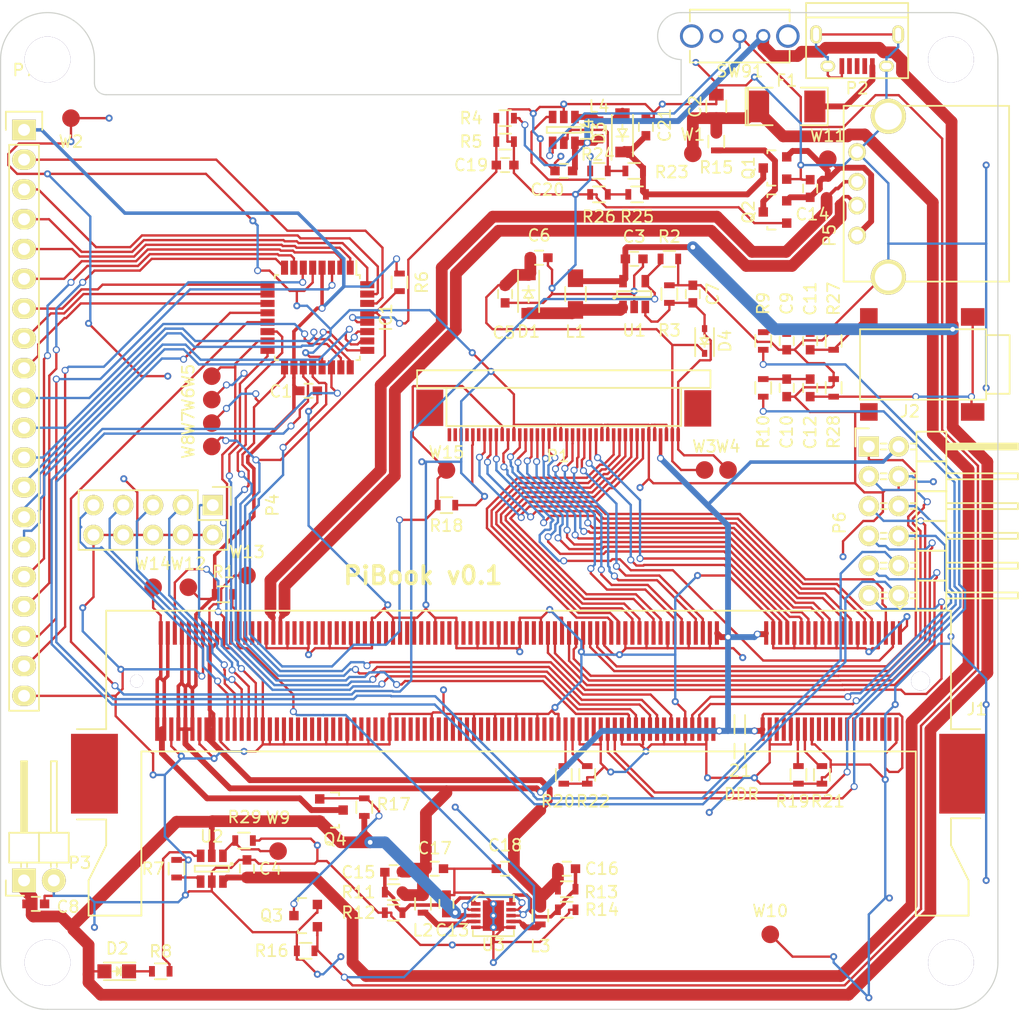
<source format=kicad_pcb>
(kicad_pcb (version 20171130) (host pcbnew "(5.1.12)-1")
  (layers (0 F.Cu signal) (31 B.Cu signal) (34 B.Paste user hide) (35 F.Paste user hide) (36 B.SilkS user hide) (37 F.SilkS user hide) (38 B.Mask user hide) (39 F.Mask user hide) (44 Edge.Cuts user))
  (net 0 "")
  (net 1 +3V3)
  (net 2 GND)
  (net 3 +VUSB_IN)
  (net 4 +BATT)
  (net 5 /BACKL_A)
  (net 6 /BACKL_K)
  (net 7 "Net-(C11-Pad1)")
  (net 8 "Net-(C10-Pad1)")
  (net 9 "Net-(C11-Pad2)")
  (net 10 "Net-(C12-Pad2)")
  (net 11 +VUSB_OUT)
  (net 12 "Net-(C15-Pad2)")
  (net 13 +1V8)
  (net 14 "Net-(C16-Pad2)")
  (net 15 "Net-(C19-Pad1)")
  (net 16 "Net-(D1-Pad2)")
  (net 17 "Net-(D2-Pad1)")
  (net 18 "Net-(F1-Pad2)")
  (net 19 /BACKL_PWM)
  (net 20 /AVR_~CS)
  (net 21 /AVR_MOSI)
  (net 22 /AVR_MISO)
  (net 23 /AVR_SCK)
  (net 24 /ANALOG0)
  (net 25 /LCD_DISP_ON)
  (net 26 /ANALOG1)
  (net 27 /AVR_~RST)
  (net 28 /LCD_CLK)
  (net 29 /LCD_DEN)
  (net 30 /LCD_VSYNC)
  (net 31 /LCD_HSYNC)
  (net 32 /LCD_B_2)
  (net 33 /LCD_B_3)
  (net 34 /LCD_B_4)
  (net 35 /LCD_B_5)
  (net 36 /LCD_B_6)
  (net 37 /LCD_B_7)
  (net 38 /LCD_G_2)
  (net 39 /LCD_G_3)
  (net 40 /LCD_G_4)
  (net 41 /LCD_G_5)
  (net 42 /LCD_G_6)
  (net 43 /LCD_G_7)
  (net 44 /LCD_R_2)
  (net 45 /LCD_R_3)
  (net 46 /LCD_R_4)
  (net 47 /LCD_R_5)
  (net 48 /LCD_R_6)
  (net 49 /LCD_R_7)
  (net 50 /USER_IO_0)
  (net 51 /USER_IO_1)
  (net 52 /USER_IO_2)
  (net 53 /USER_IO_3)
  (net 54 /USER_IO_4)
  (net 55 /USER_IO_5)
  (net 56 /USB_D+)
  (net 57 /USB_D-)
  (net 58 /CM_RUN)
  (net 59 /CM_VBAT)
  (net 60 "Net-(J1-Pad28)")
  (net 61 "Net-(J1-Pad30)")
  (net 62 /UART_TX)
  (net 63 /UART_RX)
  (net 64 /AUDIO_L_PWM)
  (net 65 /AUDIO_R_PWM)
  (net 66 "Net-(J1-Pad82)")
  (net 67 "Net-(J1-Pad84)")
  (net 68 /VC_TRST_N)
  (net 69 /VC_TDI)
  (net 70 /VC_TMS)
  (net 71 /VC_TDO)
  (net 72 /VC_TCK)
  (net 73 "Net-(L2-Pad1)")
  (net 74 "Net-(L3-Pad1)")
  (net 75 "Net-(Q2-Pad3)")
  (net 76 /PWR_ENABLE)
  (net 77 "Net-(Q3-Pad3)")
  (net 78 "Net-(R7-Pad2)")
  (net 79 "Net-(R8-Pad2)")
  (net 80 /KEY_C3)
  (net 81 /KEY_C4)
  (net 82 /KEY_R4)
  (net 83 /KEY_R5)
  (net 84 /KEY_R2)
  (net 85 /KEY_R3)
  (net 86 /KEY_C5)
  (net 87 /KEY_C6)
  (net 88 /KEY_C7)
  (net 89 /KEY_R1)
  (net 90 /KEY_C8)
  (net 91 /KEY_C9)
  (net 92 /KEY_C10)
  (net 93 /KEY_C11)
  (net 94 /KEY_R0)
  (net 95 /KEY_C0)
  (net 96 /KEY_C1)
  (net 97 /KEY_C2)
  (net 98 +5V)
  (net 99 "Net-(D3-Pad2)")
  (net 100 "Net-(R23-Pad2)")
  (net 101 "Net-(R25-Pad2)")
  (net 102 GNDPWR)
  (net 103 "Net-(R29-Pad2)")
  (module ComputeModule:VIA_0.6MM (layer F.Cu) (at 150.25 159.5)
    (fp_text reference REF**_76 hide)
    (fp_text value VIA_0.6MM hide)
    (pad 1 thru_hole circle (at 0 0) (size 0.6 0.6) (drill 0.3) (layers *.Cu) (net 2 GND))
  )
  (module ComputeModule:VIA_0.6MM (layer F.Cu) (at 122.5 162.5)
    (fp_text reference REF**_75 hide)
    (fp_text value VIA_0.6MM hide)
    (pad 1 thru_hole circle (at 0 0) (size 0.6 0.6) (drill 0.3) (layers *.Cu) (net 2 GND))
  )
  (module ComputeModule:VIA_0.6MM (layer F.Cu) (at 100 179)
    (fp_text reference REF**_74 hide)
    (fp_text value VIA_0.6MM hide)
    (pad 1 thru_hole circle (at 0 0) (size 0.6 0.6) (drill 0.3) (layers *.Cu) (net 2 GND))
  )
  (module ComputeModule:VIA_0.6MM (layer F.Cu) (at 137.25 173.25)
    (fp_text reference REF**_73 hide)
    (fp_text value VIA_0.6MM hide)
    (pad 1 thru_hole circle (at 0 0) (size 0.6 0.6) (drill 0.3) (layers *.Cu) (net 2 GND))
  )
  (module Socket_SODIMM_DDR1-2_TE_1612618 (layer F.Cu) (at 118 165 180)
    (fp_text reference J1 (at -38.2 -2.4 180) (layer F.SilkS))
    (fp_text value ComputeModule)
    (fp_text user DDR (at -18.15 -9.65 180) (layer F.SilkS))
    (fp_text user 1 (at -18.55 -7.65 180) (layer F.SilkS))
    (fp_text user 2 (at -17.55 -7.65 180) (layer F.SilkS))
    (pad "" thru_hole circle (at -33.4 0 180) (size 1.6 1.6) (drill 1.6) (layers *.Cu *.Mask))
    (pad "" thru_hole circle (at 33.4 0 180) (size 1.1 1.1) (drill 1.1) (layers *.Cu *.Mask))
    (pad "" smd rect (at 37 -7.9 180) (size 4 6.8) (layers F.Cu F.Paste F.Mask))
    (pad "" smd rect (at -37 -7.9 180) (size 4 6.8) (layers F.Cu F.Paste F.Mask))
    (pad 1 smd rect (at -31.65 4.1 180) (size 0.35 2) (layers F.Cu F.Paste F.Mask) (net 2 GND))
    (pad 3 smd rect (at -31.05 4.1 180) (size 0.35 2) (layers F.Cu F.Paste F.Mask) (net 28 /LCD_CLK))
    (pad 5 smd rect (at -30.45 4.1 180) (size 0.35 2) (layers F.Cu F.Paste F.Mask) (net 29 /LCD_DEN))
    (pad 7 smd rect (at -29.85 4.1 180) (size 0.35 2) (layers F.Cu F.Paste F.Mask) (net 2 GND))
    (pad 9 smd rect (at -29.25 4.1 180) (size 0.35 2) (layers F.Cu F.Paste F.Mask) (net 30 /LCD_VSYNC))
    (pad 11 smd rect (at -28.65 4.1 180) (size 0.35 2) (layers F.Cu F.Paste F.Mask) (net 31 /LCD_HSYNC))
    (pad 13 smd rect (at -28.05 4.1 180) (size 0.35 2) (layers F.Cu F.Paste F.Mask) (net 2 GND))
    (pad 15 smd rect (at -27.45 4.1 180) (size 0.35 2) (layers F.Cu F.Paste F.Mask) (net 32 /LCD_B_2))
    (pad 17 smd rect (at -26.85 4.1 180) (size 0.35 2) (layers F.Cu F.Paste F.Mask) (net 33 /LCD_B_3))
    (pad 19 smd rect (at -26.25 4.1 180) (size 0.35 2) (layers F.Cu F.Paste F.Mask) (net 2 GND))
    (pad 21 smd rect (at -25.65 4.1 180) (size 0.35 2) (layers F.Cu F.Paste F.Mask) (net 34 /LCD_B_4))
    (pad 23 smd rect (at -25.05 4.1 180) (size 0.35 2) (layers F.Cu F.Paste F.Mask) (net 35 /LCD_B_5))
    (pad 25 smd rect (at -24.45 4.1 180) (size 0.35 2) (layers F.Cu F.Paste F.Mask) (net 2 GND))
    (pad 27 smd rect (at -23.85 4.1 180) (size 0.35 2) (layers F.Cu F.Paste F.Mask) (net 36 /LCD_B_6))
    (pad 29 smd rect (at -23.25 4.1 180) (size 0.35 2) (layers F.Cu F.Paste F.Mask) (net 37 /LCD_B_7))
    (pad 31 smd rect (at -22.65 4.1 180) (size 0.35 2) (layers F.Cu F.Paste F.Mask) (net 2 GND))
    (pad 33 smd rect (at -22.05 4.1 180) (size 0.35 2) (layers F.Cu F.Paste F.Mask) (net 38 /LCD_G_2))
    (pad 35 smd rect (at -21.45 4.1 180) (size 0.35 2) (layers F.Cu F.Paste F.Mask) (net 39 /LCD_G_3))
    (pad 37 smd rect (at -20.85 4.1 180) (size 0.35 2) (layers F.Cu F.Paste F.Mask) (net 2 GND))
    (pad 39 smd rect (at -20.25 4.1 180) (size 0.35 2) (layers F.Cu F.Paste F.Mask) (net 1 +3V3))
    (pad 41 smd rect (at -16.05 4.1 180) (size 0.35 2) (layers F.Cu F.Paste F.Mask) (net 1 +3V3))
    (pad 43 smd rect (at -15.45 4.1 180) (size 0.35 2) (layers F.Cu F.Paste F.Mask) (net 2 GND))
    (pad 45 smd rect (at -14.85 4.1 180) (size 0.35 2) (layers F.Cu F.Paste F.Mask) (net 40 /LCD_G_4))
    (pad 47 smd rect (at -14.25 4.1 180) (size 0.35 2) (layers F.Cu F.Paste F.Mask) (net 41 /LCD_G_5))
    (pad 49 smd rect (at -13.65 4.1 180) (size 0.35 2) (layers F.Cu F.Paste F.Mask) (net 2 GND))
    (pad 51 smd rect (at -13.05 4.1 180) (size 0.35 2) (layers F.Cu F.Paste F.Mask) (net 42 /LCD_G_6))
    (pad 53 smd rect (at -12.45 4.1 180) (size 0.35 2) (layers F.Cu F.Paste F.Mask) (net 43 /LCD_G_7))
    (pad 55 smd rect (at -11.85 4.1 180) (size 0.35 2) (layers F.Cu F.Paste F.Mask) (net 2 GND))
    (pad 57 smd rect (at -11.25 4.1 180) (size 0.35 2) (layers F.Cu F.Paste F.Mask) (net 44 /LCD_R_2))
    (pad 59 smd rect (at -10.65 4.1 180) (size 0.35 2) (layers F.Cu F.Paste F.Mask) (net 45 /LCD_R_3))
    (pad 61 smd rect (at -10.05 4.1 180) (size 0.35 2) (layers F.Cu F.Paste F.Mask) (net 2 GND))
    (pad 63 smd rect (at -9.45 4.1 180) (size 0.35 2) (layers F.Cu F.Paste F.Mask) (net 46 /LCD_R_4))
    (pad 65 smd rect (at -8.85 4.1 180) (size 0.35 2) (layers F.Cu F.Paste F.Mask) (net 47 /LCD_R_5))
    (pad 67 smd rect (at -8.25 4.1 180) (size 0.35 2) (layers F.Cu F.Paste F.Mask) (net 2 GND))
    (pad 69 smd rect (at -7.65 4.1 180) (size 0.35 2) (layers F.Cu F.Paste F.Mask) (net 48 /LCD_R_6))
    (pad 71 smd rect (at -7.05 4.1 180) (size 0.35 2) (layers F.Cu F.Paste F.Mask) (net 49 /LCD_R_7))
    (pad 73 smd rect (at -6.45 4.1 180) (size 0.35 2) (layers F.Cu F.Paste F.Mask) (net 2 GND))
    (pad 75 smd rect (at -5.85 4.1 180) (size 0.35 2) (layers F.Cu F.Paste F.Mask) (net 50 /USER_IO_0))
    (pad 77 smd rect (at -5.25 4.1 180) (size 0.35 2) (layers F.Cu F.Paste F.Mask) (net 51 /USER_IO_1))
    (pad 79 smd rect (at -4.65 4.1 180) (size 0.35 2) (layers F.Cu F.Paste F.Mask) (net 2 GND))
    (pad 81 smd rect (at -4.05 4.1 180) (size 0.35 2) (layers F.Cu F.Paste F.Mask) (net 52 /USER_IO_2))
    (pad 83 smd rect (at -3.45 4.1 180) (size 0.35 2) (layers F.Cu F.Paste F.Mask) (net 53 /USER_IO_3))
    (pad 85 smd rect (at -2.85 4.1 180) (size 0.35 2) (layers F.Cu F.Paste F.Mask) (net 2 GND))
    (pad 87 smd rect (at -2.25 4.1 180) (size 0.35 2) (layers F.Cu F.Paste F.Mask) (net 54 /USER_IO_4))
    (pad 89 smd rect (at -1.65 4.1 180) (size 0.35 2) (layers F.Cu F.Paste F.Mask) (net 55 /USER_IO_5))
    (pad 91 smd rect (at -1.05 4.1 180) (size 0.35 2) (layers F.Cu F.Paste F.Mask) (net 2 GND))
    (pad 93 smd rect (at -0.45 4.1 180) (size 0.35 2) (layers F.Cu F.Paste F.Mask))
    (pad 95 smd rect (at 0.15 4.1 180) (size 0.35 2) (layers F.Cu F.Paste F.Mask))
    (pad 97 smd rect (at 0.75 4.1 180) (size 0.35 2) (layers F.Cu F.Paste F.Mask) (net 2 GND))
    (pad 99 smd rect (at 1.35 4.1 180) (size 0.35 2) (layers F.Cu F.Paste F.Mask))
    (pad 101 smd rect (at 1.95 4.1 180) (size 0.35 2) (layers F.Cu F.Paste F.Mask))
    (pad 103 smd rect (at 2.55 4.1 180) (size 0.35 2) (layers F.Cu F.Paste F.Mask) (net 2 GND))
    (pad 105 smd rect (at 3.15 4.1 180) (size 0.35 2) (layers F.Cu F.Paste F.Mask))
    (pad 107 smd rect (at 3.75 4.1 180) (size 0.35 2) (layers F.Cu F.Paste F.Mask))
    (pad 109 smd rect (at 4.35 4.1 180) (size 0.35 2) (layers F.Cu F.Paste F.Mask) (net 2 GND))
    (pad 111 smd rect (at 4.95 4.1 180) (size 0.35 2) (layers F.Cu F.Paste F.Mask))
    (pad 113 smd rect (at 5.55 4.1 180) (size 0.35 2) (layers F.Cu F.Paste F.Mask))
    (pad 115 smd rect (at 6.15 4.1 180) (size 0.35 2) (layers F.Cu F.Paste F.Mask) (net 2 GND))
    (pad 117 smd rect (at 6.75 4.1 180) (size 0.35 2) (layers F.Cu F.Paste F.Mask))
    (pad 119 smd rect (at 7.35 4.1 180) (size 0.35 2) (layers F.Cu F.Paste F.Mask))
    (pad 121 smd rect (at 7.95 4.1 180) (size 0.35 2) (layers F.Cu F.Paste F.Mask) (net 2 GND))
    (pad 123 smd rect (at 8.55 4.1 180) (size 0.35 2) (layers F.Cu F.Paste F.Mask))
    (pad 125 smd rect (at 9.15 4.1 180) (size 0.35 2) (layers F.Cu F.Paste F.Mask))
    (pad 127 smd rect (at 9.75 4.1 180) (size 0.35 2) (layers F.Cu F.Paste F.Mask) (net 2 GND))
    (pad 129 smd rect (at 10.35 4.1 180) (size 0.35 2) (layers F.Cu F.Paste F.Mask))
    (pad 131 smd rect (at 10.95 4.1 180) (size 0.35 2) (layers F.Cu F.Paste F.Mask))
    (pad 133 smd rect (at 11.55 4.1 180) (size 0.35 2) (layers F.Cu F.Paste F.Mask) (net 2 GND))
    (pad 135 smd rect (at 12.15 4.1 180) (size 0.35 2) (layers F.Cu F.Paste F.Mask))
    (pad 137 smd rect (at 12.75 4.1 180) (size 0.35 2) (layers F.Cu F.Paste F.Mask))
    (pad 139 smd rect (at 13.35 4.1 180) (size 0.35 2) (layers F.Cu F.Paste F.Mask) (net 2 GND))
    (pad 141 smd rect (at 13.95 4.1 180) (size 0.35 2) (layers F.Cu F.Paste F.Mask))
    (pad 143 smd rect (at 14.55 4.1 180) (size 0.35 2) (layers F.Cu F.Paste F.Mask))
    (pad 145 smd rect (at 15.15 4.1 180) (size 0.35 2) (layers F.Cu F.Paste F.Mask) (net 2 GND))
    (pad 147 smd rect (at 15.75 4.1 180) (size 0.35 2) (layers F.Cu F.Paste F.Mask))
    (pad 149 smd rect (at 16.35 4.1 180) (size 0.35 2) (layers F.Cu F.Paste F.Mask))
    (pad 151 smd rect (at 16.95 4.1 180) (size 0.35 2) (layers F.Cu F.Paste F.Mask) (net 2 GND))
    (pad 153 smd rect (at 17.55 4.1 180) (size 0.35 2) (layers F.Cu F.Paste F.Mask))
    (pad 155 smd rect (at 18.15 4.1 180) (size 0.35 2) (layers F.Cu F.Paste F.Mask))
    (pad 157 smd rect (at 18.75 4.1 180) (size 0.35 2) (layers F.Cu F.Paste F.Mask) (net 2 GND))
    (pad 159 smd rect (at 19.35 4.1 180) (size 0.35 2) (layers F.Cu F.Paste F.Mask))
    (pad 161 smd rect (at 19.95 4.1 180) (size 0.35 2) (layers F.Cu F.Paste F.Mask))
    (pad 163 smd rect (at 20.55 4.1 180) (size 0.35 2) (layers F.Cu F.Paste F.Mask) (net 2 GND))
    (pad 165 smd rect (at 21.15 4.1 180) (size 0.35 2) (layers F.Cu F.Paste F.Mask) (net 56 /USB_D+))
    (pad 167 smd rect (at 21.75 4.1 180) (size 0.35 2) (layers F.Cu F.Paste F.Mask) (net 57 /USB_D-))
    (pad 169 smd rect (at 22.35 4.1 180) (size 0.35 2) (layers F.Cu F.Paste F.Mask) (net 2 GND))
    (pad 171 smd rect (at 22.95 4.1 180) (size 0.35 2) (layers F.Cu F.Paste F.Mask))
    (pad 173 smd rect (at 23.55 4.1 180) (size 0.35 2) (layers F.Cu F.Paste F.Mask))
    (pad 175 smd rect (at 24.15 4.1 180) (size 0.35 2) (layers F.Cu F.Paste F.Mask))
    (pad 177 smd rect (at 24.75 4.1 180) (size 0.35 2) (layers F.Cu F.Paste F.Mask) (net 58 /CM_RUN))
    (pad 179 smd rect (at 25.35 4.1 180) (size 0.35 2) (layers F.Cu F.Paste F.Mask))
    (pad 181 smd rect (at 25.95 4.1 180) (size 0.35 2) (layers F.Cu F.Paste F.Mask) (net 2 GND))
    (pad 183 smd rect (at 26.55 4.1 180) (size 0.35 2) (layers F.Cu F.Paste F.Mask) (net 13 +1V8))
    (pad 185 smd rect (at 27.15 4.1 180) (size 0.35 2) (layers F.Cu F.Paste F.Mask) (net 13 +1V8))
    (pad 187 smd rect (at 27.75 4.1 180) (size 0.35 2) (layers F.Cu F.Paste F.Mask) (net 2 GND))
    (pad 189 smd rect (at 28.35 4.1 180) (size 0.35 2) (layers F.Cu F.Paste F.Mask) (net 1 +3V3))
    (pad 191 smd rect (at 28.95 4.1 180) (size 0.35 2) (layers F.Cu F.Paste F.Mask) (net 1 +3V3))
    (pad 193 smd rect (at 29.55 4.1 180) (size 0.35 2) (layers F.Cu F.Paste F.Mask) (net 1 +3V3))
    (pad 195 smd rect (at 30.15 4.1 180) (size 0.35 2) (layers F.Cu F.Paste F.Mask) (net 2 GND))
    (pad 197 smd rect (at 30.75 4.1 180) (size 0.35 2) (layers F.Cu F.Paste F.Mask) (net 59 /CM_VBAT))
    (pad 199 smd rect (at 31.35 4.1 180) (size 0.35 2) (layers F.Cu F.Paste F.Mask) (net 59 /CM_VBAT))
    (pad 2 smd rect (at -31.35 -4.1 180) (size 0.35 2) (layers F.Cu F.Paste F.Mask) (net 1 +3V3))
    (pad 4 smd rect (at -30.75 -4.1 180) (size 0.35 2) (layers F.Cu F.Paste F.Mask))
    (pad 6 smd rect (at -30.15 -4.1 180) (size 0.35 2) (layers F.Cu F.Paste F.Mask))
    (pad 8 smd rect (at -29.55 -4.1 180) (size 0.35 2) (layers F.Cu F.Paste F.Mask))
    (pad 10 smd rect (at -28.95 -4.1 180) (size 0.35 2) (layers F.Cu F.Paste F.Mask))
    (pad 12 smd rect (at -28.35 -4.1 180) (size 0.35 2) (layers F.Cu F.Paste F.Mask))
    (pad 14 smd rect (at -27.75 -4.1 180) (size 0.35 2) (layers F.Cu F.Paste F.Mask))
    (pad 16 smd rect (at -27.15 -4.1 180) (size 0.35 2) (layers F.Cu F.Paste F.Mask))
    (pad 18 smd rect (at -26.55 -4.1 180) (size 0.35 2) (layers F.Cu F.Paste F.Mask))
    (pad 20 smd rect (at -25.95 -4.1 180) (size 0.35 2) (layers F.Cu F.Paste F.Mask))
    (pad 22 smd rect (at -25.35 -4.1 180) (size 0.35 2) (layers F.Cu F.Paste F.Mask))
    (pad 24 smd rect (at -24.75 -4.1 180) (size 0.35 2) (layers F.Cu F.Paste F.Mask))
    (pad 26 smd rect (at -24.15 -4.1 180) (size 0.35 2) (layers F.Cu F.Paste F.Mask) (net 2 GND))
    (pad 28 smd rect (at -23.55 -4.1 180) (size 0.35 2) (layers F.Cu F.Paste F.Mask) (net 60 "Net-(J1-Pad28)"))
    (pad 30 smd rect (at -22.95 -4.1 180) (size 0.35 2) (layers F.Cu F.Paste F.Mask) (net 61 "Net-(J1-Pad30)"))
    (pad 32 smd rect (at -22.35 -4.1 180) (size 0.35 2) (layers F.Cu F.Paste F.Mask) (net 2 GND))
    (pad 34 smd rect (at -21.75 -4.1 180) (size 0.35 2) (layers F.Cu F.Paste F.Mask))
    (pad 36 smd rect (at -21.15 -4.1 180) (size 0.35 2) (layers F.Cu F.Paste F.Mask))
    (pad 38 smd rect (at -20.55 -4.1 180) (size 0.35 2) (layers F.Cu F.Paste F.Mask) (net 2 GND))
    (pad 40 smd rect (at -19.95 -4.1 180) (size 0.35 2) (layers F.Cu F.Paste F.Mask) (net 1 +3V3))
    (pad 42 smd rect (at -15.75 -4.1 180) (size 0.35 2) (layers F.Cu F.Paste F.Mask) (net 1 +3V3))
    (pad 44 smd rect (at -15.15 -4.1 180) (size 0.35 2) (layers F.Cu F.Paste F.Mask) (net 2 GND))
    (pad 46 smd rect (at -14.55 -4.1 180) (size 0.35 2) (layers F.Cu F.Paste F.Mask) (net 62 /UART_TX))
    (pad 48 smd rect (at -13.95 -4.1 180) (size 0.35 2) (layers F.Cu F.Paste F.Mask) (net 63 /UART_RX))
    (pad 50 smd rect (at -13.35 -4.1 180) (size 0.35 2) (layers F.Cu F.Paste F.Mask) (net 2 GND))
    (pad 52 smd rect (at -12.75 -4.1 180) (size 0.35 2) (layers F.Cu F.Paste F.Mask))
    (pad 54 smd rect (at -12.15 -4.1 180) (size 0.35 2) (layers F.Cu F.Paste F.Mask) (net 27 /AVR_~RST))
    (pad 56 smd rect (at -11.55 -4.1 180) (size 0.35 2) (layers F.Cu F.Paste F.Mask) (net 2 GND))
    (pad 58 smd rect (at -10.95 -4.1 180) (size 0.35 2) (layers F.Cu F.Paste F.Mask) (net 20 /AVR_~CS))
    (pad 60 smd rect (at -10.35 -4.1 180) (size 0.35 2) (layers F.Cu F.Paste F.Mask) (net 22 /AVR_MISO))
    (pad 62 smd rect (at -9.75 -4.1 180) (size 0.35 2) (layers F.Cu F.Paste F.Mask) (net 2 GND))
    (pad 64 smd rect (at -9.15 -4.1 180) (size 0.35 2) (layers F.Cu F.Paste F.Mask) (net 21 /AVR_MOSI))
    (pad 66 smd rect (at -8.55 -4.1 180) (size 0.35 2) (layers F.Cu F.Paste F.Mask) (net 23 /AVR_SCK))
    (pad 68 smd rect (at -7.95 -4.1 180) (size 0.35 2) (layers F.Cu F.Paste F.Mask) (net 2 GND))
    (pad 70 smd rect (at -7.35 -4.1 180) (size 0.35 2) (layers F.Cu F.Paste F.Mask) (net 64 /AUDIO_L_PWM))
    (pad 72 smd rect (at -6.75 -4.1 180) (size 0.35 2) (layers F.Cu F.Paste F.Mask) (net 65 /AUDIO_R_PWM))
    (pad 74 smd rect (at -6.15 -4.1 180) (size 0.35 2) (layers F.Cu F.Paste F.Mask) (net 2 GND))
    (pad 76 smd rect (at -5.55 -4.1 180) (size 0.35 2) (layers F.Cu F.Paste F.Mask))
    (pad 78 smd rect (at -4.95 -4.1 180) (size 0.35 2) (layers F.Cu F.Paste F.Mask))
    (pad 80 smd rect (at -4.35 -4.1 180) (size 0.35 2) (layers F.Cu F.Paste F.Mask) (net 2 GND))
    (pad 82 smd rect (at -3.75 -4.1 180) (size 0.35 2) (layers F.Cu F.Paste F.Mask) (net 66 "Net-(J1-Pad82)"))
    (pad 84 smd rect (at -3.15 -4.1 180) (size 0.35 2) (layers F.Cu F.Paste F.Mask) (net 67 "Net-(J1-Pad84)"))
    (pad 86 smd rect (at -2.55 -4.1 180) (size 0.35 2) (layers F.Cu F.Paste F.Mask) (net 2 GND))
    (pad 88 smd rect (at -1.95 -4.1 180) (size 0.35 2) (layers F.Cu F.Paste F.Mask))
    (pad 90 smd rect (at -1.35 -4.1 180) (size 0.35 2) (layers F.Cu F.Paste F.Mask))
    (pad 92 smd rect (at -0.75 -4.1 180) (size 0.35 2) (layers F.Cu F.Paste F.Mask) (net 2 GND))
    (pad 94 smd rect (at -0.15 -4.1 180) (size 0.35 2) (layers F.Cu F.Paste F.Mask))
    (pad 96 smd rect (at 0.45 -4.1 180) (size 0.35 2) (layers F.Cu F.Paste F.Mask))
    (pad 98 smd rect (at 1.05 -4.1 180) (size 0.35 2) (layers F.Cu F.Paste F.Mask) (net 2 GND))
    (pad 100 smd rect (at 1.65 -4.1 180) (size 0.35 2) (layers F.Cu F.Paste F.Mask))
    (pad 102 smd rect (at 2.25 -4.1 180) (size 0.35 2) (layers F.Cu F.Paste F.Mask))
    (pad 104 smd rect (at 2.85 -4.1 180) (size 0.35 2) (layers F.Cu F.Paste F.Mask) (net 2 GND))
    (pad 106 smd rect (at 3.45 -4.1 180) (size 0.35 2) (layers F.Cu F.Paste F.Mask))
    (pad 108 smd rect (at 4.05 -4.1 180) (size 0.35 2) (layers F.Cu F.Paste F.Mask))
    (pad 110 smd rect (at 4.65 -4.1 180) (size 0.35 2) (layers F.Cu F.Paste F.Mask) (net 2 GND))
    (pad 112 smd rect (at 5.25 -4.1 180) (size 0.35 2) (layers F.Cu F.Paste F.Mask))
    (pad 114 smd rect (at 5.85 -4.1 180) (size 0.35 2) (layers F.Cu F.Paste F.Mask))
    (pad 116 smd rect (at 6.45 -4.1 180) (size 0.35 2) (layers F.Cu F.Paste F.Mask) (net 2 GND))
    (pad 118 smd rect (at 7.05 -4.1 180) (size 0.35 2) (layers F.Cu F.Paste F.Mask))
    (pad 120 smd rect (at 7.65 -4.1 180) (size 0.35 2) (layers F.Cu F.Paste F.Mask))
    (pad 122 smd rect (at 8.25 -4.1 180) (size 0.35 2) (layers F.Cu F.Paste F.Mask) (net 2 GND))
    (pad 124 smd rect (at 8.85 -4.1 180) (size 0.35 2) (layers F.Cu F.Paste F.Mask))
    (pad 126 smd rect (at 9.45 -4.1 180) (size 0.35 2) (layers F.Cu F.Paste F.Mask))
    (pad 128 smd rect (at 10.05 -4.1 180) (size 0.35 2) (layers F.Cu F.Paste F.Mask))
    (pad 130 smd rect (at 10.65 -4.1 180) (size 0.35 2) (layers F.Cu F.Paste F.Mask))
    (pad 132 smd rect (at 11.25 -4.1 180) (size 0.35 2) (layers F.Cu F.Paste F.Mask))
    (pad 134 smd rect (at 11.85 -4.1 180) (size 0.35 2) (layers F.Cu F.Paste F.Mask) (net 2 GND))
    (pad 136 smd rect (at 12.45 -4.1 180) (size 0.35 2) (layers F.Cu F.Paste F.Mask))
    (pad 138 smd rect (at 13.05 -4.1 180) (size 0.35 2) (layers F.Cu F.Paste F.Mask))
    (pad 140 smd rect (at 13.65 -4.1 180) (size 0.35 2) (layers F.Cu F.Paste F.Mask) (net 2 GND))
    (pad 142 smd rect (at 14.25 -4.1 180) (size 0.35 2) (layers F.Cu F.Paste F.Mask))
    (pad 144 smd rect (at 14.85 -4.1 180) (size 0.35 2) (layers F.Cu F.Paste F.Mask))
    (pad 146 smd rect (at 15.45 -4.1 180) (size 0.35 2) (layers F.Cu F.Paste F.Mask) (net 2 GND))
    (pad 148 smd rect (at 16.05 -4.1 180) (size 0.35 2) (layers F.Cu F.Paste F.Mask))
    (pad 150 smd rect (at 16.65 -4.1 180) (size 0.35 2) (layers F.Cu F.Paste F.Mask))
    (pad 152 smd rect (at 17.25 -4.1 180) (size 0.35 2) (layers F.Cu F.Paste F.Mask) (net 2 GND))
    (pad 154 smd rect (at 17.85 -4.1 180) (size 0.35 2) (layers F.Cu F.Paste F.Mask))
    (pad 156 smd rect (at 18.45 -4.1 180) (size 0.35 2) (layers F.Cu F.Paste F.Mask))
    (pad 158 smd rect (at 19.05 -4.1 180) (size 0.35 2) (layers F.Cu F.Paste F.Mask))
    (pad 160 smd rect (at 19.65 -4.1 180) (size 0.35 2) (layers F.Cu F.Paste F.Mask))
    (pad 162 smd rect (at 20.25 -4.1 180) (size 0.35 2) (layers F.Cu F.Paste F.Mask))
    (pad 164 smd rect (at 20.85 -4.1 180) (size 0.35 2) (layers F.Cu F.Paste F.Mask) (net 2 GND))
    (pad 166 smd rect (at 21.45 -4.1 180) (size 0.35 2) (layers F.Cu F.Paste F.Mask))
    (pad 168 smd rect (at 22.05 -4.1 180) (size 0.35 2) (layers F.Cu F.Paste F.Mask) (net 2 GND))
    (pad 170 smd rect (at 22.65 -4.1 180) (size 0.35 2) (layers F.Cu F.Paste F.Mask) (net 2 GND))
    (pad 172 smd rect (at 23.25 -4.1 180) (size 0.35 2) (layers F.Cu F.Paste F.Mask) (net 68 /VC_TRST_N))
    (pad 174 smd rect (at 23.85 -4.1 180) (size 0.35 2) (layers F.Cu F.Paste F.Mask) (net 69 /VC_TDI))
    (pad 176 smd rect (at 24.45 -4.1 180) (size 0.35 2) (layers F.Cu F.Paste F.Mask) (net 70 /VC_TMS))
    (pad 178 smd rect (at 25.05 -4.1 180) (size 0.35 2) (layers F.Cu F.Paste F.Mask) (net 71 /VC_TDO))
    (pad 180 smd rect (at 25.65 -4.1 180) (size 0.35 2) (layers F.Cu F.Paste F.Mask) (net 72 /VC_TCK))
    (pad 182 smd rect (at 26.25 -4.1 180) (size 0.35 2) (layers F.Cu F.Paste F.Mask) (net 2 GND))
    (pad 184 smd rect (at 26.85 -4.1 180) (size 0.35 2) (layers F.Cu F.Paste F.Mask) (net 13 +1V8))
    (pad 186 smd rect (at 27.45 -4.1 180) (size 0.35 2) (layers F.Cu F.Paste F.Mask) (net 13 +1V8))
    (pad 188 smd rect (at 28.05 -4.1 180) (size 0.35 2) (layers F.Cu F.Paste F.Mask) (net 2 GND))
    (pad 190 smd rect (at 28.65 -4.1 180) (size 0.35 2) (layers F.Cu F.Paste F.Mask) (net 1 +3V3))
    (pad 192 smd rect (at 29.25 -4.1 180) (size 0.35 2) (layers F.Cu F.Paste F.Mask) (net 1 +3V3))
    (pad 194 smd rect (at 29.85 -4.1 180) (size 0.35 2) (layers F.Cu F.Paste F.Mask) (net 1 +3V3))
    (pad 196 smd rect (at 30.45 -4.1 180) (size 0.35 2) (layers F.Cu F.Paste F.Mask) (net 2 GND))
    (pad 198 smd rect (at 31.05 -4.1 180) (size 0.35 2) (layers F.Cu F.Paste F.Mask) (net 59 /CM_VBAT))
    (pad 200 smd rect (at 31.65 -4.1 180) (size 0.35 2) (layers F.Cu F.Paste F.Mask) (net 59 /CM_VBAT))
  )
  (module ComputeModule:VIA_0.6MM (layer F.Cu) (at 132.4 156)
    (fp_text reference REF**_72 hide)
    (fp_text value VIA_0.6MM hide)
    (pad 1 thru_hole circle (at 0 0) (size 0.6 0.6) (drill 0.3) (layers *.Cu) (net 2 GND))
  )
  (module ComputeModule:VIA_0.6MM (layer F.Cu) (at 119.8 158.9)
    (fp_text reference REF**_71 hide)
    (fp_text value VIA_0.6MM hide)
    (pad 1 thru_hole circle (at 0 0) (size 0.6 0.6) (drill 0.3) (layers *.Cu) (net 2 GND))
  )
  (module ComputeModule:VIA_0.6MM (layer F.Cu) (at 108.9 146.3)
    (fp_text reference REF**_70 hide)
    (fp_text value VIA_0.6MM hide)
    (pad 1 thru_hole circle (at 0 0) (size 0.6 0.6) (drill 0.3) (layers *.Cu) (net 2 GND))
  )
  (module ComputeModule:VIA_0.6MM (layer F.Cu) (at 141.2 121)
    (fp_text reference REF**_69 hide)
    (fp_text value VIA_0.6MM hide)
    (pad 1 thru_hole circle (at 0 0) (size 0.6 0.6) (drill 0.3) (layers *.Cu) (net 2 GND))
  )
  (module ComputeModule:VIA_0.6MM (layer F.Cu) (at 91.2 171.6)
    (fp_text reference REF**_68 hide)
    (fp_text value VIA_0.6MM hide)
    (pad 1 thru_hole circle (at 0 0) (size 0.6 0.6) (drill 0.3) (layers *.Cu) (net 2 GND))
  )
  (module ComputeModule:VIA_0.6MM (layer F.Cu) (at 88.4 171.4)
    (fp_text reference REF**_67 hide)
    (fp_text value VIA_0.6MM hide)
    (pad 1 thru_hole circle (at 0 0) (size 0.6 0.6) (drill 0.3) (layers *.Cu) (net 2 GND))
  )
  (module ComputeModule:VIA_0.6MM (layer F.Cu) (at 113.2 137)
    (fp_text reference REF**_66 hide)
    (fp_text value VIA_0.6MM hide)
    (pad 1 thru_hole circle (at 0 0) (size 0.6 0.6) (drill 0.3) (layers *.Cu) (net 2 GND))
  )
  (module ComputeModule:VIA_0.6MM (layer F.Cu) (at 114.8 138.6)
    (fp_text reference REF**_65 hide)
    (fp_text value VIA_0.6MM hide)
    (pad 1 thru_hole circle (at 0 0) (size 0.6 0.6) (drill 0.3) (layers *.Cu) (net 2 GND))
  )
  (module ComputeModule:VIA_0.6MM (layer F.Cu) (at 121 115.8)
    (fp_text reference REF**_64 hide)
    (fp_text value VIA_0.6MM hide)
    (pad 1 thru_hole circle (at 0 0) (size 0.6 0.6) (drill 0.3) (layers *.Cu) (net 2 GND))
  )
  (module ComputeModule:VIA_0.6MM (layer F.Cu) (at 119 118.75)
    (fp_text reference REF**_63 hide)
    (fp_text value VIA_0.6MM hide)
    (pad 1 thru_hole circle (at 0 0) (size 0.6 0.6) (drill 0.3) (layers *.Cu) (net 2 GND))
  )
  (module ComputeModule:VIA_0.6MM (layer F.Cu) (at 127 131.75)
    (fp_text reference REF**_62 hide)
    (fp_text value VIA_0.6MM hide)
    (pad 1 thru_hole circle (at 0 0) (size 0.6 0.6) (drill 0.3) (layers *.Cu) (net 2 GND))
  )
  (module ComputeModule:VIA_0.6MM (layer F.Cu) (at 82.25 117)
    (fp_text reference REF**_61 hide)
    (fp_text value VIA_0.6MM hide)
    (pad 1 thru_hole circle (at 0 0) (size 0.6 0.6) (drill 0.3) (layers *.Cu) (net 2 GND))
  )
  (module ComputeModule:VIA_0.6MM (layer F.Cu) (at 137.25 113.5)
    (fp_text reference REF**_60 hide)
    (fp_text value VIA_0.6MM hide)
    (pad 1 thru_hole circle (at 0 0) (size 0.6 0.6) (drill 0.3) (layers *.Cu) (net 2 GND))
  )
  (module ComputeModule:VIA_0.6MM (layer F.Cu) (at 132.25 112.25)
    (fp_text reference REF**_59 hide)
    (fp_text value VIA_0.6MM hide)
    (pad 1 thru_hole circle (at 0 0) (size 0.6 0.6) (drill 0.3) (layers *.Cu) (net 2 GND))
  )
  (module ComputeModule:VIA_0.6MM (layer F.Cu) (at 109.25 158.5)
    (fp_text reference REF**_58 hide)
    (fp_text value VIA_0.6MM hide)
    (pad 1 thru_hole circle (at 0 0) (size 0.6 0.6) (drill 0.3) (layers *.Cu) (net 2 GND))
  )
  (module ComputeModule:VIA_0.6MM (layer F.Cu) (at 106 158.5)
    (fp_text reference REF**_57 hide)
    (fp_text value VIA_0.6MM hide)
    (pad 1 thru_hole circle (at 0 0) (size 0.6 0.6) (drill 0.3) (layers *.Cu) (net 2 GND))
  )
  (module ComputeModule:VIA_0.6MM (layer F.Cu) (at 99.25 162.75)
    (fp_text reference REF**_56 hide)
    (fp_text value VIA_0.6MM hide)
    (pad 1 thru_hole circle (at 0 0) (size 0.6 0.6) (drill 0.3) (layers *.Cu) (net 2 GND))
  )
  (module ComputeModule:VIA_0.6MM (layer F.Cu) (at 110.75 165.75)
    (fp_text reference REF**_55 hide)
    (fp_text value VIA_0.6MM hide)
    (pad 1 thru_hole circle (at 0 0) (size 0.6 0.6) (drill 0.3) (layers *.Cu) (net 2 GND))
  )
  (module ComputeModule:VIA_0.6MM (layer F.Cu) (at 120.25 167.25)
    (fp_text reference REF**_54 hide)
    (fp_text value VIA_0.6MM hide)
    (pad 1 thru_hole circle (at 0 0) (size 0.6 0.6) (drill 0.3) (layers *.Cu) (net 2 GND))
  )
  (module ComputeModule:VIA_0.6MM (layer F.Cu) (at 117.25 162.5)
    (fp_text reference REF**_53 hide)
    (fp_text value VIA_0.6MM hide)
    (pad 1 thru_hole circle (at 0 0) (size 0.6 0.6) (drill 0.3) (layers *.Cu) (net 2 GND))
  )
  (module ComputeModule:VIA_0.6MM (layer F.Cu) (at 152.5 148)
    (fp_text reference REF**_52 hide)
    (fp_text value VIA_0.6MM hide)
    (pad 1 thru_hole circle (at 0 0) (size 0.6 0.6) (drill 0.3) (layers *.Cu) (net 2 GND))
  )
  (module ComputeModule:VIA_0.6MM (layer F.Cu) (at 80 158.75)
    (fp_text reference REF**_51 hide)
    (fp_text value VIA_0.6MM hide)
    (pad 1 thru_hole circle (at 0 0) (size 0.6 0.6) (drill 0.3) (layers *.Cu) (net 2 GND))
  )
  (module ComputeModule:VIA_0.6MM (layer F.Cu) (at 83.25 164)
    (fp_text reference REF**_50 hide)
    (fp_text value VIA_0.6MM hide)
    (pad 1 thru_hole circle (at 0 0) (size 0.6 0.6) (drill 0.3) (layers *.Cu) (net 2 GND))
  )
  (module ComputeModule:VIA_0.6MM (layer F.Cu) (at 83.5 147.75)
    (fp_text reference REF**_49 hide)
    (fp_text value VIA_0.6MM hide)
    (pad 1 thru_hole circle (at 0 0) (size 0.6 0.6) (drill 0.3) (layers *.Cu) (net 2 GND))
  )
  (module ComputeModule:VIA_0.6MM (layer F.Cu) (at 93.75 171)
    (fp_text reference REF**_48 hide)
    (fp_text value VIA_0.6MM hide)
    (pad 1 thru_hole circle (at 0 0) (size 0.6 0.6) (drill 0.3) (layers *.Cu) (net 2 GND))
  )
  (module ComputeModule:VIA_0.6MM (layer F.Cu) (at 125 172.75)
    (fp_text reference REF**_47 hide)
    (fp_text value VIA_0.6MM hide)
    (pad 1 thru_hole circle (at 0 0) (size 0.6 0.6) (drill 0.3) (layers *.Cu) (net 2 GND))
  )
  (module ComputeModule:VIA_0.6MM (layer F.Cu) (at 99.25 142)
    (fp_text reference REF**_46 hide)
    (fp_text value VIA_0.6MM hide)
    (pad 1 thru_hole circle (at 0 0) (size 0.6 0.6) (drill 0.3) (layers *.Cu) (net 2 GND))
  )
  (module ComputeModule:VIA_0.6MM (layer F.Cu) (at 99 137)
    (fp_text reference REF**_45 hide)
    (fp_text value VIA_0.6MM hide)
    (pad 1 thru_hole circle (at 0 0) (size 0.6 0.6) (drill 0.3) (layers *.Cu) (net 2 GND))
  )
  (module ComputeModule:VIA_0.6MM (layer F.Cu) (at 98.25 133)
    (fp_text reference REF**_44 hide)
    (fp_text value VIA_0.6MM hide)
    (pad 1 thru_hole circle (at 0 0) (size 0.6 0.6) (drill 0.3) (layers *.Cu) (net 2 GND))
  )
  (module ComputeModule:VIA_0.6MM (layer F.Cu) (at 144 188.5)
    (fp_text reference REF**_43 hide)
    (fp_text value VIA_0.6MM hide)
    (pad 1 thru_hole circle (at 0 0) (size 0.6 0.6) (drill 0.3) (layers *.Cu) (net 2 GND))
  )
  (module ComputeModule:VIA_0.6MM (layer F.Cu) (at 148.75 183.5)
    (fp_text reference REF**_42 hide)
    (fp_text value VIA_0.6MM hide)
    (pad 1 thru_hole circle (at 0 0) (size 0.6 0.6) (drill 0.3) (layers *.Cu) (net 2 GND))
  )
  (module ComputeModule:VIA_0.6MM (layer F.Cu) (at 148.4 173.4)
    (fp_text reference REF**_41 hide)
    (fp_text value VIA_0.6MM hide)
    (pad 1 thru_hole circle (at 0 0) (size 0.6 0.6) (drill 0.3) (layers *.Cu) (net 2 GND))
  )
  (module ComputeModule:VIA_0.6MM (layer F.Cu) (at 133.25 173.25)
    (fp_text reference REF**_40 hide)
    (fp_text value VIA_0.6MM hide)
    (pad 1 thru_hole circle (at 0 0) (size 0.6 0.6) (drill 0.3) (layers *.Cu) (net 2 GND))
  )
  (module ComputeModule:VIA_0.6MM (layer F.Cu) (at 114.25 149.25)
    (fp_text reference REF**_39 hide)
    (fp_text value VIA_0.6MM hide)
    (pad 1 thru_hole circle (at 0 0) (size 0.6 0.6) (drill 0.3) (layers *.Cu) (net 2 GND))
  )
  (module ComputeModule:VIA_0.6MM (layer F.Cu) (at 127.5 148.5)
    (fp_text reference REF**_38 hide)
    (fp_text value VIA_0.6MM hide)
    (pad 1 thru_hole circle (at 0 0) (size 0.6 0.6) (drill 0.3) (layers *.Cu) (net 2 GND))
  )
  (module ComputeModule:VIA_0.6MM (layer F.Cu) (at 154 161.2)
    (fp_text reference REF**_37 hide)
    (fp_text value VIA_0.6MM hide)
    (pad 1 thru_hole circle (at 0 0) (size 0.6 0.6) (drill 0.3) (layers *.Cu) (net 2 GND))
  )
  (module ComputeModule:VIA_0.6MM (layer F.Cu) (at 144.8 154.4)
    (fp_text reference REF**_36 hide)
    (fp_text value VIA_0.6MM hide)
    (pad 1 thru_hole circle (at 0 0) (size 0.6 0.6) (drill 0.3) (layers *.Cu) (net 2 GND))
  )
  (module ComputeModule:VIA_0.6MM (layer F.Cu) (at 111.75 175.75)
    (fp_text reference REF**_35 hide)
    (fp_text value VIA_0.6MM hide)
    (pad 1 thru_hole circle (at 0 0) (size 0.6 0.6) (drill 0.3) (layers *.Cu) (net 2 GND))
  )
  (module ComputeModule:VIA_0.6MM (layer F.Cu) (at 115 186)
    (fp_text reference REF**_34 hide)
    (fp_text value VIA_0.6MM hide)
    (pad 1 thru_hole circle (at 0 0) (size 0.6 0.6) (drill 0.3) (layers *.Cu) (net 102 GNDPWR))
  )
  (module ComputeModule:VIA_0.6MM (layer F.Cu) (at 115 184)
    (fp_text reference REF**_33 hide)
    (fp_text value VIA_0.6MM hide)
    (pad 1 thru_hole circle (at 0 0) (size 0.6 0.6) (drill 0.3) (layers *.Cu) (net 102 GNDPWR))
  )
  (module ComputeModule:VIA_0.6MM (layer F.Cu) (at 115 185)
    (fp_text reference REF**_32 hide)
    (fp_text value VIA_0.6MM hide)
    (pad 1 thru_hole circle (at 0 0) (size 0.6 0.6) (drill 0.3) (layers *.Cu) (net 102 GNDPWR))
  )
  (module ComputeModule:VIA_0.6MM (layer F.Cu) (at 120 131.5)
    (fp_text reference REF**_31 hide)
    (fp_text value VIA_0.6MM hide)
    (pad 1 thru_hole circle (at 0 0) (size 0.6 0.6) (drill 0.3) (layers *.Cu) (net 2 GND))
  )
  (module ComputeModule:VIA_0.6MM (layer F.Cu) (at 79 119)
    (fp_text reference REF**_30 hide)
    (fp_text value VIA_0.6MM hide)
    (pad 1 thru_hole circle (at 0 0) (size 0.6 0.6) (drill 0.3) (layers *.Cu) (net 2 GND))
  )
  (module ComputeModule:VIA_0.6MM (layer F.Cu) (at 94.5 125.75)
    (fp_text reference REF**_29 hide)
    (fp_text value VIA_0.6MM hide)
    (pad 1 thru_hole circle (at 0 0) (size 0.6 0.6) (drill 0.3) (layers *.Cu) (net 2 GND))
  )
  (module ComputeModule:VIA_0.6MM (layer F.Cu) (at 77 121.75)
    (fp_text reference REF**_28 hide)
    (fp_text value VIA_0.6MM hide)
    (pad 1 thru_hole circle (at 0 0) (size 0.6 0.6) (drill 0.3) (layers *.Cu) (net 2 GND))
  )
  (module ComputeModule:VIA_0.6MM (layer F.Cu) (at 80.5 134.5)
    (fp_text reference REF**_27 hide)
    (fp_text value VIA_0.6MM hide)
    (pad 1 thru_hole circle (at 0 0) (size 0.6 0.6) (drill 0.3) (layers *.Cu) (net 2 GND))
  )
  (module ComputeModule:VIA_0.6MM (layer F.Cu) (at 87.25 139)
    (fp_text reference REF**_26 hide)
    (fp_text value VIA_0.6MM hide)
    (pad 1 thru_hole circle (at 0 0) (size 0.6 0.6) (drill 0.3) (layers *.Cu) (net 2 GND))
  )
  (module ComputeModule:VIA_0.6MM (layer F.Cu) (at 149.25 167)
    (fp_text reference REF**_25 hide)
    (fp_text value VIA_0.6MM hide)
    (pad 1 thru_hole circle (at 0 0) (size 0.6 0.6) (drill 0.3) (layers *.Cu) (net 2 GND))
  )
  (module ComputeModule:VIA_0.6MM (layer F.Cu) (at 130.5 166.75)
    (fp_text reference REF**_24 hide)
    (fp_text value VIA_0.6MM hide)
    (pad 1 thru_hole circle (at 0 0) (size 0.6 0.6) (drill 0.3) (layers *.Cu) (net 2 GND))
  )
  (module ComputeModule:VIA_0.6MM (layer F.Cu) (at 133.4 176.2)
    (fp_text reference REF**_23 hide)
    (fp_text value VIA_0.6MM hide)
    (pad 1 thru_hole circle (at 0 0) (size 0.6 0.6) (drill 0.3) (layers *.Cu) (net 2 GND))
  )
  (module ComputeModule:VIA_0.6MM (layer F.Cu) (at 128 171)
    (fp_text reference REF**_22 hide)
    (fp_text value VIA_0.6MM hide)
    (pad 1 thru_hole circle (at 0 0) (size 0.6 0.6) (drill 0.3) (layers *.Cu) (net 2 GND))
  )
  (module ComputeModule:VIA_0.6MM (layer F.Cu) (at 115 189)
    (fp_text reference REF**_21 hide)
    (fp_text value VIA_0.6MM hide)
    (pad 1 thru_hole circle (at 0 0) (size 0.6 0.6) (drill 0.3) (layers *.Cu) (net 2 GND))
  )
  (module ComputeModule:VIA_0.6MM (layer F.Cu) (at 111.5 187.5)
    (fp_text reference REF**_20 hide)
    (fp_text value VIA_0.6MM hide)
    (pad 1 thru_hole circle (at 0 0) (size 0.6 0.6) (drill 0.3) (layers *.Cu) (net 2 GND))
  )
  (module ComputeModule:VIA_0.6MM (layer F.Cu) (at 102 188.5)
    (fp_text reference REF**_19 hide)
    (fp_text value VIA_0.6MM hide)
    (pad 1 thru_hole circle (at 0 0) (size 0.6 0.6) (drill 0.3) (layers *.Cu) (net 2 GND))
  )
  (module ComputeModule:VIA_0.6MM (layer F.Cu) (at 88.75 183.25)
    (fp_text reference REF**_18 hide)
    (fp_text value VIA_0.6MM hide)
    (pad 1 thru_hole circle (at 0 0) (size 0.6 0.6) (drill 0.3) (layers *.Cu) (net 2 GND))
  )
  (module ComputeModule:VIA_0.6MM (layer F.Cu) (at 89 180.25)
    (fp_text reference REF**_17 hide)
    (fp_text value VIA_0.6MM hide)
    (pad 1 thru_hole circle (at 0 0) (size 0.6 0.6) (drill 0.3) (layers *.Cu) (net 2 GND))
  )
  (module ComputeModule:VIA_0.6MM (layer F.Cu) (at 86 173)
    (fp_text reference REF**_16 hide)
    (fp_text value VIA_0.6MM hide)
    (pad 1 thru_hole circle (at 0 0) (size 0.6 0.6) (drill 0.3) (layers *.Cu) (net 2 GND))
  )
  (module ComputeModule:VIA_0.6MM (layer F.Cu) (at 100 190)
    (fp_text reference REF**_15 hide)
    (fp_text value VIA_0.6MM hide)
    (pad 1 thru_hole circle (at 0 0) (size 0.6 0.6) (drill 0.3) (layers *.Cu) (net 2 GND))
  )
  (module ComputeModule:VIA_0.6MM (layer F.Cu) (at 81 186)
    (fp_text reference REF**_14 hide)
    (fp_text value VIA_0.6MM hide)
    (pad 1 thru_hole circle (at 0 0) (size 0.6 0.6) (drill 0.3) (layers *.Cu) (net 2 GND))
  )
  (module ComputeModule:VIA_0.6MM (layer F.Cu) (at 157 121)
    (fp_text reference REF**_13 hide)
    (fp_text value VIA_0.6MM hide)
    (pad 1 thru_hole circle (at 0 0) (size 0.6 0.6) (drill 0.3) (layers *.Cu) (net 2 GND))
  )
  (module ComputeModule:VIA_0.6MM (layer F.Cu) (at 157 140)
    (fp_text reference REF**_12 hide)
    (fp_text value VIA_0.6MM hide)
    (pad 1 thru_hole circle (at 0 0) (size 0.6 0.6) (drill 0.3) (layers *.Cu) (net 2 GND))
  )
  (module ComputeModule:VIA_0.6MM (layer F.Cu) (at 157 167)
    (fp_text reference REF**_11 hide)
    (fp_text value VIA_0.6MM hide)
    (pad 1 thru_hole circle (at 0 0) (size 0.6 0.6) (drill 0.3) (layers *.Cu) (net 2 GND))
  )
  (module ComputeModule:VIA_0.6MM (layer F.Cu) (at 157 182)
    (fp_text reference REF**_10 hide)
    (fp_text value VIA_0.6MM hide)
    (pad 1 thru_hole circle (at 0 0) (size 0.6 0.6) (drill 0.3) (layers *.Cu) (net 2 GND))
  )
  (module ComputeModule:VIA_0.6MM (layer F.Cu) (at 147 192)
    (fp_text reference REF**_9 hide)
    (fp_text value VIA_0.6MM hide)
    (pad 1 thru_hole circle (at 0 0) (size 0.6 0.6) (drill 0.3) (layers *.Cu) (net 2 GND))
  )
  (module ComputeModule:VIA_0.6MM (layer F.Cu) (at 147 162.5)
    (fp_text reference REF**_8 hide)
    (fp_text value VIA_0.6MM hide)
    (pad 1 thru_hole circle (at 0 0) (size 0.6 0.6) (drill 0.3) (layers *.Cu) (net 2 GND))
  )
  (module ComputeModule:VIA_0.6MM (layer F.Cu) (at 136.25 163)
    (fp_text reference REF**_7 hide)
    (fp_text value VIA_0.6MM hide)
    (pad 1 thru_hole circle (at 0 0) (size 0.6 0.6) (drill 0.3) (layers *.Cu) (net 2 GND))
  )
  (module ComputeModule:VIA_0.6MM (layer F.Cu) (at 125.75 162.75)
    (fp_text reference REF**_6 hide)
    (fp_text value VIA_0.6MM hide)
    (pad 1 thru_hole circle (at 0 0) (size 0.6 0.6) (drill 0.3) (layers *.Cu) (net 2 GND))
  )
  (module ComputeModule:VIA_0.6MM (layer F.Cu) (at 129.4 115.8)
    (fp_text reference REF**_5 hide)
    (fp_text value VIA_0.6MM hide)
    (pad 1 thru_hole circle (at 0 0) (size 0.6 0.6) (drill 0.3) (layers *.Cu) (net 2 GND))
  )
  (module ComputeModule:VIA_0.6MM (layer F.Cu) (at 118.4 116.6)
    (fp_text reference REF**_4 hide)
    (fp_text value VIA_0.6MM hide)
    (pad 1 thru_hole circle (at 0 0) (size 0.6 0.6) (drill 0.3) (layers *.Cu) (net 2 GND))
  )
  (module ComputeModule:VIA_0.6MM (layer F.Cu) (at 122 123.5)
    (fp_text reference REF**_3 hide)
    (fp_text value VIA_0.6MM hide)
    (pad 1 thru_hole circle (at 0 0) (size 0.6 0.6) (drill 0.3) (layers *.Cu) (net 2 GND))
  )
  (module ComputeModule:VIA_0.6MM (layer F.Cu) (at 123.25 120.25)
    (fp_text reference REF**_2 hide)
    (fp_text value VIA_0.6MM hide)
    (pad 1 thru_hole circle (at 0 0) (size 0.6 0.6) (drill 0.3) (layers *.Cu) (net 2 GND))
  )
  (module Capacitors_SMD:C_0603 (layer F.Cu) (at 121 121.5 180)
    (fp_text reference C20 (at 1.4 -1.6 180) (layer F.SilkS))
    (fp_text value 1u)
    (pad 1 smd rect (at -0.75 0 180) (size 0.8 0.75) (layers F.Cu F.Paste F.Mask) (net 4 +BATT))
    (pad 2 smd rect (at 0.75 0 180) (size 0.8 0.75) (layers F.Cu F.Paste F.Mask) (net 2 GND))
  )
  (module Resistors_SMD:R_0603 (layer F.Cu) (at 124 121.5 180)
    (fp_text reference R24 (at 0.1 1.4 180) (layer F.SilkS))
    (fp_text value 10k)
    (pad 1 smd rect (at -0.75 0 180) (size 0.5 0.9) (layers F.Cu F.Paste F.Mask) (net 100 "Net-(R23-Pad2)"))
    (pad 2 smd rect (at 0.75 0 180) (size 0.5 0.9) (layers F.Cu F.Paste F.Mask) (net 2 GND))
  )
  (module Resistors_SMD:R_0603 (layer F.Cu) (at 124 123.5 180)
    (fp_text reference R26 (at 0 -1.9 180) (layer F.SilkS))
    (fp_text value 10k)
    (pad 1 smd rect (at -0.75 0 180) (size 0.5 0.9) (layers F.Cu F.Paste F.Mask) (net 101 "Net-(R25-Pad2)"))
    (pad 2 smd rect (at 0.75 0 180) (size 0.5 0.9) (layers F.Cu F.Paste F.Mask) (net 2 GND))
  )
  (module Resistors_SMD:R_0603 (layer F.Cu) (at 127.25 123.5 180)
    (fp_text reference R25 (at 0 -1.9 180) (layer F.SilkS))
    (fp_text value 40k)
    (pad 1 smd rect (at -0.75 0 180) (size 0.5 0.9) (layers F.Cu F.Paste F.Mask) (net 98 +5V))
    (pad 2 smd rect (at 0.75 0 180) (size 0.5 0.9) (layers F.Cu F.Paste F.Mask) (net 101 "Net-(R25-Pad2)"))
  )
  (module Resistors_SMD:R_0603 (layer F.Cu) (at 127 121.5 180)
    (fp_text reference R23 (at -3.2 -0.1 180) (layer F.SilkS))
    (fp_text value 47k)
    (pad 1 smd rect (at -0.75 0 180) (size 0.5 0.9) (layers F.Cu F.Paste F.Mask) (net 98 +5V))
    (pad 2 smd rect (at 0.75 0 180) (size 0.5 0.9) (layers F.Cu F.Paste F.Mask) (net 100 "Net-(R23-Pad2)"))
  )
  (module Resistors_SMD:R_0805_HandSoldering (layer F.Cu) (at 122 132 270)
    (fp_text reference L1 (at 3.2 0) (layer F.SilkS))
    (fp_text value 6.8u)
    (pad 1 smd rect (at -1.35 0 270) (size 1.5 1.3) (layers F.Cu F.Paste F.Mask) (net 4 +BATT))
    (pad 2 smd rect (at 1.35 0 270) (size 1.5 1.3) (layers F.Cu F.Paste F.Mask) (net 16 "Net-(D1-Pad2)"))
  )
  (module Measurement_Points:Measurement_Point_Round-SMD-Pad_Small (layer F.Cu) (at 133 147)
    (fp_text reference W3 (at 0 -2) (layer F.SilkS))
    (fp_text value BACKL_A)
    (pad 1 smd circle (at 0 0) (size 1.5 1.5) (layers F.Cu F.Mask) (net 5 /BACKL_A))
  )
  (module Measurement_Points:Measurement_Point_Round-SMD-Pad_Small (layer F.Cu) (at 135 147)
    (fp_text reference W4 (at 0 -2) (layer F.SilkS))
    (fp_text value BACKL_K)
    (pad 1 smd circle (at 0 0) (size 1.5 1.5) (layers F.Cu F.Mask) (net 6 /BACKL_K))
  )
  (module Resistors_SMD:R_0603 (layer F.Cu) (at 130 129)
    (fp_text reference R2 (at 0 -1.9) (layer F.SilkS))
    (fp_text value 100k)
    (pad 1 smd rect (at -0.75 0) (size 0.5 0.9) (layers F.Cu F.Paste F.Mask) (net 19 /BACKL_PWM))
    (pad 2 smd rect (at 0.75 0) (size 0.5 0.9) (layers F.Cu F.Paste F.Mask) (net 2 GND))
  )
  (module Capacitors_SMD:C_0603 (layer F.Cu) (at 127 129)
    (fp_text reference C3 (at 0 -1.9) (layer F.SilkS))
    (fp_text value 4.7u)
    (pad 1 smd rect (at -0.75 0) (size 0.8 0.75) (layers F.Cu F.Paste F.Mask) (net 4 +BATT))
    (pad 2 smd rect (at 0.75 0) (size 0.8 0.75) (layers F.Cu F.Paste F.Mask) (net 2 GND))
  )
  (module Capacitors_SMD:C_0603 (layer F.Cu) (at 132 132 90)
    (fp_text reference C7 (at 0 1.7 90) (layer F.SilkS))
    (fp_text value 1u)
    (pad 1 smd rect (at -0.75 0 90) (size 0.8 0.75) (layers F.Cu F.Paste F.Mask) (net 6 /BACKL_K))
    (pad 2 smd rect (at 0.75 0 90) (size 0.8 0.75) (layers F.Cu F.Paste F.Mask) (net 2 GND))
  )
  (module Capacitors_SMD:C_0603 (layer F.Cu) (at 116 132 270)
    (fp_text reference C5 (at 3.3 0.1) (layer F.SilkS))
    (fp_text value 1u)
    (pad 1 smd rect (at -0.75 0 270) (size 0.8 0.75) (layers F.Cu F.Paste F.Mask) (net 5 /BACKL_A))
    (pad 2 smd rect (at 0.75 0 270) (size 0.8 0.75) (layers F.Cu F.Paste F.Mask) (net 2 GND))
  )
  (module Resistors_SMD:R_0603 (layer F.Cu) (at 130 132 90)
    (fp_text reference R3 (at -3.1 0 180) (layer F.SilkS))
    (fp_text value 12)
    (pad 1 smd rect (at -0.75 0 90) (size 0.5 0.9) (layers F.Cu F.Paste F.Mask) (net 6 /BACKL_K))
    (pad 2 smd rect (at 0.75 0 90) (size 0.5 0.9) (layers F.Cu F.Paste F.Mask) (net 2 GND))
  )
  (module TO_SOT_Packages_SMD:SOT-23-5 (layer F.Cu) (at 127 132 90)
    (fp_text reference U1 (at -3.1 0 180) (layer F.SilkS))
    (fp_text value FAN5333)
    (pad 1 smd rect (at -1.1 -0.95 90) (size 1.06 0.65) (layers F.Cu F.Paste F.Mask) (net 16 "Net-(D1-Pad2)"))
    (pad 2 smd rect (at -1.1 0 90) (size 1.06 0.65) (layers F.Cu F.Paste F.Mask) (net 2 GND))
    (pad 3 smd rect (at -1.1 0.95 90) (size 1.06 0.65) (layers F.Cu F.Paste F.Mask) (net 6 /BACKL_K))
    (pad 4 smd rect (at 1.1 0.95 90) (size 1.06 0.65) (layers F.Cu F.Paste F.Mask) (net 19 /BACKL_PWM))
    (pad 5 smd rect (at 1.1 -0.95 90) (size 1.06 0.65) (layers F.Cu F.Paste F.Mask) (net 4 +BATT))
  )
  (module Capacitors_SMD:C_0603 (layer F.Cu) (at 118.9 128.9)
    (fp_text reference C6 (at 0 -1.9) (layer F.SilkS))
    (fp_text value 1u)
    (pad 1 smd rect (at -0.75 0) (size 0.8 0.75) (layers F.Cu F.Paste F.Mask) (net 5 /BACKL_A))
    (pad 2 smd rect (at 0.75 0) (size 0.8 0.75) (layers F.Cu F.Paste F.Mask) (net 2 GND))
  )
  (module Diodes_SMD:SOD-123 (layer F.Cu) (at 118 132 270)
    (fp_text reference D1 (at 3.2 0) (layer F.SilkS))
    (fp_text value MBR0540T3G)
    (pad 1 smd rect (at -1.635 0 270) (size 0.91 1.22) (layers F.Cu F.Paste F.Mask) (net 5 /BACKL_A))
    (pad 2 smd rect (at 1.635 0 270) (size 0.91 1.22) (layers F.Cu F.Paste F.Mask) (net 16 "Net-(D1-Pad2)"))
  )
  (module Measurement_Points:Measurement_Point_Round-SMD-Pad_Small (layer F.Cu) (at 138.6 186.6)
    (fp_text reference W10 (at 0 -2) (layer F.SilkS))
    (fp_text value GND)
    (pad 1 smd circle (at 0 0) (size 1.5 1.5) (layers F.Cu F.Mask) (net 2 GND))
  )
  (module Capacitors_SMD:C_0603 (layer F.Cu) (at 99.25 140.25)
    (fp_text reference C1 (at -2.35 0.05) (layer F.SilkS))
    (fp_text value 1u)
    (pad 1 smd rect (at -0.75 0) (size 0.8 0.75) (layers F.Cu F.Paste F.Mask) (net 1 +3V3))
    (pad 2 smd rect (at 0.75 0) (size 0.8 0.75) (layers F.Cu F.Paste F.Mask) (net 2 GND))
  )
  (module Capacitors_SMD:C_0805 (layer F.Cu) (at 134 116 90)
    (fp_text reference C2 (at 0 -1.8 270) (layer F.SilkS))
    (fp_text value 22u)
    (pad 1 smd rect (at -1 0 90) (size 1 1.25) (layers F.Cu F.Paste F.Mask) (net 3 +VUSB_IN))
    (pad 2 smd rect (at 1 0 90) (size 1 1.25) (layers F.Cu F.Paste F.Mask) (net 2 GND))
  )
  (module Capacitors_SMD:C_0603 (layer F.Cu) (at 94 181 90)
    (fp_text reference C4 (at 0 2 180) (layer F.SilkS))
    (fp_text value 1u)
    (pad 1 smd rect (at -0.75 0 90) (size 0.8 0.75) (layers F.Cu F.Paste F.Mask) (net 3 +VUSB_IN))
    (pad 2 smd rect (at 0.75 0 90) (size 0.8 0.75) (layers F.Cu F.Paste F.Mask) (net 2 GND))
  )
  (module Capacitors_SMD:C_0603 (layer F.Cu) (at 76 184)
    (fp_text reference C8 (at 2.75 0.25) (layer F.SilkS))
    (fp_text value 1u)
    (pad 1 smd rect (at -0.75 0) (size 0.8 0.75) (layers F.Cu F.Paste F.Mask) (net 4 +BATT))
    (pad 2 smd rect (at 0.75 0) (size 0.8 0.75) (layers F.Cu F.Paste F.Mask) (net 2 GND))
  )
  (module Capacitors_SMD:C_0603 (layer F.Cu) (at 140 136 270)
    (fp_text reference C9 (at -3.2 0 270) (layer F.SilkS))
    (fp_text value 82n)
    (pad 1 smd rect (at -0.75 0 270) (size 0.8 0.75) (layers F.Cu F.Paste F.Mask) (net 7 "Net-(C11-Pad1)"))
    (pad 2 smd rect (at 0.75 0 270) (size 0.8 0.75) (layers F.Cu F.Paste F.Mask) (net 2 GND))
  )
  (module Capacitors_SMD:C_0603 (layer F.Cu) (at 140 140 270)
    (fp_text reference C10 (at 3.75 0 270) (layer F.SilkS))
    (fp_text value 82n)
    (pad 1 smd rect (at -0.75 0 270) (size 0.8 0.75) (layers F.Cu F.Paste F.Mask) (net 8 "Net-(C10-Pad1)"))
    (pad 2 smd rect (at 0.75 0 270) (size 0.8 0.75) (layers F.Cu F.Paste F.Mask) (net 2 GND))
  )
  (module Capacitors_SMD:C_0603 (layer F.Cu) (at 142 136 270)
    (fp_text reference C11 (at -3.6 0 270) (layer F.SilkS))
    (fp_text value 1u)
    (pad 1 smd rect (at -0.75 0 270) (size 0.8 0.75) (layers F.Cu F.Paste F.Mask) (net 7 "Net-(C11-Pad1)"))
    (pad 2 smd rect (at 0.75 0 270) (size 0.8 0.75) (layers F.Cu F.Paste F.Mask) (net 9 "Net-(C11-Pad2)"))
  )
  (module Capacitors_SMD:C_0603 (layer F.Cu) (at 142 140 270)
    (fp_text reference C12 (at 3.8 0 270) (layer F.SilkS))
    (fp_text value 1u)
    (pad 1 smd rect (at -0.75 0 270) (size 0.8 0.75) (layers F.Cu F.Paste F.Mask) (net 8 "Net-(C10-Pad1)"))
    (pad 2 smd rect (at 0.75 0 270) (size 0.8 0.75) (layers F.Cu F.Paste F.Mask) (net 10 "Net-(C12-Pad2)"))
  )
  (module Capacitors_SMD:C_0603 (layer F.Cu) (at 111 184 90)
    (fp_text reference C13 (at -2.25 0.5 180) (layer F.SilkS))
    (fp_text value 10u)
    (pad 1 smd rect (at -0.75 0 90) (size 0.8 0.75) (layers F.Cu F.Paste F.Mask) (net 4 +BATT))
    (pad 2 smd rect (at 0.75 0 90) (size 0.8 0.75) (layers F.Cu F.Paste F.Mask) (net 102 GNDPWR))
  )
  (module Capacitors_SMD:C_0603 (layer F.Cu) (at 142 123 90)
    (fp_text reference C14 (at -2.2 0.2 180) (layer F.SilkS))
    (fp_text value 10u)
    (pad 1 smd rect (at -0.75 0 90) (size 0.8 0.75) (layers F.Cu F.Paste F.Mask) (net 11 +VUSB_OUT))
    (pad 2 smd rect (at 0.75 0 90) (size 0.8 0.75) (layers F.Cu F.Paste F.Mask) (net 2 GND))
  )
  (module Capacitors_SMD:C_0603 (layer F.Cu) (at 106.5 181.3 180)
    (fp_text reference C15 (at 3 0 180) (layer F.SilkS))
    (fp_text value 18p)
    (pad 1 smd rect (at -0.75 0 180) (size 0.8 0.75) (layers F.Cu F.Paste F.Mask) (net 1 +3V3))
    (pad 2 smd rect (at 0.75 0 180) (size 0.8 0.75) (layers F.Cu F.Paste F.Mask) (net 12 "Net-(C15-Pad2)"))
  )
  (module Capacitors_SMD:C_0603 (layer F.Cu) (at 121.25 181)
    (fp_text reference C16 (at 3 0) (layer F.SilkS))
    (fp_text value 18p)
    (pad 1 smd rect (at -0.75 0) (size 0.8 0.75) (layers F.Cu F.Paste F.Mask) (net 13 +1V8))
    (pad 2 smd rect (at 0.75 0) (size 0.8 0.75) (layers F.Cu F.Paste F.Mask) (net 14 "Net-(C16-Pad2)"))
  )
  (module Capacitors_SMD:C_0603 (layer F.Cu) (at 110 181)
    (fp_text reference C17 (at 0 -1.75) (layer F.SilkS))
    (fp_text value 10u)
    (pad 1 smd rect (at -0.75 0) (size 0.8 0.75) (layers F.Cu F.Paste F.Mask) (net 1 +3V3))
    (pad 2 smd rect (at 0.75 0) (size 0.8 0.75) (layers F.Cu F.Paste F.Mask) (net 102 GNDPWR))
  )
  (module Capacitors_SMD:C_0603 (layer F.Cu) (at 116 181 180)
    (fp_text reference C18 (at 0 2 180) (layer F.SilkS))
    (fp_text value 10u)
    (pad 1 smd rect (at -0.75 0 180) (size 0.8 0.75) (layers F.Cu F.Paste F.Mask) (net 13 +1V8))
    (pad 2 smd rect (at 0.75 0 180) (size 0.8 0.75) (layers F.Cu F.Paste F.Mask) (net 102 GNDPWR))
  )
  (module Capacitors_SMD:C_0603 (layer F.Cu) (at 116 121)
    (fp_text reference C19 (at -2.9 0) (layer F.SilkS))
    (fp_text value 100n)
    (pad 1 smd rect (at -0.75 0) (size 0.8 0.75) (layers F.Cu F.Paste F.Mask) (net 15 "Net-(C19-Pad1)"))
    (pad 2 smd rect (at 0.75 0) (size 0.8 0.75) (layers F.Cu F.Paste F.Mask) (net 2 GND))
  )
  (module LEDs:LED_0805 (layer F.Cu) (at 82.9 189.75 180)
    (fp_text reference D2 (at -0.05 1.95 180) (layer F.SilkS))
    (fp_text value LED)
    (pad 2 smd rect (at 1.04902 0) (size 1.19888 1.19888) (layers F.Cu F.Paste F.Mask) (net 4 +BATT))
    (pad 1 smd rect (at -1.04902 0) (size 1.19888 1.19888) (layers F.Cu F.Paste F.Mask) (net 17 "Net-(D2-Pad1)"))
  )
  (module SMD_Packages:SMD-2010_Pol (layer F.Cu) (at 140 116)
    (fp_text reference F1 (at 0 -2.2) (layer F.SilkS))
    (fp_text value 2A)
    (pad 1 smd rect (at -2.4003 0) (size 1.80086 2.70002) (layers F.Cu F.Paste F.Mask) (net 3 +VUSB_IN))
    (pad 2 smd rect (at 2.4003 0) (size 1.80086 2.70002) (layers F.Cu F.Paste F.Mask) (net 18 "Net-(F1-Pad2)"))
  )
  (module Housings_QFP:LQFP-32_7x7mm_Pitch0.8mm (layer F.Cu) (at 100 134 270)
    (fp_text reference IC1 (at 0 -5.85 270) (layer F.SilkS))
    (fp_text value ATTINY48-A)
    (pad 1 smd rect (at -4.25 -2.8 270) (size 1.2 0.6) (layers F.Cu F.Paste F.Mask) (net 80 /KEY_C3))
    (pad 2 smd rect (at -4.25 -2 270) (size 1.2 0.6) (layers F.Cu F.Paste F.Mask) (net 81 /KEY_C4))
    (pad 3 smd rect (at -4.25 -1.2 270) (size 1.2 0.6) (layers F.Cu F.Paste F.Mask) (net 82 /KEY_R4))
    (pad 4 smd rect (at -4.25 -0.4 270) (size 1.2 0.6) (layers F.Cu F.Paste F.Mask) (net 1 +3V3))
    (pad 5 smd rect (at -4.25 0.4 270) (size 1.2 0.6) (layers F.Cu F.Paste F.Mask) (net 2 GND))
    (pad 6 smd rect (at -4.25 1.2 270) (size 1.2 0.6) (layers F.Cu F.Paste F.Mask) (net 83 /KEY_R5))
    (pad 7 smd rect (at -4.25 2 270) (size 1.2 0.6) (layers F.Cu F.Paste F.Mask) (net 84 /KEY_R2))
    (pad 8 smd rect (at -4.25 2.8 270) (size 1.2 0.6) (layers F.Cu F.Paste F.Mask) (net 85 /KEY_R3))
    (pad 9 smd rect (at -2.8 4.25) (size 1.2 0.6) (layers F.Cu F.Paste F.Mask) (net 86 /KEY_C5))
    (pad 10 smd rect (at -2 4.25) (size 1.2 0.6) (layers F.Cu F.Paste F.Mask) (net 87 /KEY_C6))
    (pad 11 smd rect (at -1.2 4.25) (size 1.2 0.6) (layers F.Cu F.Paste F.Mask) (net 88 /KEY_C7))
    (pad 12 smd rect (at -0.4 4.25) (size 1.2 0.6) (layers F.Cu F.Paste F.Mask) (net 89 /KEY_R1))
    (pad 13 smd rect (at 0.4 4.25) (size 1.2 0.6) (layers F.Cu F.Paste F.Mask) (net 19 /BACKL_PWM))
    (pad 14 smd rect (at 1.2 4.25) (size 1.2 0.6) (layers F.Cu F.Paste F.Mask) (net 20 /AVR_~CS))
    (pad 15 smd rect (at 2 4.25) (size 1.2 0.6) (layers F.Cu F.Paste F.Mask) (net 21 /AVR_MOSI))
    (pad 16 smd rect (at 2.8 4.25) (size 1.2 0.6) (layers F.Cu F.Paste F.Mask) (net 22 /AVR_MISO))
    (pad 17 smd rect (at 4.25 2.8 270) (size 1.2 0.6) (layers F.Cu F.Paste F.Mask) (net 23 /AVR_SCK))
    (pad 18 smd rect (at 4.25 2 270) (size 1.2 0.6) (layers F.Cu F.Paste F.Mask) (net 1 +3V3))
    (pad 19 smd rect (at 4.25 1.2 270) (size 1.2 0.6) (layers F.Cu F.Paste F.Mask) (net 24 /ANALOG0))
    (pad 20 smd rect (at 4.25 0.4 270) (size 1.2 0.6) (layers F.Cu F.Paste F.Mask) (net 25 /LCD_DISP_ON))
    (pad 21 smd rect (at 4.25 -0.4 270) (size 1.2 0.6) (layers F.Cu F.Paste F.Mask) (net 2 GND))
    (pad 22 smd rect (at 4.25 -1.2 270) (size 1.2 0.6) (layers F.Cu F.Paste F.Mask) (net 26 /ANALOG1))
    (pad 23 smd rect (at 4.25 -2 270) (size 1.2 0.6) (layers F.Cu F.Paste F.Mask) (net 90 /KEY_C8))
    (pad 24 smd rect (at 4.25 -2.8 270) (size 1.2 0.6) (layers F.Cu F.Paste F.Mask) (net 91 /KEY_C9))
    (pad 25 smd rect (at 2.8 -4.25) (size 1.2 0.6) (layers F.Cu F.Paste F.Mask) (net 92 /KEY_C10))
    (pad 26 smd rect (at 2 -4.25) (size 1.2 0.6) (layers F.Cu F.Paste F.Mask) (net 93 /KEY_C11))
    (pad 27 smd rect (at 1.2 -4.25) (size 1.2 0.6) (layers F.Cu F.Paste F.Mask) (net 94 /KEY_R0))
    (pad 28 smd rect (at 0.4 -4.25) (size 1.2 0.6) (layers F.Cu F.Paste F.Mask) (net 15 "Net-(C19-Pad1)"))
    (pad 29 smd rect (at -0.4 -4.25) (size 1.2 0.6) (layers F.Cu F.Paste F.Mask) (net 27 /AVR_~RST))
    (pad 30 smd rect (at -1.2 -4.25) (size 1.2 0.6) (layers F.Cu F.Paste F.Mask) (net 95 /KEY_C0))
    (pad 31 smd rect (at -2 -4.25) (size 1.2 0.6) (layers F.Cu F.Paste F.Mask) (net 96 /KEY_C1))
    (pad 32 smd rect (at -2.8 -4.25) (size 1.2 0.6) (layers F.Cu F.Paste F.Mask) (net 97 /KEY_C2))
  )
  (module ComputeModule:TRS_3_SMD (layer F.Cu) (at 151 138 180)
    (fp_text reference J2 (at 0.5 -4 180) (layer F.SilkS))
    (fp_text value TRS_JACK_3PIN)
    (pad 1 smd rect (at -4.85 -4.05 180) (size 2 1.5) (layers F.Cu F.Paste F.Mask) (net 10 "Net-(C12-Pad2)"))
    (pad 1 smd rect (at -4.85 4.05 180) (size 2 1.5) (layers F.Cu F.Paste F.Mask) (net 10 "Net-(C12-Pad2)"))
    (pad 2 smd rect (at 4 -4.05 180) (size 1.5 1.5) (layers F.Cu F.Paste F.Mask) (net 2 GND))
    (pad 3 smd rect (at 4 4.05 180) (size 1.5 1.5) (layers F.Cu F.Paste F.Mask) (net 9 "Net-(C11-Pad2)"))
  )
  (module Resistors_SMD:R_0603 (layer F.Cu) (at 109 184 90)
    (fp_text reference L2 (at -2.25 0 180) (layer F.SilkS))
    (fp_text value 2.2u)
    (pad 1 smd rect (at -0.75 0 90) (size 0.5 0.9) (layers F.Cu F.Paste F.Mask) (net 73 "Net-(L2-Pad1)"))
    (pad 2 smd rect (at 0.75 0 90) (size 0.5 0.9) (layers F.Cu F.Paste F.Mask) (net 1 +3V3))
  )
  (module Resistors_SMD:R_0603 (layer F.Cu) (at 119 185 90)
    (fp_text reference L3 (at -2.6 0 180) (layer F.SilkS))
    (fp_text value 2.2u)
    (pad 1 smd rect (at -0.75 0 90) (size 0.5 0.9) (layers F.Cu F.Paste F.Mask) (net 74 "Net-(L3-Pad1)"))
    (pad 2 smd rect (at 0.75 0 90) (size 0.5 0.9) (layers F.Cu F.Paste F.Mask) (net 13 +1V8))
  )
  (module ComputeModule:FPC40_BOTTOM (layer F.Cu) (at 121 142)
    (fp_text reference P1 (at -0.5 3.81) (layer F.SilkS))
    (fp_text value CONN_01X40)
    (pad 1 smd rect (at 9.75 2) (size 0.3 1.1) (layers F.Cu F.Paste F.Mask) (net 6 /BACKL_K))
    (pad "" smd rect (at -11.42 -0.3) (size 2.3 3.1) (layers F.Cu F.Paste F.Mask))
    (pad "" smd rect (at 11.42 -0.25) (size 2.3 3.1) (layers F.Cu F.Paste F.Mask))
    (pad 2 smd rect (at 9.25 2) (size 0.3 1.1) (layers F.Cu F.Paste F.Mask) (net 5 /BACKL_A))
    (pad 3 smd rect (at 8.75 2) (size 0.3 1.1) (layers F.Cu F.Paste F.Mask) (net 2 GND))
    (pad 4 smd rect (at 8.25 2) (size 0.3 1.1) (layers F.Cu F.Paste F.Mask) (net 1 +3V3))
    (pad 5 smd rect (at 7.75 2) (size 0.3 1.1) (layers F.Cu F.Paste F.Mask) (net 2 GND))
    (pad 6 smd rect (at 7.25 2) (size 0.3 1.1) (layers F.Cu F.Paste F.Mask) (net 2 GND))
    (pad 7 smd rect (at 6.75 2) (size 0.3 1.1) (layers F.Cu F.Paste F.Mask) (net 44 /LCD_R_2))
    (pad 8 smd rect (at 6.25 2) (size 0.3 1.1) (layers F.Cu F.Paste F.Mask) (net 45 /LCD_R_3))
    (pad 9 smd rect (at 5.75 2) (size 0.3 1.1) (layers F.Cu F.Paste F.Mask) (net 46 /LCD_R_4))
    (pad 10 smd rect (at 5.25 2) (size 0.3 1.1) (layers F.Cu F.Paste F.Mask) (net 47 /LCD_R_5))
    (pad 11 smd rect (at 4.75 2) (size 0.3 1.1) (layers F.Cu F.Paste F.Mask) (net 48 /LCD_R_6))
    (pad 12 smd rect (at 4.25 2) (size 0.3 1.1) (layers F.Cu F.Paste F.Mask) (net 49 /LCD_R_7))
    (pad 13 smd rect (at 3.75 2) (size 0.3 1.1) (layers F.Cu F.Paste F.Mask) (net 2 GND))
    (pad 14 smd rect (at 3.25 2) (size 0.3 1.1) (layers F.Cu F.Paste F.Mask) (net 2 GND))
    (pad 15 smd rect (at 2.75 2) (size 0.3 1.1) (layers F.Cu F.Paste F.Mask) (net 38 /LCD_G_2))
    (pad 16 smd rect (at 2.25 2) (size 0.3 1.1) (layers F.Cu F.Paste F.Mask) (net 39 /LCD_G_3))
    (pad 17 smd rect (at 1.75 2) (size 0.3 1.1) (layers F.Cu F.Paste F.Mask) (net 40 /LCD_G_4))
    (pad 18 smd rect (at 1.25 2) (size 0.3 1.1) (layers F.Cu F.Paste F.Mask) (net 41 /LCD_G_5))
    (pad 19 smd rect (at 0.75 2) (size 0.3 1.1) (layers F.Cu F.Paste F.Mask) (net 42 /LCD_G_6))
    (pad 20 smd rect (at 0.25 2) (size 0.3 1.1) (layers F.Cu F.Paste F.Mask) (net 43 /LCD_G_7))
    (pad 21 smd rect (at -0.25 2) (size 0.3 1.1) (layers F.Cu F.Paste F.Mask) (net 2 GND))
    (pad 22 smd rect (at -0.75 2) (size 0.3 1.1) (layers F.Cu F.Paste F.Mask) (net 2 GND))
    (pad 23 smd rect (at -1.25 2) (size 0.3 1.1) (layers F.Cu F.Paste F.Mask) (net 32 /LCD_B_2))
    (pad 24 smd rect (at -1.75 2) (size 0.3 1.1) (layers F.Cu F.Paste F.Mask) (net 33 /LCD_B_3))
    (pad 25 smd rect (at -2.25 2) (size 0.3 1.1) (layers F.Cu F.Paste F.Mask) (net 34 /LCD_B_4))
    (pad 26 smd rect (at -2.75 2) (size 0.3 1.1) (layers F.Cu F.Paste F.Mask) (net 35 /LCD_B_5))
    (pad 27 smd rect (at -3.25 2) (size 0.3 1.1) (layers F.Cu F.Paste F.Mask) (net 36 /LCD_B_6))
    (pad 28 smd rect (at -3.75 2) (size 0.3 1.1) (layers F.Cu F.Paste F.Mask) (net 37 /LCD_B_7))
    (pad 29 smd rect (at -4.25 2) (size 0.3 1.1) (layers F.Cu F.Paste F.Mask) (net 2 GND))
    (pad 30 smd rect (at -4.75 2) (size 0.3 1.1) (layers F.Cu F.Paste F.Mask) (net 28 /LCD_CLK))
    (pad 31 smd rect (at -5.25 2) (size 0.3 1.1) (layers F.Cu F.Paste F.Mask) (net 25 /LCD_DISP_ON))
    (pad 32 smd rect (at -5.75 2) (size 0.3 1.1) (layers F.Cu F.Paste F.Mask) (net 31 /LCD_HSYNC))
    (pad 33 smd rect (at -6.25 2) (size 0.3 1.1) (layers F.Cu F.Paste F.Mask) (net 30 /LCD_VSYNC))
    (pad 34 smd rect (at -6.75 2) (size 0.3 1.1) (layers F.Cu F.Paste F.Mask) (net 29 /LCD_DEN))
    (pad 35 smd rect (at -7.25 2) (size 0.3 1.1) (layers F.Cu F.Paste F.Mask))
    (pad 36 smd rect (at -7.75 2) (size 0.3 1.1) (layers F.Cu F.Paste F.Mask) (net 2 GND))
    (pad 37 smd rect (at -8.25 2) (size 0.3 1.1) (layers F.Cu F.Paste F.Mask))
    (pad 38 smd rect (at -8.75 2) (size 0.3 1.1) (layers F.Cu F.Paste F.Mask))
    (pad 39 smd rect (at -9.25 2) (size 0.3 1.1) (layers F.Cu F.Paste F.Mask))
    (pad 40 smd rect (at -9.75 2) (size 0.3 1.1) (layers F.Cu F.Paste F.Mask))
  )
  (module Connect:USB_Micro-B (layer F.Cu) (at 146 111 180)
    (fp_text reference P2 (at 0 -3.45 180) (layer F.SilkS))
    (fp_text value USB_OTG)
    (pad 1 smd rect (at -1.3009 -1.56254 270) (size 1.35 0.4) (layers F.Cu F.Paste F.Mask) (net 18 "Net-(F1-Pad2)"))
    (pad 2 smd rect (at -0.6509 -1.56254 270) (size 1.35 0.4) (layers F.Cu F.Paste F.Mask))
    (pad 3 smd rect (at -0.0009 -1.56254 270) (size 1.35 0.4) (layers F.Cu F.Paste F.Mask))
    (pad 4 smd rect (at 0.6491 -1.56254 270) (size 1.35 0.4) (layers F.Cu F.Paste F.Mask))
    (pad 5 smd rect (at 1.2991 -1.56254 270) (size 1.35 0.4) (layers F.Cu F.Paste F.Mask) (net 2 GND))
    (pad 6 thru_hole oval (at -2.5009 -1.56254 270) (size 0.95 1.25) (drill oval 0.55 0.85) (layers *.Cu *.Mask F.SilkS) (net 2 GND))
    (pad 6 thru_hole oval (at 2.4991 -1.56254 270) (size 0.95 1.25) (drill oval 0.55 0.85) (layers *.Cu *.Mask F.SilkS) (net 2 GND))
    (pad 6 thru_hole oval (at -3.5009 1.13746 270) (size 1.55 1) (drill oval 1.15 0.5) (layers *.Cu *.Mask F.SilkS) (net 2 GND))
    (pad 6 thru_hole oval (at 3.4991 1.13746 270) (size 1.55 1) (drill oval 1.15 0.5) (layers *.Cu *.Mask F.SilkS) (net 2 GND))
  )
  (module Pin_Headers:Pin_Header_Angled_1x02 (layer F.Cu) (at 75 182 90)
    (fp_text reference P3 (at 1.5 4.75 180) (layer F.SilkS))
    (fp_text value CONN_01X02)
    (pad 1 thru_hole rect (at 0 0 90) (size 2.032 2.032) (drill 1.016) (layers *.Cu *.Mask F.SilkS) (net 4 +BATT))
    (pad 2 thru_hole oval (at 0 2.54 90) (size 2.032 2.032) (drill 1.016) (layers *.Cu *.Mask F.SilkS) (net 2 GND))
  )
  (module Pin_Headers:Pin_Header_Straight_2x05 (layer F.Cu) (at 91.08 150 270)
    (fp_text reference P4 (at 0 -5.1 270) (layer F.SilkS))
    (fp_text value CONN_02X05)
    (pad 1 thru_hole rect (at 0 0 270) (size 1.7272 1.7272) (drill 1.016) (layers *.Cu *.Mask F.SilkS) (net 68 /VC_TRST_N))
    (pad 2 thru_hole oval (at 2.54 0 270) (size 1.7272 1.7272) (drill 1.016) (layers *.Cu *.Mask F.SilkS) (net 2 GND))
    (pad 3 thru_hole oval (at 0 2.54 270) (size 1.7272 1.7272) (drill 1.016) (layers *.Cu *.Mask F.SilkS) (net 69 /VC_TDI))
    (pad 4 thru_hole oval (at 2.54 2.54 270) (size 1.7272 1.7272) (drill 1.016) (layers *.Cu *.Mask F.SilkS) (net 2 GND))
    (pad 5 thru_hole oval (at 0 5.08 270) (size 1.7272 1.7272) (drill 1.016) (layers *.Cu *.Mask F.SilkS) (net 71 /VC_TDO))
    (pad 6 thru_hole oval (at 2.54 5.08 270) (size 1.7272 1.7272) (drill 1.016) (layers *.Cu *.Mask F.SilkS) (net 2 GND))
    (pad 7 thru_hole oval (at 0 7.62 270) (size 1.7272 1.7272) (drill 1.016) (layers *.Cu *.Mask F.SilkS) (net 70 /VC_TMS))
    (pad 8 thru_hole oval (at 2.54 7.62 270) (size 1.7272 1.7272) (drill 1.016) (layers *.Cu *.Mask F.SilkS) (net 2 GND))
    (pad 9 thru_hole oval (at 0 10.16 270) (size 1.7272 1.7272) (drill 1.016) (layers *.Cu *.Mask F.SilkS) (net 72 /VC_TCK))
    (pad 10 thru_hole oval (at 2.54 10.16 270) (size 1.7272 1.7272) (drill 1.016) (layers *.Cu *.Mask F.SilkS) (net 2 GND))
  )
  (module Connect:USB_A (layer F.Cu) (at 146 127 90)
    (fp_text reference P5 (at 0 -2.35 90) (layer F.SilkS))
    (fp_text value USB_A)
    (pad 4 thru_hole circle (at 7.11286 -0.00212) (size 1.50114 1.50114) (drill 1.00076) (layers *.Cu *.Mask F.SilkS) (net 2 GND))
    (pad 3 thru_hole circle (at 4.57286 -0.00212) (size 1.50114 1.50114) (drill 1.00076) (layers *.Cu *.Mask F.SilkS) (net 57 /USB_D-))
    (pad 2 thru_hole circle (at 2.54086 -0.00212) (size 1.50114 1.50114) (drill 1.00076) (layers *.Cu *.Mask F.SilkS) (net 56 /USB_D+))
    (pad 1 thru_hole circle (at 0.00086 -0.00212) (size 1.50114 1.50114) (drill 1.00076) (layers *.Cu *.Mask F.SilkS) (net 11 +VUSB_OUT))
    (pad 5 thru_hole circle (at 10.16086 2.66488) (size 2.99974 2.99974) (drill 2.30124) (layers *.Cu *.Mask F.SilkS) (net 2 GND))
    (pad 5 thru_hole circle (at -3.55514 2.66488) (size 2.99974 2.99974) (drill 2.30124) (layers *.Cu *.Mask F.SilkS) (net 2 GND))
  )
  (module Pin_Headers:Pin_Header_Angled_2x06 (layer F.Cu) (at 147 145)
    (fp_text reference P6 (at -2.5 6.5 270) (layer F.SilkS))
    (fp_text value CONN_02X06)
    (pad 1 thru_hole rect (at 0 0) (size 1.7272 1.7272) (drill 1.016) (layers *.Cu *.Mask F.SilkS) (net 50 /USER_IO_0))
    (pad 2 thru_hole oval (at 2.54 0) (size 1.7272 1.7272) (drill 1.016) (layers *.Cu *.Mask F.SilkS) (net 1 +3V3))
    (pad 3 thru_hole oval (at 0 2.54) (size 1.7272 1.7272) (drill 1.016) (layers *.Cu *.Mask F.SilkS) (net 51 /USER_IO_1))
    (pad 4 thru_hole oval (at 2.54 2.54) (size 1.7272 1.7272) (drill 1.016) (layers *.Cu *.Mask F.SilkS) (net 2 GND))
    (pad 5 thru_hole oval (at 0 5.08) (size 1.7272 1.7272) (drill 1.016) (layers *.Cu *.Mask F.SilkS) (net 52 /USER_IO_2))
    (pad 6 thru_hole oval (at 2.54 5.08) (size 1.7272 1.7272) (drill 1.016) (layers *.Cu *.Mask F.SilkS) (net 62 /UART_TX))
    (pad 7 thru_hole oval (at 0 7.62) (size 1.7272 1.7272) (drill 1.016) (layers *.Cu *.Mask F.SilkS) (net 53 /USER_IO_3))
    (pad 8 thru_hole oval (at 2.54 7.62) (size 1.7272 1.7272) (drill 1.016) (layers *.Cu *.Mask F.SilkS) (net 63 /UART_RX))
    (pad 9 thru_hole oval (at 0 10.16) (size 1.7272 1.7272) (drill 1.016) (layers *.Cu *.Mask F.SilkS) (net 54 /USER_IO_4))
    (pad 10 thru_hole oval (at 2.54 10.16) (size 1.7272 1.7272) (drill 1.016) (layers *.Cu *.Mask F.SilkS) (net 24 /ANALOG0))
    (pad 11 thru_hole oval (at 0 12.7) (size 1.7272 1.7272) (drill 1.016) (layers *.Cu *.Mask F.SilkS) (net 55 /USER_IO_5))
    (pad 12 thru_hole oval (at 2.54 12.7) (size 1.7272 1.7272) (drill 1.016) (layers *.Cu *.Mask F.SilkS) (net 26 /ANALOG1))
  )
  (module TO_SOT_Packages_SMD:SOT-23 (layer F.Cu) (at 139 121.25 90)
    (fp_text reference Q1 (at 0 -2.25 90) (layer F.SilkS))
    (fp_text value Si2323DS)
    (pad 1 smd rect (at -0.95 1.00076 90) (size 0.8001 0.8001) (layers F.Cu F.Paste F.Mask) (net 2 GND))
    (pad 2 smd rect (at 0.95 1.00076 90) (size 0.8001 0.8001) (layers F.Cu F.Paste F.Mask) (net 11 +VUSB_OUT))
    (pad 3 smd rect (at 0 -0.99822 90) (size 0.8001 0.8001) (layers F.Cu F.Paste F.Mask) (net 98 +5V))
  )
  (module TO_SOT_Packages_SMD:SOT-23 (layer F.Cu) (at 139 125 90)
    (fp_text reference Q2 (at 0 -2.25 90) (layer F.SilkS))
    (fp_text value Si2323DS)
    (pad 1 smd rect (at -0.95 1.00076 90) (size 0.8001 0.8001) (layers F.Cu F.Paste F.Mask) (net 2 GND))
    (pad 2 smd rect (at 0.95 1.00076 90) (size 0.8001 0.8001) (layers F.Cu F.Paste F.Mask) (net 11 +VUSB_OUT))
    (pad 3 smd rect (at 0 -0.99822 90) (size 0.8001 0.8001) (layers F.Cu F.Paste F.Mask) (net 75 "Net-(Q2-Pad3)"))
  )
  (module TO_SOT_Packages_SMD:SOT-23 (layer F.Cu) (at 99 185 90)
    (fp_text reference Q3 (at 0 -2.9 180) (layer F.SilkS))
    (fp_text value BSS138P)
    (pad 1 smd rect (at -0.95 1.00076 90) (size 0.8001 0.8001) (layers F.Cu F.Paste F.Mask) (net 76 /PWR_ENABLE))
    (pad 2 smd rect (at 0.95 1.00076 90) (size 0.8001 0.8001) (layers F.Cu F.Paste F.Mask) (net 2 GND))
    (pad 3 smd rect (at 0 -0.99822 90) (size 0.8001 0.8001) (layers F.Cu F.Paste F.Mask) (net 77 "Net-(Q3-Pad3)"))
  )
  (module TO_SOT_Packages_SMD:SOT-23 (layer F.Cu) (at 101.2 176 270)
    (fp_text reference Q4 (at 2.5 -0.3) (layer F.SilkS))
    (fp_text value Si2323DS)
    (pad 1 smd rect (at -0.95 1.00076 270) (size 0.8001 0.8001) (layers F.Cu F.Paste F.Mask) (net 77 "Net-(Q3-Pad3)"))
    (pad 2 smd rect (at 0.95 1.00076 270) (size 0.8001 0.8001) (layers F.Cu F.Paste F.Mask) (net 4 +BATT))
    (pad 3 smd rect (at 0 -0.99822 270) (size 0.8001 0.8001) (layers F.Cu F.Paste F.Mask) (net 59 /CM_VBAT))
  )
  (module Resistors_SMD:R_0603 (layer F.Cu) (at 92 157.6)
    (fp_text reference R1 (at 0 -1.9) (layer F.SilkS))
    (fp_text value 100k)
    (pad 1 smd rect (at -0.75 0) (size 0.5 0.9) (layers F.Cu F.Paste F.Mask) (net 1 +3V3))
    (pad 2 smd rect (at 0.75 0) (size 0.5 0.9) (layers F.Cu F.Paste F.Mask) (net 58 /CM_RUN))
  )
  (module Resistors_SMD:R_0603 (layer F.Cu) (at 116 117 180)
    (fp_text reference R4 (at 2.9 0 180) (layer F.SilkS))
    (fp_text value 100k)
    (pad 1 smd rect (at -0.75 0 180) (size 0.5 0.9) (layers F.Cu F.Paste F.Mask) (net 4 +BATT))
    (pad 2 smd rect (at 0.75 0 180) (size 0.5 0.9) (layers F.Cu F.Paste F.Mask) (net 15 "Net-(C19-Pad1)"))
  )
  (module Resistors_SMD:R_0603 (layer F.Cu) (at 116 119)
    (fp_text reference R5 (at -2.9 0) (layer F.SilkS))
    (fp_text value 100k)
    (pad 1 smd rect (at -0.75 0) (size 0.5 0.9) (layers F.Cu F.Paste F.Mask) (net 15 "Net-(C19-Pad1)"))
    (pad 2 smd rect (at 0.75 0) (size 0.5 0.9) (layers F.Cu F.Paste F.Mask) (net 2 GND))
  )
  (module Resistors_SMD:R_0603 (layer F.Cu) (at 107 131 270)
    (fp_text reference R6 (at 0 -1.9 270) (layer F.SilkS))
    (fp_text value 100k)
    (pad 1 smd rect (at -0.75 0 270) (size 0.5 0.9) (layers F.Cu F.Paste F.Mask) (net 1 +3V3))
    (pad 2 smd rect (at 0.75 0 270) (size 0.5 0.9) (layers F.Cu F.Paste F.Mask) (net 27 /AVR_~RST))
  )
  (module Resistors_SMD:R_0603 (layer F.Cu) (at 88 181 270)
    (fp_text reference R7 (at 0 2) (layer F.SilkS))
    (fp_text value 680)
    (pad 1 smd rect (at -0.75 0 270) (size 0.5 0.9) (layers F.Cu F.Paste F.Mask) (net 2 GND))
    (pad 2 smd rect (at 0.75 0 270) (size 0.5 0.9) (layers F.Cu F.Paste F.Mask) (net 78 "Net-(R7-Pad2)"))
  )
  (module Resistors_SMD:R_0603 (layer F.Cu) (at 86.65 189.75)
    (fp_text reference R8 (at 0 -1.7) (layer F.SilkS))
    (fp_text value R)
    (pad 1 smd rect (at -0.75 0) (size 0.5 0.9) (layers F.Cu F.Paste F.Mask) (net 17 "Net-(D2-Pad1)"))
    (pad 2 smd rect (at 0.75 0) (size 0.5 0.9) (layers F.Cu F.Paste F.Mask) (net 79 "Net-(R8-Pad2)"))
  )
  (module Resistors_SMD:R_0603 (layer F.Cu) (at 138 136 270)
    (fp_text reference R9 (at -3.2 0 270) (layer F.SilkS))
    (fp_text value 100)
    (pad 1 smd rect (at -0.75 0 270) (size 0.5 0.9) (layers F.Cu F.Paste F.Mask) (net 7 "Net-(C11-Pad1)"))
    (pad 2 smd rect (at 0.75 0 270) (size 0.5 0.9) (layers F.Cu F.Paste F.Mask) (net 65 /AUDIO_R_PWM))
  )
  (module Resistors_SMD:R_0603 (layer F.Cu) (at 138 140 270)
    (fp_text reference R10 (at 3.75 0 270) (layer F.SilkS))
    (fp_text value 100)
    (pad 1 smd rect (at -0.75 0 270) (size 0.5 0.9) (layers F.Cu F.Paste F.Mask) (net 8 "Net-(C10-Pad1)"))
    (pad 2 smd rect (at 0.75 0 270) (size 0.5 0.9) (layers F.Cu F.Paste F.Mask) (net 64 /AUDIO_L_PWM))
  )
  (module Resistors_SMD:R_0603 (layer F.Cu) (at 106.5 183 180)
    (fp_text reference R11 (at 3 0 180) (layer F.SilkS))
    (fp_text value 450k)
    (pad 1 smd rect (at -0.75 0 180) (size 0.5 0.9) (layers F.Cu F.Paste F.Mask) (net 1 +3V3))
    (pad 2 smd rect (at 0.75 0 180) (size 0.5 0.9) (layers F.Cu F.Paste F.Mask) (net 12 "Net-(C15-Pad2)"))
  )
  (module Resistors_SMD:R_0603 (layer F.Cu) (at 106.5 184.75 180)
    (fp_text reference R12 (at 3 0 180) (layer F.SilkS))
    (fp_text value 100k)
    (pad 1 smd rect (at -0.75 0 180) (size 0.5 0.9) (layers F.Cu F.Paste F.Mask) (net 12 "Net-(C15-Pad2)"))
    (pad 2 smd rect (at 0.75 0 180) (size 0.5 0.9) (layers F.Cu F.Paste F.Mask) (net 2 GND))
  )
  (module Resistors_SMD:R_0603 (layer F.Cu) (at 121.25 182.75)
    (fp_text reference R13 (at 2.95 0.25) (layer F.SilkS))
    (fp_text value 200k)
    (pad 1 smd rect (at -0.75 0) (size 0.5 0.9) (layers F.Cu F.Paste F.Mask) (net 13 +1V8))
    (pad 2 smd rect (at 0.75 0) (size 0.5 0.9) (layers F.Cu F.Paste F.Mask) (net 14 "Net-(C16-Pad2)"))
  )
  (module Resistors_SMD:R_0603 (layer F.Cu) (at 121.25 184.5)
    (fp_text reference R14 (at 3 0) (layer F.SilkS))
    (fp_text value 100k)
    (pad 1 smd rect (at -0.75 0) (size 0.5 0.9) (layers F.Cu F.Paste F.Mask) (net 14 "Net-(C16-Pad2)"))
    (pad 2 smd rect (at 0.75 0) (size 0.5 0.9) (layers F.Cu F.Paste F.Mask) (net 2 GND))
  )
  (module Resistors_SMD:R_0603 (layer F.Cu) (at 134 119 90)
    (fp_text reference R15 (at -2.2 0 180) (layer F.SilkS))
    (fp_text value 0)
    (pad 1 smd rect (at -0.75 0 90) (size 0.5 0.9) (layers F.Cu F.Paste F.Mask) (net 75 "Net-(Q2-Pad3)"))
    (pad 2 smd rect (at 0.75 0 90) (size 0.5 0.9) (layers F.Cu F.Paste F.Mask) (net 3 +VUSB_IN))
  )
  (module Resistors_SMD:R_0603 (layer F.Cu) (at 99 188 180)
    (fp_text reference R16 (at 2.9 0 180) (layer F.SilkS))
    (fp_text value 100k)
    (pad 1 smd rect (at -0.75 0 180) (size 0.5 0.9) (layers F.Cu F.Paste F.Mask) (net 76 /PWR_ENABLE))
    (pad 2 smd rect (at 0.75 0 180) (size 0.5 0.9) (layers F.Cu F.Paste F.Mask) (net 2 GND))
  )
  (module Resistors_SMD:R_0603 (layer F.Cu) (at 104 175.75 90)
    (fp_text reference R17 (at 0.25 2.5 180) (layer F.SilkS))
    (fp_text value 100k)
    (pad 1 smd rect (at -0.75 0 90) (size 0.5 0.9) (layers F.Cu F.Paste F.Mask) (net 4 +BATT))
    (pad 2 smd rect (at 0.75 0 90) (size 0.5 0.9) (layers F.Cu F.Paste F.Mask) (net 77 "Net-(Q3-Pad3)"))
  )
  (module Resistors_SMD:R_0603 (layer F.Cu) (at 111 150)
    (fp_text reference R18 (at 0 1.75) (layer F.SilkS))
    (fp_text value 100k)
    (pad 1 smd rect (at -0.75 0) (size 0.5 0.9) (layers F.Cu F.Paste F.Mask) (net 25 /LCD_DISP_ON))
    (pad 2 smd rect (at 0.75 0) (size 0.5 0.9) (layers F.Cu F.Paste F.Mask) (net 2 GND))
  )
  (module Resistors_SMD:R_0603 (layer F.Cu) (at 141 173 270)
    (fp_text reference R19 (at 2.25 0.5) (layer F.SilkS))
    (fp_text value 100k)
    (pad 1 smd rect (at -0.75 0 270) (size 0.5 0.9) (layers F.Cu F.Paste F.Mask) (net 61 "Net-(J1-Pad30)"))
    (pad 2 smd rect (at 0.75 0 270) (size 0.5 0.9) (layers F.Cu F.Paste F.Mask) (net 2 GND))
  )
  (module Resistors_SMD:R_0603 (layer F.Cu) (at 121 173 270)
    (fp_text reference R20 (at 2.25 0.5) (layer F.SilkS))
    (fp_text value 100k)
    (pad 1 smd rect (at -0.75 0 270) (size 0.5 0.9) (layers F.Cu F.Paste F.Mask) (net 67 "Net-(J1-Pad84)"))
    (pad 2 smd rect (at 0.75 0 270) (size 0.5 0.9) (layers F.Cu F.Paste F.Mask) (net 2 GND))
  )
  (module Resistors_SMD:R_0603 (layer F.Cu) (at 143 173 270)
    (fp_text reference R21 (at 2.25 -0.5) (layer F.SilkS))
    (fp_text value 100k)
    (pad 1 smd rect (at -0.75 0 270) (size 0.5 0.9) (layers F.Cu F.Paste F.Mask) (net 60 "Net-(J1-Pad28)"))
    (pad 2 smd rect (at 0.75 0 270) (size 0.5 0.9) (layers F.Cu F.Paste F.Mask) (net 2 GND))
  )
  (module Resistors_SMD:R_0603 (layer F.Cu) (at 123 173 270)
    (fp_text reference R22 (at 2.25 -0.5) (layer F.SilkS))
    (fp_text value 100k)
    (pad 1 smd rect (at -0.75 0 270) (size 0.5 0.9) (layers F.Cu F.Paste F.Mask) (net 66 "Net-(J1-Pad82)"))
    (pad 2 smd rect (at 0.75 0 270) (size 0.5 0.9) (layers F.Cu F.Paste F.Mask) (net 2 GND))
  )
  (module ComputeModule:SPDT_SLIDE_SWITCH (layer F.Cu) (at 136 110 180)
    (fp_text reference SW91 (at 0 -3 180) (layer F.SilkS))
    (fp_text value SPST)
    (pad 1 thru_hole circle (at -2 0 180) (size 1.2 1.2) (drill 0.8) (layers *.Cu *.Mask) (net 4 +BATT))
    (pad 2 thru_hole circle (at 0 0 180) (size 1.2 1.2) (drill 0.8) (layers *.Cu *.Mask) (net 76 /PWR_ENABLE))
    (pad 3 thru_hole circle (at 2 0 180) (size 1.2 1.2) (drill 0.8) (layers *.Cu *.Mask))
    (pad "" thru_hole circle (at -4.1 0 180) (size 2 2) (drill 1.5) (layers *.Cu *.Mask))
    (pad "" thru_hole circle (at 4.1 0 180) (size 2 2) (drill 1.5) (layers *.Cu *.Mask))
  )
  (module TO_SOT_Packages_SMD:SOT-23-6 (layer F.Cu) (at 91 181 270)
    (fp_text reference U2 (at -2.75 0) (layer F.SilkS))
    (fp_text value BQ21040)
    (pad 1 smd rect (at -1.1 -0.95 270) (size 1.06 0.65) (layers F.Cu F.Paste F.Mask) (net 103 "Net-(R29-Pad2)"))
    (pad 2 smd rect (at -1.1 0 270) (size 1.06 0.65) (layers F.Cu F.Paste F.Mask) (net 4 +BATT))
    (pad 3 smd rect (at -1.1 0.95 270) (size 1.06 0.65) (layers F.Cu F.Paste F.Mask) (net 79 "Net-(R8-Pad2)"))
    (pad 4 smd rect (at 1.1 0.95 270) (size 1.06 0.65) (layers F.Cu F.Paste F.Mask) (net 78 "Net-(R7-Pad2)"))
    (pad 6 smd rect (at 1.1 -0.95 270) (size 1.06 0.65) (layers F.Cu F.Paste F.Mask) (net 3 +VUSB_IN))
    (pad 5 smd rect (at 1.1 0 270) (size 1.06 0.65) (layers F.Cu F.Paste F.Mask) (net 2 GND))
  )
  (module ComputeModule:UDFN-10 (layer F.Cu) (at 115 185 270)
    (fp_text reference U3 (at 2.5 0) (layer F.SilkS))
    (fp_text value NCP1532)
    (pad 1 smd rect (at -1 1.5 270) (size 0.3008 0.8) (layers F.Cu F.Paste F.Mask) (net 12 "Net-(C15-Pad2)"))
    (pad 5 smd rect (at 0 0 270) (size 2.602 1.8) (layers F.Cu F.Paste F.Mask) (net 102 GNDPWR))
    (pad 2 smd rect (at -0.5 1.5 270) (size 0.3008 0.8) (layers F.Cu F.Paste F.Mask) (net 76 /PWR_ENABLE))
    (pad 3 smd rect (at 0 1.5 270) (size 0.3008 0.8) (layers F.Cu F.Paste F.Mask) (net 4 +BATT))
    (pad 4 smd rect (at 0.5 1.5 270) (size 0.3008 0.8) (layers F.Cu F.Paste F.Mask) (net 73 "Net-(L2-Pad1)"))
    (pad 5 smd rect (at 1 1.5 270) (size 0.3008 0.8) (layers F.Cu F.Paste F.Mask) (net 102 GNDPWR))
    (pad 6 smd rect (at 1 -1.5 270) (size 0.3008 0.8) (layers F.Cu F.Paste F.Mask) (net 102 GNDPWR))
    (pad 7 smd rect (at 0.5 -1.5 270) (size 0.3008 0.8) (layers F.Cu F.Paste F.Mask) (net 74 "Net-(L3-Pad1)"))
    (pad 8 smd rect (at 0 -1.5 270) (size 0.3008 0.8) (layers F.Cu F.Paste F.Mask) (net 58 /CM_RUN))
    (pad 9 smd rect (at -0.5 -1.5 270) (size 0.3008 0.8) (layers F.Cu F.Paste F.Mask) (net 76 /PWR_ENABLE))
    (pad 10 smd rect (at -1 -1.5 270) (size 0.3008 0.8) (layers F.Cu F.Paste F.Mask) (net 14 "Net-(C16-Pad2)"))
  )
  (module Measurement_Points:Measurement_Point_Round-SMD-Pad_Small (layer F.Cu) (at 132 120)
    (fp_text reference W1 (at 0 -1.6 180) (layer F.SilkS))
    (fp_text value USB_VIN+)
    (pad 1 smd circle (at 0 0) (size 1.5 1.5) (layers F.Cu F.Mask) (net 3 +VUSB_IN))
  )
  (module Measurement_Points:Measurement_Point_Round-SMD-Pad_Small (layer F.Cu) (at 79 117)
    (fp_text reference W2 (at 0 2) (layer F.SilkS))
    (fp_text value USB_VIN-)
    (pad 1 smd circle (at 0 0) (size 1.5 1.5) (layers F.Cu F.Mask) (net 2 GND))
  )
  (module Measurement_Points:Measurement_Point_Round-SMD-Pad_Small (layer F.Cu) (at 91 139 90)
    (fp_text reference W5 (at 0 -2 90) (layer F.SilkS))
    (fp_text value TEST_1P)
    (pad 1 smd circle (at 0 0 90) (size 1.5 1.5) (layers F.Cu F.Mask) (net 21 /AVR_MOSI))
  )
  (module Measurement_Points:Measurement_Point_Round-SMD-Pad_Small (layer F.Cu) (at 91 141 90)
    (fp_text reference W6 (at 0 -2 90) (layer F.SilkS))
    (fp_text value TEST_1P)
    (pad 1 smd circle (at 0 0 90) (size 1.5 1.5) (layers F.Cu F.Mask) (net 22 /AVR_MISO))
  )
  (module Measurement_Points:Measurement_Point_Round-SMD-Pad_Small (layer F.Cu) (at 91 143 90)
    (fp_text reference W7 (at 0 -2 90) (layer F.SilkS))
    (fp_text value TEST_1P)
    (pad 1 smd circle (at 0 0 90) (size 1.5 1.5) (layers F.Cu F.Mask) (net 23 /AVR_SCK))
  )
  (module Measurement_Points:Measurement_Point_Round-SMD-Pad_Small (layer F.Cu) (at 91 145 90)
    (fp_text reference W8 (at 0 -2 90) (layer F.SilkS))
    (fp_text value TEST_1P)
    (pad 1 smd circle (at 0 0 90) (size 1.5 1.5) (layers F.Cu F.Mask) (net 27 /AVR_~RST))
  )
  (module Measurement_Points:Measurement_Point_Round-SMD-Pad_Small (layer F.Cu) (at 143.5 120.5)
    (fp_text reference W11 (at 0 -2) (layer F.SilkS))
    (fp_text value VUSB_OUT)
    (pad 1 smd circle (at 0 0) (size 1.5 1.5) (layers F.Cu F.Mask) (net 11 +VUSB_OUT))
  )
  (module Measurement_Points:Measurement_Point_Round-SMD-Pad_Small (layer F.Cu) (at 89 157)
    (fp_text reference W12 (at 0 -2) (layer F.SilkS))
    (fp_text value +3V3)
    (pad 1 smd circle (at 0 0) (size 1.5 1.5) (layers F.Cu F.Mask) (net 1 +3V3))
  )
  (module Measurement_Points:Measurement_Point_Round-SMD-Pad_Small (layer F.Cu) (at 94 156)
    (fp_text reference W13 (at 0 -2) (layer F.SilkS))
    (fp_text value +1V8)
    (pad 1 smd circle (at 0 0) (size 1.5 1.5) (layers F.Cu F.Mask) (net 13 +1V8))
  )
  (module Measurement_Points:Measurement_Point_Round-SMD-Pad_Small (layer F.Cu) (at 86 157)
    (fp_text reference W14 (at 0 -2) (layer F.SilkS))
    (fp_text value CM_VBAT)
    (pad 1 smd circle (at 0 0) (size 1.5 1.5) (layers F.Cu F.Mask) (net 59 /CM_VBAT))
  )
  (module Measurement_Points:Measurement_Point_Round-SMD-Pad_Small (layer F.Cu) (at 111 147)
    (fp_text reference W15 (at 0 -1.5) (layer F.SilkS))
    (fp_text value TEST_1P)
    (pad 1 smd circle (at 0 0) (size 1.5 1.5) (layers F.Cu F.Mask) (net 25 /LCD_DISP_ON))
  )
  (module Pin_Headers:Pin_Header_Straight_1x20 (layer F.Cu) (at 75 118)
    (fp_text reference P7 (at 0 -5.1) (layer F.SilkS))
    (fp_text value CONN_01X20)
    (pad 1 thru_hole rect (at 0 0) (size 2.032 1.7272) (drill 1.016) (layers *.Cu *.Mask F.SilkS) (net 1 +3V3))
    (pad 2 thru_hole oval (at 0 2.54) (size 2.032 1.7272) (drill 1.016) (layers *.Cu *.Mask F.SilkS) (net 95 /KEY_C0))
    (pad 3 thru_hole oval (at 0 5.08) (size 2.032 1.7272) (drill 1.016) (layers *.Cu *.Mask F.SilkS) (net 96 /KEY_C1))
    (pad 4 thru_hole oval (at 0 7.62) (size 2.032 1.7272) (drill 1.016) (layers *.Cu *.Mask F.SilkS) (net 97 /KEY_C2))
    (pad 5 thru_hole oval (at 0 10.16) (size 2.032 1.7272) (drill 1.016) (layers *.Cu *.Mask F.SilkS) (net 80 /KEY_C3))
    (pad 6 thru_hole oval (at 0 12.7) (size 2.032 1.7272) (drill 1.016) (layers *.Cu *.Mask F.SilkS) (net 81 /KEY_C4))
    (pad 7 thru_hole oval (at 0 15.24) (size 2.032 1.7272) (drill 1.016) (layers *.Cu *.Mask F.SilkS) (net 86 /KEY_C5))
    (pad 8 thru_hole oval (at 0 17.78) (size 2.032 1.7272) (drill 1.016) (layers *.Cu *.Mask F.SilkS) (net 87 /KEY_C6))
    (pad 9 thru_hole oval (at 0 20.32) (size 2.032 1.7272) (drill 1.016) (layers *.Cu *.Mask F.SilkS) (net 88 /KEY_C7))
    (pad 10 thru_hole oval (at 0 22.86) (size 2.032 1.7272) (drill 1.016) (layers *.Cu *.Mask F.SilkS) (net 90 /KEY_C8))
    (pad 11 thru_hole oval (at 0 25.4) (size 2.032 1.7272) (drill 1.016) (layers *.Cu *.Mask F.SilkS) (net 91 /KEY_C9))
    (pad 12 thru_hole oval (at 0 27.94) (size 2.032 1.7272) (drill 1.016) (layers *.Cu *.Mask F.SilkS) (net 92 /KEY_C10))
    (pad 13 thru_hole oval (at 0 30.48) (size 2.032 1.7272) (drill 1.016) (layers *.Cu *.Mask F.SilkS) (net 93 /KEY_C11))
    (pad 14 thru_hole oval (at 0 33.02) (size 2.032 1.7272) (drill 1.016) (layers *.Cu *.Mask F.SilkS) (net 94 /KEY_R0))
    (pad 15 thru_hole oval (at 0 35.56) (size 2.032 1.7272) (drill 1.016) (layers *.Cu *.Mask F.SilkS) (net 89 /KEY_R1))
    (pad 16 thru_hole oval (at 0 38.1) (size 2.032 1.7272) (drill 1.016) (layers *.Cu *.Mask F.SilkS) (net 84 /KEY_R2))
    (pad 17 thru_hole oval (at 0 40.64) (size 2.032 1.7272) (drill 1.016) (layers *.Cu *.Mask F.SilkS) (net 85 /KEY_R3))
    (pad 18 thru_hole oval (at 0 43.18) (size 2.032 1.7272) (drill 1.016) (layers *.Cu *.Mask F.SilkS) (net 82 /KEY_R4))
    (pad 19 thru_hole oval (at 0 45.72) (size 2.032 1.7272) (drill 1.016) (layers *.Cu *.Mask F.SilkS) (net 83 /KEY_R5))
    (pad 20 thru_hole oval (at 0 48.26) (size 2.032 1.7272) (drill 1.016) (layers *.Cu *.Mask F.SilkS) (net 2 GND))
  )
  (module Diodes_SMD:SOD-123 (layer F.Cu) (at 126 118.25 90)
    (fp_text reference D3 (at 0 -2 90) (layer F.SilkS))
    (fp_text value MBR0540T3G)
    (pad 1 smd rect (at -1.635 0 90) (size 0.91 1.22) (layers F.Cu F.Paste F.Mask) (net 98 +5V))
    (pad 2 smd rect (at 1.635 0 90) (size 0.91 1.22) (layers F.Cu F.Paste F.Mask) (net 99 "Net-(D3-Pad2)"))
  )
  (module Capacitors_SMD:C_0603 (layer F.Cu) (at 124 118 90)
    (fp_text reference L4 (at 2 0 180) (layer F.SilkS))
    (fp_text value 10u)
    (pad 1 smd rect (at -0.75 0 90) (size 0.8 0.75) (layers F.Cu F.Paste F.Mask) (net 4 +BATT))
    (pad 2 smd rect (at 0.75 0 90) (size 0.8 0.75) (layers F.Cu F.Paste F.Mask) (net 99 "Net-(D3-Pad2)"))
  )
  (module TO_SOT_Packages_SMD:SOT-23-6 (layer F.Cu) (at 121 118 270)
    (fp_text reference U4 (at 0 -2 270) (layer F.SilkS))
    (fp_text value MIC2619YD6)
    (pad 1 smd rect (at -1.1 -0.95 270) (size 1.06 0.65) (layers F.Cu F.Paste F.Mask) (net 99 "Net-(D3-Pad2)"))
    (pad 2 smd rect (at -1.1 0 270) (size 1.06 0.65) (layers F.Cu F.Paste F.Mask) (net 2 GND))
    (pad 3 smd rect (at -1.1 0.95 270) (size 1.06 0.65) (layers F.Cu F.Paste F.Mask) (net 101 "Net-(R25-Pad2)"))
    (pad 4 smd rect (at 1.1 0.95 270) (size 1.06 0.65) (layers F.Cu F.Paste F.Mask) (net 76 /PWR_ENABLE))
    (pad 6 smd rect (at 1.1 -0.95 270) (size 1.06 0.65) (layers F.Cu F.Paste F.Mask) (net 4 +BATT))
    (pad 5 smd rect (at 1.1 0 270) (size 1.06 0.65) (layers F.Cu F.Paste F.Mask) (net 100 "Net-(R23-Pad2)"))
  )
  (module Capacitors_SMD:C_0603 (layer F.Cu) (at 128 117.75 90)
    (fp_text reference C21 (at 0.15 1.6 90) (layer F.SilkS))
    (fp_text value 1u)
    (pad 1 smd rect (at -0.75 0 90) (size 0.8 0.75) (layers F.Cu F.Paste F.Mask) (net 98 +5V))
    (pad 2 smd rect (at 0.75 0 90) (size 0.8 0.75) (layers F.Cu F.Paste F.Mask) (net 2 GND))
  )
  (module ComputeModule:VIA_0.6MM (layer F.Cu) (at 120.75 120.25)
    (fp_text reference REF** hide)
    (fp_text value VIA_0.6MM hide)
    (pad 1 thru_hole circle (at 0 0) (size 0.6 0.6) (drill 0.3) (layers *.Cu) (net 2 GND))
  )
  (module ComputeModule:tiepoint-0.3 (layer F.Cu) (at 115 187 270)
    (fp_text reference TP1 (at 0 0.5 270) (layer F.SilkS) (effects (font (size 0.127 0.127) (thickness 0.03175))))
    (fp_text value Tie_point)
    (fp_line (start -0.25 0) (end 0.25 0) (layer F.Cu) (width 0.3))
    (pad 1 smd circle (at -0.25 0 270) (size 0.3 0.3) (layers F.Cu) (net 102 GNDPWR))
    (pad 2 smd circle (at 0.25 0 270) (size 0.3 0.3) (layers F.Cu) (net 2 GND))
  )
  (module Resistors_SMD:R_0603 (layer F.Cu) (at 144 136 90)
    (fp_text reference R27 (at 3.6 0 90) (layer F.SilkS))
    (fp_text value 100k)
    (pad 1 smd rect (at -0.75 0 90) (size 0.5 0.9) (layers F.Cu F.Paste F.Mask) (net 9 "Net-(C11-Pad2)"))
    (pad 2 smd rect (at 0.75 0 90) (size 0.5 0.9) (layers F.Cu F.Paste F.Mask) (net 2 GND))
  )
  (module Resistors_SMD:R_0603 (layer F.Cu) (at 144 140 90)
    (fp_text reference R28 (at -3.75 0 90) (layer F.SilkS))
    (fp_text value 100k)
    (pad 1 smd rect (at -0.75 0 90) (size 0.5 0.9) (layers F.Cu F.Paste F.Mask) (net 10 "Net-(C12-Pad2)"))
    (pad 2 smd rect (at 0.75 0 90) (size 0.5 0.9) (layers F.Cu F.Paste F.Mask) (net 2 GND))
  )
  (module Resistors_SMD:R_0603 (layer F.Cu) (at 93.75 178.6 180)
    (fp_text reference R29 (at -0.05 2 180) (layer F.SilkS))
    (fp_text value 10k)
    (pad 1 smd rect (at -0.75 0 180) (size 0.5 0.9) (layers F.Cu F.Paste F.Mask) (net 2 GND))
    (pad 2 smd rect (at 0.75 0 180) (size 0.5 0.9) (layers F.Cu F.Paste F.Mask) (net 103 "Net-(R29-Pad2)"))
  )
  (module Measurement_Points:Measurement_Point_Round-SMD-Pad_Small (layer F.Cu) (at 96.65 179.5)
    (fp_text reference W9 (at 0 -2.85) (layer F.SilkS))
    (fp_text value TS)
    (pad 1 smd circle (at 0 0) (size 1.5 1.5) (layers F.Cu F.Mask) (net 103 "Net-(R29-Pad2)"))
  )
  (module Diodes_SMD:SOD-323 (layer F.Cu) (at 133 136 90)
    (fp_text reference D4 (at 0 1.75 90) (layer F.SilkS))
    (fp_text value MM32Z24VT1G)
    (pad 1 smd rect (at -1.055 0 90) (size 0.59 0.45) (layers F.Cu F.Paste F.Mask) (net 5 /BACKL_A))
    (pad 2 smd rect (at 1.055 0 90) (size 0.59 0.45) (layers F.Cu F.Paste F.Mask) (net 6 /BACKL_K))
  )
  (module ComputeModule:Mounting_hole_M3.5 (layer F.Cu) (at 154 112)
    (fp_text reference MH4 hide)
    (fp_text value Mounting_Hole hide)
    (pad "" thru_hole circle (at 0 0) (size 3.9 3.9) (drill 3.9) (layers *.Cu *.Mask) (clearance 1))
  )
  (module ComputeModule:Mounting_hole_M3.5 (layer F.Cu) (at 77 189)
    (fp_text reference MH2 hide)
    (fp_text value Mounting_Hole hide)
    (pad "" thru_hole circle (at 0 0) (size 3.9 3.9) (drill 3.9) (layers *.Cu *.Mask) (clearance 1))
  )
  (module ComputeModule:Mounting_hole_M3.5 (layer F.Cu) (at 154 189)
    (fp_text reference MH1 hide)
    (fp_text value Mounting_Hole hide)
    (pad "" thru_hole circle (at 0 0) (size 3.9 3.9) (drill 3.9) (layers *.Cu *.Mask) (clearance 1))
  )
  (module ComputeModule:Mounting_hole_M3.5 (layer F.Cu) (at 77 112)
    (fp_text reference MH3 hide)
    (fp_text value Mounting_Hole hide)
    (pad "" thru_hole circle (at 0 0) (size 3.9 3.9) (drill 3.9) (layers *.Cu *.Mask) (clearance 1))
  )
  (gr_text "PiBook v0.1" (at 109 156) (layer F.SilkS) (effects (font (size 1.5 1.5) (thickness 0.3))))
  (gr_line (start 73 189) (end 73 112) (layer Edge.Cuts) (width 0.1))
  (gr_line (start 154 193) (end 77 193) (layer Edge.Cuts) (width 0.1))
  (gr_line (start 158 112) (end 158 189) (layer Edge.Cuts) (width 0.1))
  (gr_line (start 131 108) (end 154 108) (layer Edge.Cuts) (width 0.1))
  (gr_line (start 131 115) (end 131 112) (layer Edge.Cuts) (width 0.1))
  (gr_line (start 82 115) (end 131 115) (layer Edge.Cuts) (width 0.1))
  (gr_line (start 81 112) (end 81 114) (layer Edge.Cuts) (width 0.1))
  (gr_arc (start 77 189) (end 77 193) (angle 90) (layer Edge.Cuts) (width 0.1))
  (gr_arc (start 154 189) (end 158 189) (angle 90) (layer Edge.Cuts) (width 0.1))
  (gr_arc (start 154 112) (end 154 108) (angle 90) (layer Edge.Cuts) (width 0.1))
  (gr_arc (start 131 110) (end 131 112) (angle 180) (layer Edge.Cuts) (width 0.1))
  (gr_arc (start 82 114) (end 82 115) (angle 90) (layer Edge.Cuts) (width 0.1))
  (gr_arc (start 77 112) (end 73 112) (angle 180) (layer Edge.Cuts) (width 0.1))
  (via (at 90.14968 164.58184) (size 0.6) (drill 0.4) (layers F.Cu B.Cu) (net 2))
  (via (at 90.551 155.46578) (size 0.6) (drill 0.4) (layers F.Cu B.Cu) (net 2))
  (via (at 91.5543 159.0802) (size 0.6) (drill 0.4) (layers F.Cu B.Cu) (net 2))
  (segment (start 138.225 160.925) (end 138.25 160.9) (width 0.2) (layer F.Cu) (net 1))
  (segment (start 137.5 161) (end 138.15 161) (width 0.5) (layer F.Cu) (net 1))
  (segment (start 138.15 161) (end 138.225 160.925) (width 0.5) (layer F.Cu) (net 1))
  (segment (start 133.75 169.1) (end 133.775 169.125) (width 0.2) (layer F.Cu) (net 1))
  (segment (start 133.775 169.125) (end 133.775 169.199) (width 0.2) (layer F.Cu) (net 1))
  (segment (start 107.25 181.3) (end 107.25 181.25) (width 0.2) (layer F.Cu) (net 1))
  (segment (start 134.075 160.925) (end 134.05 160.9) (width 0.2) (layer F.Cu) (net 1))
  (segment (start 135 161.25) (end 134.4 161.25) (width 0.5) (layer F.Cu) (net 1))
  (segment (start 134.4 161.25) (end 134.075 160.925) (width 0.5) (layer F.Cu) (net 1))
  (segment (start 137.925 169.125) (end 137.95 169.1) (width 0.2) (layer F.Cu) (net 1))
  (segment (start 137.25 169.25) (end 137.8 169.25) (width 0.5) (layer F.Cu) (net 1))
  (segment (start 137.8 169.25) (end 137.925 169.125) (width 0.5) (layer F.Cu) (net 1))
  (segment (start 88.45 165.133) (end 88.45 165.2) (width 0.3) (layer F.Cu) (net 1))
  (segment (start 88.45 165.2) (end 88.75 165.5) (width 0.3) (layer F.Cu) (net 1))
  (segment (start 88.45 164.964) (end 88.45 165.133) (width 0.3) (layer F.Cu) (net 1))
  (segment (start 88.45 165.133) (end 88.45 164.964) (width 0.3) (layer F.Cu) (net 1))
  (segment (start 91.25 157.6) (end 91.25 154.288) (width 0.3) (layer F.Cu) (net 1))
  (segment (start 91.25 154.288) (end 94.5879 150.95) (width 0.3) (layer F.Cu) (net 1))
  (segment (start 94.5879 150.95) (end 94.5879 146.887) (width 0.3) (layer F.Cu) (net 1))
  (segment (start 94.5879 146.887) (end 94.0677 146.367) (width 0.3) (layer F.Cu) (net 1))
  (segment (start 94.0677 146.367) (end 94.0677 145.872) (width 0.3) (layer F.Cu) (net 1))
  (segment (start 94.0677 145.872) (end 98 141.939) (width 0.3) (layer F.Cu) (net 1))
  (segment (start 98 141.939) (end 98 139.75) (width 0.3) (layer F.Cu) (net 1))
  (segment (start 91.25 158) (end 91.25 157.6) (width 0.3) (layer F.Cu) (net 1))
  (segment (start 98 139.15) (end 98 139.75) (width 0.2) (layer F.Cu) (net 1))
  (segment (start 98 138.25) (end 98 139.15) (width 0.2) (layer F.Cu) (net 1))
  (segment (start 98 139.75) (end 98.5 140.25) (width 0.2) (layer F.Cu) (net 1))
  (segment (start 98 139.75) (end 98 139.15) (width 0.3) (layer F.Cu) (net 1))
  (segment (start 91 158) (end 91.25 158) (width 0.2) (layer F.Cu) (net 1))
  (segment (start 90.965 158) (end 91 158) (width 0.2) (layer F.Cu) (net 1))
  (segment (start 89 157) (end 90 158) (width 0.2) (layer F.Cu) (net 1))
  (segment (start 90 158) (end 90.965 158) (width 0.2) (layer F.Cu) (net 1))
  (segment (start 135 169.25) (end 134.25 169.25) (width 0.5) (layer B.Cu) (net 1))
  (segment (start 89.05 165.2) (end 89.05 160.9) (width 0.3) (layer F.Cu) (net 1))
  (segment (start 88.75 165.5) (end 89.05 165.2) (width 0.3) (layer F.Cu) (net 1))
  (segment (start 88.75 169.1) (end 89.35 169.1) (width 0.3) (layer F.Cu) (net 1))
  (segment (start 88.15 169.1) (end 88.75 169.1) (width 0.3) (layer F.Cu) (net 1))
  (segment (start 88.45 164.964) (end 88.45 160.9) (width 0.3) (layer F.Cu) (net 1))
  (segment (start 88.75 169.1) (end 88.75 165.5) (width 0.3) (layer F.Cu) (net 1))
  (segment (start 89.35 169.1) (end 89.35 165.65) (width 0.3) (layer F.Cu) (net 1))
  (segment (start 89.35 165.65) (end 89.65 165.35) (width 0.3) (layer F.Cu) (net 1))
  (segment (start 89.65 165.35) (end 89.65 160.9) (width 0.3) (layer F.Cu) (net 1))
  (segment (start 135 161.25) (end 137.25 161.25) (width 0.5) (layer B.Cu) (net 1))
  (segment (start 137.25 161.25) (end 137.5 161) (width 0.5) (layer B.Cu) (net 1))
  (segment (start 135 169.25) (end 134.25 169.25) (width 0.5) (layer B.Cu) (net 1))
  (segment (start 135 169.25) (end 135 161.25) (width 0.5) (layer B.Cu) (net 1))
  (segment (start 134.25 169.25) (end 133.826 169.25) (width 0.5) (layer F.Cu) (net 1))
  (segment (start 133.826 169.25) (end 133.775 169.199) (width 0.5) (layer F.Cu) (net 1))
  (segment (start 135 169.25) (end 137.25 169.25) (width 0.5) (layer B.Cu) (net 1))
  (segment (start 135 161.25) (end 135 151.75) (width 0.5) (layer B.Cu) (net 1))
  (segment (start 135 151.75) (end 133.25 150) (width 0.5) (layer B.Cu) (net 1))
  (segment (start 133.25 150) (end 136.924 146.326) (width 0.3) (layer B.Cu) (net 1))
  (segment (start 136.924 146.326) (end 148.214 146.326) (width 0.3) (layer B.Cu) (net 1))
  (segment (start 148.214 146.326) (end 149.54 145) (width 0.3) (layer B.Cu) (net 1))
  (segment (start 100.4 133.21) (end 100.4 129.75) (width 0.3) (layer F.Cu) (net 1))
  (segment (start 100.4 133.21) (end 102.25 131.36) (width 0.3) (layer B.Cu) (net 1))
  (segment (start 102.25 131.36) (end 102.25 129) (width 0.3) (layer B.Cu) (net 1))
  (segment (start 102.25 129) (end 98.35 125.1) (width 0.3) (layer B.Cu) (net 1))
  (segment (start 98.35 125.1) (end 83.6 125.1) (width 0.3) (layer B.Cu) (net 1))
  (segment (start 83.6 125.1) (end 76.5 118) (width 0.3) (layer B.Cu) (net 1))
  (segment (start 76.5 118) (end 75 118) (width 0.3) (layer B.Cu) (net 1))
  (segment (start 102.25 131.36) (end 104.39 131.36) (width 0.2) (layer B.Cu) (net 1))
  (segment (start 104.39 131.36) (end 106.75 129) (width 0.2) (layer B.Cu) (net 1))
  (segment (start 106.75 129) (end 106.75 130) (width 0.2) (layer F.Cu) (net 1))
  (segment (start 106.75 130) (end 107 130.25) (width 0.2) (layer F.Cu) (net 1))
  (segment (start 98 139.15) (end 98 138.25) (width 0.3) (layer F.Cu) (net 1))
  (segment (start 98 138.25) (end 98 135.186) (width 0.3) (layer F.Cu) (net 1))
  (segment (start 98 135.186) (end 99.9757 133.21) (width 0.3) (layer F.Cu) (net 1))
  (segment (start 99.9757 133.21) (end 100.4 133.21) (width 0.3) (layer F.Cu) (net 1))
  (segment (start 109 183.25) (end 109 181.25) (width 1) (layer F.Cu) (net 1))
  (segment (start 109 181.25) (end 109.25 181) (width 1) (layer F.Cu) (net 1))
  (segment (start 109.25 181) (end 109.25 176.271) (width 1) (layer F.Cu) (net 1))
  (segment (start 109.25 176.271) (end 111 174.521) (width 1) (layer F.Cu) (net 1))
  (segment (start 109.25 181) (end 108 181) (width 1) (layer F.Cu) (net 1))
  (segment (start 108 181) (end 107.75 181.25) (width 1) (layer F.Cu) (net 1))
  (segment (start 107.75 181.25) (end 107.25 181.25) (width 1) (layer F.Cu) (net 1))
  (segment (start 111 174.149) (end 118.69 174.149) (width 0.5) (layer F.Cu) (net 1))
  (segment (start 118.69 174.149) (end 118.72 174.18) (width 0.5) (layer F.Cu) (net 1))
  (segment (start 118.72 174.18) (end 119.02 174.48) (width 0.5) (layer F.Cu) (net 1))
  (segment (start 134.25 169.25) (end 124.25 169.25) (width 0.5) (layer B.Cu) (net 1))
  (segment (start 124.25 169.25) (end 119.02 174.48) (width 0.5) (layer B.Cu) (net 1))
  (segment (start 111 174.521) (end 111 174.149) (width 0.5) (layer F.Cu) (net 1))
  (segment (start 109 183.25) (end 107.5 183.25) (width 1) (layer F.Cu) (net 1))
  (segment (start 107.5 183.25) (end 107.25 183) (width 1) (layer F.Cu) (net 1))
  (segment (start 89.05 165.2) (end 89.05 165.35) (width 0.3) (layer F.Cu) (net 1))
  (segment (start 89.05 165.35) (end 89.35 165.65) (width 0.3) (layer F.Cu) (net 1))
  (segment (start 88.15 169.1) (end 88.15 165.433) (width 0.3) (layer F.Cu) (net 1))
  (segment (start 88.15 165.433) (end 88.45 165.133) (width 0.3) (layer F.Cu) (net 1))
  (segment (start 88.75 169.1) (end 88.75 170.35) (width 0.5) (layer F.Cu) (net 1))
  (segment (start 88.75 170.35) (end 92.5492 174.149) (width 0.5) (layer F.Cu) (net 1))
  (segment (start 92.5492 174.149) (end 111 174.149) (width 0.5) (layer F.Cu) (net 1))
  (segment (start 89.65 160.9) (end 89.65 159.315) (width 0.3) (layer F.Cu) (net 1))
  (segment (start 89.65 159.315) (end 90.965 158) (width 0.3) (layer F.Cu) (net 1))
  (segment (start 90.965 158) (end 91 158) (width 0.3) (layer F.Cu) (net 1))
  (segment (start 91 158) (end 91.25 158) (width 0.3) (layer F.Cu) (net 1))
  (segment (start 129.25 146) (end 129.25 144) (width 0.3) (layer F.Cu) (net 1))
  (segment (start 133.25 150) (end 129.25 146) (width 0.5) (layer B.Cu) (net 1))
  (segment (start 137.95 169.1) (end 137.95 167.9) (width 0.2) (layer F.Cu) (net 1))
  (segment (start 137.95 167.9) (end 138.05 167.8) (width 0.2) (layer F.Cu) (net 1))
  (segment (start 138.05 167.8) (end 149.6 167.8) (width 0.2) (layer F.Cu) (net 1))
  (segment (start 149.6 167.8) (end 149.849 168.049) (width 0.2) (layer F.Cu) (net 1))
  (segment (start 149.849 168.049) (end 149.849 172.401) (width 0.2) (layer F.Cu) (net 1))
  (segment (start 149.849 172.401) (end 149.5 172.75) (width 0.2) (layer F.Cu) (net 1))
  (segment (start 149.5 172.75) (end 148.75 172.75) (width 0.2) (layer F.Cu) (net 1))
  (segment (start 148.75 172.75) (end 148.4 172.4) (width 0.2) (layer F.Cu) (net 1))
  (segment (start 148.4 172.4) (end 148.4 171.2) (width 0.2) (layer F.Cu) (net 1))
  (segment (start 148.4 171.2) (end 149.35 170.25) (width 0.2) (layer F.Cu) (net 1))
  (segment (start 149.35 170.25) (end 149.35 169.1) (width 0.2) (layer F.Cu) (net 1))
  (via (at 135 161.25) (size 0.6) (layers F.Cu B.Cu) (net 1))
  (via (at 137.5 161) (size 0.6) (layers F.Cu B.Cu) (net 1))
  (via (at 134.25 169.25) (size 0.6) (layers F.Cu B.Cu) (net 1))
  (via (at 137.25 169.25) (size 0.6) (layers F.Cu B.Cu) (net 1))
  (via (at 100.4 133.21) (size 0.6) (layers F.Cu B.Cu) (net 1))
  (via (at 106.75 129) (size 0.6) (layers F.Cu B.Cu) (net 1))
  (via (at 119.02 174.48) (size 0.6) (layers F.Cu B.Cu) (net 1))
  (via (at 129.25 146) (size 0.6) (layers F.Cu B.Cu) (net 1))
  (segment (start 88.4 171.4) (end 87.55 170.55) (width 0.2) (layer F.Cu) (net 2))
  (segment (start 87.55 170.55) (end 87.55 169.1) (width 0.2) (layer F.Cu) (net 2))
  (segment (start 120 132) (end 127 132) (width 0.2) (layer F.Cu) (net 2))
  (segment (start 116 132.75) (end 119.25 132.75) (width 0.2) (layer F.Cu) (net 2))
  (segment (start 119.25 132.75) (end 120 132) (width 0.2) (layer F.Cu) (net 2))
  (segment (start 120 132) (end 120 131.5) (width 0.2) (layer F.Cu) (net 2))
  (segment (start 132.4 156) (end 135.0175 156) (width 0.2) (layer F.Cu) (net 2))
  (segment (start 135.0175 156) (end 138.85 159.8325) (width 0.2) (layer F.Cu) (net 2))
  (segment (start 138.85 159.8325) (end 138.85 160.9) (width 0.2) (layer F.Cu) (net 2))
  (segment (start 89 180.25) (end 87 178.25) (width 0.2) (layer B.Cu) (net 2))
  (segment (start 87 178.25) (end 87 173) (width 0.2) (layer B.Cu) (net 2))
  (segment (start 87 173) (end 88.4 171.6) (width 0.2) (layer B.Cu) (net 2))
  (segment (start 86 173) (end 87 173) (width 0.2) (layer B.Cu) (net 2))
  (segment (start 89 180.25) (end 88.75 180.5) (width 0.2) (layer B.Cu) (net 2))
  (segment (start 88.75 180.5) (end 88.75 183.25) (width 0.2) (layer B.Cu) (net 2))
  (segment (start 130.5 162.75) (end 130.5 166.75) (width 0.2) (layer B.Cu) (net 2))
  (segment (start 132.4 156) (end 130.5 157.9) (width 0.2) (layer B.Cu) (net 2))
  (segment (start 130.5 157.9) (end 130.5 162.75) (width 0.2) (layer B.Cu) (net 2))
  (segment (start 130.5 162.75) (end 125.75 162.75) (width 0.2) (layer B.Cu) (net 2))
  (segment (start 119.8 158.9) (end 122.5 161.6) (width 0.2) (layer B.Cu) (net 2))
  (segment (start 122.5 161.6) (end 122.5 162.5) (width 0.2) (layer B.Cu) (net 2))
  (segment (start 109.25 146.3) (end 108.9 146.3) (width 0.2) (layer B.Cu) (net 2))
  (segment (start 112.2589 146.3) (end 109.25 146.3) (width 0.2) (layer B.Cu) (net 2))
  (segment (start 109.25 146.3) (end 109.25 158.5) (width 0.2) (layer B.Cu) (net 2))
  (segment (start 145.8372 148.1336) (end 128.6336 148.1336) (width 0.2) (layer F.Cu) (net 2))
  (segment (start 128.6336 148.1336) (end 128.25 147.75) (width 0.2) (layer F.Cu) (net 2))
  (segment (start 148.1979 148.9098) (end 146.6134 148.9098) (width 0.2) (layer F.Cu) (net 2))
  (segment (start 146.6134 148.9098) (end 145.8372 148.1336) (width 0.2) (layer F.Cu) (net 2))
  (segment (start 145.8372 148.1336) (end 145.8372 142.05) (width 0.2) (layer F.Cu) (net 2))
  (segment (start 128.25 147.75) (end 127.5 148.5) (width 0.2) (layer F.Cu) (net 2))
  (segment (start 128.25 144) (end 128.25 147.75) (width 0.2) (layer F.Cu) (net 2))
  (segment (start 106.15 169.1) (end 106.15 167.8009) (width 0.2) (layer F.Cu) (net 2))
  (segment (start 106.15 167.8009) (end 109.75 167.8009) (width 0.2) (layer F.Cu) (net 2))
  (segment (start 106.15 169.7495) (end 106.15 169.1) (width 0.2) (layer F.Cu) (net 2))
  (segment (start 106.15 169.7495) (end 106.15 170.3991) (width 0.2) (layer F.Cu) (net 2))
  (segment (start 88.4 171.6) (end 88.4 171.4) (width 0.2) (layer B.Cu) (net 2))
  (segment (start 88.4 171.6) (end 91.2 171.6) (width 0.2) (layer B.Cu) (net 2))
  (segment (start 112.2589 146.3) (end 112.2589 147.2589) (width 0.2) (layer B.Cu) (net 2))
  (segment (start 112.2589 147.2589) (end 114.25 149.25) (width 0.2) (layer B.Cu) (net 2))
  (segment (start 114.8 138.6) (end 112.2589 141.1411) (width 0.2) (layer B.Cu) (net 2))
  (segment (start 112.2589 141.1411) (end 112.2589 146.3) (width 0.2) (layer B.Cu) (net 2))
  (segment (start 116.75 143.1509) (end 116.75 140.55) (width 0.2) (layer F.Cu) (net 2))
  (segment (start 116.75 140.55) (end 114.8 138.6) (width 0.2) (layer F.Cu) (net 2))
  (segment (start 114.8 138.6) (end 113.2 137) (width 0.2) (layer F.Cu) (net 2))
  (segment (start 137.25 113.5) (end 141.2 117.45) (width 0.2) (layer B.Cu) (net 2))
  (segment (start 141.2 117.45) (end 141.2 121) (width 0.2) (layer B.Cu) (net 2))
  (segment (start 121 116.0456) (end 121 115.8) (width 0.2) (layer F.Cu) (net 2))
  (segment (start 121 116.9) (end 121 116.0456) (width 0.2) (layer F.Cu) (net 2))
  (segment (start 118.4 116.6) (end 118.9544 116.0456) (width 0.2) (layer F.Cu) (net 2))
  (segment (start 118.9544 116.0456) (end 121 116.0456) (width 0.2) (layer F.Cu) (net 2))
  (segment (start 116.2009 119) (end 116.2009 116.363) (width 0.2) (layer F.Cu) (net 2))
  (segment (start 116.2009 116.363) (end 116.3131 116.2508) (width 0.2) (layer F.Cu) (net 2))
  (segment (start 116.3131 116.2508) (end 118.0508 116.2508) (width 0.2) (layer F.Cu) (net 2))
  (segment (start 118.0508 116.2508) (end 118.4 116.6) (width 0.2) (layer F.Cu) (net 2))
  (segment (start 120 131.5) (end 122 129.5) (width 0.2) (layer B.Cu) (net 2))
  (segment (start 122 129.5) (end 122 123.5) (width 0.2) (layer B.Cu) (net 2))
  (segment (start 98.25 131.725) (end 98.8875 131.725) (width 0.2) (layer F.Cu) (net 2))
  (segment (start 98.8875 131.725) (end 99.6 131.0125) (width 0.2) (layer F.Cu) (net 2))
  (segment (start 99.6 131.0125) (end 99.6 129.75) (width 0.2) (layer F.Cu) (net 2))
  (segment (start 94.908 130) (end 95.9179 130) (width 0.2) (layer F.Cu) (net 2))
  (segment (start 95.9179 130) (end 97.6429 131.725) (width 0.2) (layer F.Cu) (net 2))
  (segment (start 97.6429 131.725) (end 98.25 131.725) (width 0.2) (layer F.Cu) (net 2))
  (segment (start 98.25 131.725) (end 98.25 133) (width 0.2) (layer F.Cu) (net 2))
  (segment (start 94.5 125.75) (end 94.908 126.158) (width 0.2) (layer B.Cu) (net 2))
  (segment (start 94.908 126.158) (end 94.908 130) (width 0.2) (layer B.Cu) (net 2))
  (segment (start 128.6741 116.5259) (end 129.4 115.8) (width 0.2) (layer F.Cu) (net 2))
  (segment (start 128.6741 117) (end 128.6741 116.5259) (width 0.2) (layer F.Cu) (net 2))
  (segment (start 128.6741 116.5259) (end 127.9482 115.8) (width 0.2) (layer F.Cu) (net 2))
  (segment (start 127.9482 115.8) (end 121 115.8) (width 0.2) (layer F.Cu) (net 2))
  (segment (start 132.25 112.25) (end 134 114) (width 0.2) (layer F.Cu) (net 2))
  (segment (start 134 114) (end 134 114.2009) (width 0.2) (layer F.Cu) (net 2))
  (segment (start 111.85 160.9) (end 111.85 162.1991) (width 0.2) (layer F.Cu) (net 2))
  (segment (start 111.85 162.1991) (end 113.65 162.1991) (width 0.2) (layer F.Cu) (net 2))
  (segment (start 111.85 160.3502) (end 111.85 160.9) (width 0.2) (layer F.Cu) (net 2))
  (segment (start 111.85 160.3502) (end 111.85 159.6009) (width 0.2) (layer F.Cu) (net 2))
  (segment (start 105.6746 158.8254) (end 106 158.5) (width 0.2) (layer F.Cu) (net 2))
  (segment (start 104.65 159.6009) (end 104.8991 159.6009) (width 0.2) (layer F.Cu) (net 2))
  (segment (start 104.8991 159.6009) (end 105.6746 158.8254) (width 0.2) (layer F.Cu) (net 2))
  (segment (start 106.45 159.6009) (end 105.6746 158.8254) (width 0.2) (layer F.Cu) (net 2))
  (segment (start 106.45 159.6009) (end 108.25 159.6009) (width 0.2) (layer F.Cu) (net 2))
  (segment (start 106.45 159.7007) (end 106.45 159.6009) (width 0.2) (layer F.Cu) (net 2))
  (segment (start 106.45 160.9) (end 106.45 159.7007) (width 0.2) (layer F.Cu) (net 2))
  (segment (start 104.65 160.9) (end 104.65 162.1991) (width 0.2) (layer F.Cu) (net 2))
  (segment (start 102.85 162.1991) (end 104.65 162.1991) (width 0.2) (layer F.Cu) (net 2))
  (segment (start 102.85 162.0993) (end 102.85 162.1991) (width 0.2) (layer F.Cu) (net 2))
  (segment (start 102.85 160.9) (end 102.85 162.0993) (width 0.2) (layer F.Cu) (net 2))
  (segment (start 120.25 167.25) (end 122.5 165) (width 0.2) (layer B.Cu) (net 2))
  (segment (start 122.5 165) (end 122.5 162.5) (width 0.2) (layer B.Cu) (net 2))
  (segment (start 118.75 167.8009) (end 116.95 167.8009) (width 0.2) (layer F.Cu) (net 2))
  (segment (start 119.9783 167.5217) (end 119.6991 167.8009) (width 0.2) (layer F.Cu) (net 2))
  (segment (start 119.6991 167.8009) (end 118.75 167.8009) (width 0.2) (layer F.Cu) (net 2))
  (segment (start 117.25 160.9) (end 117.25 159.6009) (width 0.2) (layer F.Cu) (net 2))
  (segment (start 117.25 159.6009) (end 119.05 159.6009) (width 0.2) (layer F.Cu) (net 2))
  (segment (start 117.25 161.4497) (end 117.25 160.9) (width 0.2) (layer F.Cu) (net 2))
  (segment (start 117.25 161.4497) (end 117.25 162.1991) (width 0.2) (layer F.Cu) (net 2))
  (segment (start 149.54 147.54) (end 150.7027 147.54) (width 0.2) (layer B.Cu) (net 2))
  (segment (start 152.5 148) (end 151.1627 148) (width 0.2) (layer B.Cu) (net 2))
  (segment (start 151.1627 148) (end 150.7027 147.54) (width 0.2) (layer B.Cu) (net 2))
  (segment (start 82.8059 166.26) (end 83.4008 165.6651) (width 0.2) (layer F.Cu) (net 2))
  (segment (start 83.4008 165.6651) (end 83.4008 164.1508) (width 0.2) (layer F.Cu) (net 2))
  (segment (start 83.4008 164.1508) (end 83.25 164) (width 0.2) (layer F.Cu) (net 2))
  (segment (start 75 166.26) (end 82.8059 166.26) (width 0.2) (layer F.Cu) (net 2))
  (segment (start 82.8059 166.26) (end 82.8059 167.9826) (width 0.2) (layer F.Cu) (net 2))
  (segment (start 82.8059 167.9826) (end 86 171.1767) (width 0.2) (layer F.Cu) (net 2))
  (segment (start 86 171.1767) (end 86 173) (width 0.2) (layer F.Cu) (net 2))
  (segment (start 83.25 164) (end 80 160.75) (width 0.2) (layer B.Cu) (net 2))
  (segment (start 80 160.75) (end 80 158.75) (width 0.2) (layer B.Cu) (net 2))
  (segment (start 80.92 152.54) (end 80.92 157.83) (width 0.2) (layer F.Cu) (net 2))
  (segment (start 80.92 157.83) (end 80 158.75) (width 0.2) (layer F.Cu) (net 2))
  (segment (start 80.92 152.54) (end 83.46 152.54) (width 0.2) (layer F.Cu) (net 2))
  (segment (start 93.75 171) (end 91.8 171) (width 0.2) (layer B.Cu) (net 2))
  (segment (start 91.8 171) (end 91.2 171.6) (width 0.2) (layer B.Cu) (net 2))
  (segment (start 125 172.75) (end 126.25 172.75) (width 0.2) (layer B.Cu) (net 2))
  (segment (start 126.25 172.75) (end 128 171) (width 0.2) (layer B.Cu) (net 2))
  (segment (start 99.25 142) (end 99.25 151.75) (width 0.2) (layer B.Cu) (net 2))
  (segment (start 99.25 151.75) (end 106 158.5) (width 0.2) (layer B.Cu) (net 2))
  (segment (start 101.1219 134.995) (end 101.1219 135.5122) (width 0.2) (layer B.Cu) (net 2))
  (segment (start 101.1219 135.5122) (end 99.6341 137) (width 0.2) (layer B.Cu) (net 2))
  (segment (start 99.6341 137) (end 99 137) (width 0.2) (layer B.Cu) (net 2))
  (segment (start 98.25 133) (end 99.1269 133) (width 0.2) (layer B.Cu) (net 2))
  (segment (start 99.1269 133) (end 101.1219 134.995) (width 0.2) (layer B.Cu) (net 2))
  (segment (start 101.1219 134.995) (end 102.7403 133.3766) (width 0.2) (layer B.Cu) (net 2))
  (segment (start 102.7403 133.3766) (end 109.5766 133.3766) (width 0.2) (layer B.Cu) (net 2))
  (segment (start 109.5766 133.3766) (end 113.2 137) (width 0.2) (layer B.Cu) (net 2))
  (segment (start 148.4 183.5) (end 147 184.9) (width 0.2) (layer B.Cu) (net 2))
  (segment (start 147 184.9) (end 147 192) (width 0.2) (layer B.Cu) (net 2))
  (segment (start 148.75 183.5) (end 148.4 183.5) (width 0.2) (layer B.Cu) (net 2))
  (segment (start 148.4 183.5) (end 148.4 173.4) (width 0.2) (layer B.Cu) (net 2))
  (segment (start 143.7492 172.119) (end 143.7492 172.7262) (width 0.2) (layer F.Cu) (net 2))
  (segment (start 143.7492 172.7262) (end 143.2745 173.2009) (width 0.2) (layer F.Cu) (net 2))
  (segment (start 143.2745 173.2009) (end 143 173.2009) (width 0.2) (layer F.Cu) (net 2))
  (segment (start 142.15 170.3991) (end 142.3936 170.3991) (width 0.2) (layer F.Cu) (net 2))
  (segment (start 142.3936 170.3991) (end 143.7492 171.7547) (width 0.2) (layer F.Cu) (net 2))
  (segment (start 143.7492 171.7547) (end 143.7492 172.119) (width 0.2) (layer F.Cu) (net 2))
  (segment (start 148.4 173.4) (end 147.119 172.119) (width 0.2) (layer F.Cu) (net 2))
  (segment (start 147.119 172.119) (end 143.7492 172.119) (width 0.2) (layer F.Cu) (net 2))
  (segment (start 133.25 173.25) (end 137.25 173.25) (width 0.2) (layer F.Cu) (net 2))
  (segment (start 133.15 170.3991) (end 133.15 173.15) (width 0.2) (layer F.Cu) (net 2))
  (segment (start 133.15 173.15) (end 133.25 173.25) (width 0.2) (layer F.Cu) (net 2))
  (segment (start 116.75 143.2507) (end 116.75 143.1509) (width 0.2) (layer F.Cu) (net 2))
  (segment (start 116.75 144) (end 116.75 143.2507) (width 0.2) (layer F.Cu) (net 2))
  (segment (start 154 161.818) (end 152.9747 161.818) (width 0.2) (layer B.Cu) (net 2))
  (segment (start 152.9747 161.818) (end 149.25 165.5427) (width 0.2) (layer B.Cu) (net 2))
  (segment (start 149.25 165.5427) (end 149.25 167) (width 0.2) (layer B.Cu) (net 2))
  (segment (start 157 167) (end 157 164.818) (width 0.2) (layer B.Cu) (net 2))
  (segment (start 157 164.818) (end 154 161.818) (width 0.2) (layer B.Cu) (net 2))
  (segment (start 154 161.818) (end 154 161.2) (width 0.2) (layer B.Cu) (net 2))
  (segment (start 149.54 148.7027) (end 148.405 148.7027) (width 0.2) (layer F.Cu) (net 2))
  (segment (start 148.405 148.7027) (end 148.1979 148.9098) (width 0.2) (layer F.Cu) (net 2))
  (segment (start 148.1979 148.9098) (end 148.1979 150.5725) (width 0.2) (layer F.Cu) (net 2))
  (segment (start 148.1979 150.5725) (end 147.4204 151.35) (width 0.2) (layer F.Cu) (net 2))
  (segment (start 147.4204 151.35) (end 146.5299 151.35) (width 0.2) (layer F.Cu) (net 2))
  (segment (start 146.5299 151.35) (end 144.8 153.0799) (width 0.2) (layer F.Cu) (net 2))
  (segment (start 144.8 153.0799) (end 144.8 154.4) (width 0.2) (layer F.Cu) (net 2))
  (segment (start 145.8372 142.05) (end 141.9741 142.05) (width 0.2) (layer F.Cu) (net 2))
  (segment (start 141.9741 142.05) (end 140.6741 140.75) (width 0.2) (layer F.Cu) (net 2))
  (segment (start 147 142.05) (end 145.8372 142.05) (width 0.2) (layer F.Cu) (net 2))
  (segment (start 111.75 175.75) (end 118.4606 182.4606) (width 0.2) (layer B.Cu) (net 2))
  (segment (start 118.4606 182.4606) (end 118.4606 185.5394) (width 0.2) (layer B.Cu) (net 2))
  (segment (start 118.4606 185.5394) (end 115 189) (width 0.2) (layer B.Cu) (net 2))
  (segment (start 127 132) (end 127 131.75) (width 0.2) (layer F.Cu) (net 2))
  (segment (start 127 133.1) (end 127 132) (width 0.2) (layer F.Cu) (net 2))
  (segment (start 79 119) (end 79 117) (width 0.2) (layer F.Cu) (net 2))
  (segment (start 77 121.75) (end 74.4107 121.75) (width 0.2) (layer F.Cu) (net 2))
  (segment (start 74.4107 121.75) (end 73.6646 121.0039) (width 0.2) (layer F.Cu) (net 2))
  (segment (start 73.6646 121.0039) (end 73.6646 120.0567) (width 0.2) (layer F.Cu) (net 2))
  (segment (start 73.6646 120.0567) (end 74.5585 119.1628) (width 0.2) (layer F.Cu) (net 2))
  (segment (start 74.5585 119.1628) (end 78.8372 119.1628) (width 0.2) (layer F.Cu) (net 2))
  (segment (start 78.8372 119.1628) (end 79 119) (width 0.2) (layer F.Cu) (net 2))
  (segment (start 94.5 125.75) (end 90.5 121.75) (width 0.2) (layer F.Cu) (net 2))
  (segment (start 90.5 121.75) (end 77 121.75) (width 0.2) (layer F.Cu) (net 2))
  (segment (start 80.5 134.5) (end 80.6465 134.3535) (width 0.2) (layer B.Cu) (net 2))
  (segment (start 80.6465 134.3535) (end 80.6465 125.3965) (width 0.2) (layer B.Cu) (net 2))
  (segment (start 80.6465 125.3965) (end 77 121.75) (width 0.2) (layer B.Cu) (net 2))
  (segment (start 87.25 139) (end 85 139) (width 0.2) (layer F.Cu) (net 2))
  (segment (start 85 139) (end 80.5 134.5) (width 0.2) (layer F.Cu) (net 2))
  (segment (start 149.25 167) (end 148.4 167.85) (width 0.2) (layer B.Cu) (net 2))
  (segment (start 148.4 167.85) (end 148.4 173.4) (width 0.2) (layer B.Cu) (net 2))
  (segment (start 133.15 170.2993) (end 133.15 170.3991) (width 0.2) (layer F.Cu) (net 2))
  (segment (start 133.15 169.1) (end 133.15 170.2993) (width 0.2) (layer F.Cu) (net 2))
  (segment (start 133.4 176.2) (end 136.35 173.25) (width 0.2) (layer B.Cu) (net 2))
  (segment (start 136.35 173.25) (end 137.25 173.25) (width 0.2) (layer B.Cu) (net 2))
  (segment (start 131.35 169.1) (end 131.35 167.6) (width 0.2) (layer F.Cu) (net 2))
  (segment (start 131.35 167.6) (end 130.5 166.75) (width 0.2) (layer F.Cu) (net 2))
  (segment (start 131.35 169.6497) (end 131.35 169.1) (width 0.2) (layer F.Cu) (net 2))
  (segment (start 131.35 169.6497) (end 131.35 170.3991) (width 0.2) (layer F.Cu) (net 2))
  (segment (start 105.75 184.75) (end 105.2009 184.75) (width 0.2) (layer F.Cu) (net 2))
  (segment (start 100 180.3495) (end 99.7789 180.5706) (width 0.2) (layer F.Cu) (net 2))
  (segment (start 99.7789 180.5706) (end 94.9947 180.5706) (width 0.2) (layer F.Cu) (net 2))
  (segment (start 94.9947 180.5706) (end 94.6741 180.25) (width 0.2) (layer F.Cu) (net 2))
  (segment (start 105.2009 184.75) (end 100.8004 180.3495) (width 0.2) (layer F.Cu) (net 2))
  (segment (start 100.8004 180.3495) (end 100 180.3495) (width 0.2) (layer F.Cu) (net 2))
  (segment (start 100 180.3495) (end 100 179) (width 0.2) (layer F.Cu) (net 2))
  (segment (start 106.0003 184.75) (end 105.75 184.75) (width 0.2) (layer F.Cu) (net 2))
  (segment (start 106.0003 184.75) (end 106.2991 184.75) (width 0.2) (layer F.Cu) (net 2))
  (segment (start 111.5 187.5) (end 114.75 187.5) (width 0.2) (layer F.Cu) (net 2))
  (segment (start 114.75 187.5) (end 115 187.25) (width 0.2) (layer F.Cu) (net 2))
  (segment (start 106.2991 184.75) (end 106.2991 185.0245) (width 0.2) (layer F.Cu) (net 2))
  (segment (start 106.2991 185.0245) (end 108.7746 187.5) (width 0.2) (layer F.Cu) (net 2))
  (segment (start 108.7746 187.5) (end 111.5 187.5) (width 0.2) (layer F.Cu) (net 2))
  (segment (start 98.25 186.4125) (end 98.25 188) (width 0.2) (layer F.Cu) (net 2))
  (segment (start 100.0008 184.7491) (end 99.9134 184.7491) (width 0.2) (layer F.Cu) (net 2))
  (segment (start 99.9134 184.7491) (end 98.25 186.4125) (width 0.2) (layer F.Cu) (net 2))
  (segment (start 98.25 186.4125) (end 94.4834 186.4125) (width 0.2) (layer F.Cu) (net 2))
  (segment (start 94.4834 186.4125) (end 91 182.9291) (width 0.2) (layer F.Cu) (net 2))
  (segment (start 94 180.25) (end 94.6741 180.25) (width 0.2) (layer F.Cu) (net 2))
  (segment (start 93.663 180.25) (end 94 180.25) (width 0.2) (layer F.Cu) (net 2))
  (segment (start 93.663 180.25) (end 93.3259 180.25) (width 0.2) (layer F.Cu) (net 2))
  (segment (start 100 190) (end 100.5 190) (width 0.2) (layer B.Cu) (net 2))
  (segment (start 100.5 190) (end 102 188.5) (width 0.2) (layer B.Cu) (net 2))
  (segment (start 81 183.8573) (end 88.1427 183.8573) (width 0.2) (layer B.Cu) (net 2))
  (segment (start 88.1427 183.8573) (end 88.75 183.25) (width 0.2) (layer B.Cu) (net 2))
  (segment (start 77.54 183.3151) (end 80.4578 183.3151) (width 0.2) (layer B.Cu) (net 2))
  (segment (start 80.4578 183.3151) (end 81 183.8573) (width 0.2) (layer B.Cu) (net 2))
  (segment (start 81 183.8573) (end 81 186) (width 0.2) (layer B.Cu) (net 2))
  (segment (start 148.6649 127.7002) (end 148.6649 122.5541) (width 0.2) (layer B.Cu) (net 2))
  (segment (start 148.6649 122.5541) (end 145.9979 119.8871) (width 0.2) (layer B.Cu) (net 2))
  (segment (start 148.6649 130.5551) (end 148.6649 127.7002) (width 0.2) (layer B.Cu) (net 2))
  (segment (start 157 127.7002) (end 157 121) (width 0.2) (layer B.Cu) (net 2))
  (segment (start 157 140) (end 157 127.7002) (width 0.2) (layer B.Cu) (net 2))
  (segment (start 157 127.7002) (end 148.6649 127.7002) (width 0.2) (layer B.Cu) (net 2))
  (segment (start 157 182) (end 157 167) (width 0.2) (layer B.Cu) (net 2))
  (segment (start 147 192) (end 144 189) (width 0.2) (layer B.Cu) (net 2))
  (segment (start 144 189) (end 144 188.5) (width 0.2) (layer B.Cu) (net 2))
  (segment (start 147 162.5) (end 147.25 162.5) (width 0.2) (layer B.Cu) (net 2))
  (segment (start 147.25 162.5) (end 150.25 159.5) (width 0.2) (layer B.Cu) (net 2))
  (segment (start 125.75 162.75) (end 122.75 162.75) (width 0.2) (layer B.Cu) (net 2))
  (segment (start 122.75 162.75) (end 122.5 162.5) (width 0.2) (layer B.Cu) (net 2))
  (segment (start 133.45 162.1991) (end 133.45 162.1992) (width 0.2) (layer F.Cu) (net 2))
  (segment (start 133.45 162.1992) (end 135.4492 162.1992) (width 0.2) (layer F.Cu) (net 2))
  (segment (start 135.4492 162.1992) (end 136.25 163) (width 0.2) (layer F.Cu) (net 2))
  (segment (start 133.45 162.0993) (end 133.45 162.1991) (width 0.2) (layer F.Cu) (net 2))
  (segment (start 133.45 160.9) (end 133.45 162.0993) (width 0.2) (layer F.Cu) (net 2))
  (segment (start 129.4 115.8) (end 133.9991 115.8) (width 0.2) (layer F.Cu) (net 2))
  (segment (start 133.9991 115.8) (end 134 115.7991) (width 0.2) (layer F.Cu) (net 2))
  (segment (start 134 115) (end 134 115.7991) (width 0.2) (layer F.Cu) (net 2))
  (segment (start 118.4 116.6) (end 118.4 118.15) (width 0.2) (layer B.Cu) (net 2))
  (segment (start 118.4 118.15) (end 119 118.75) (width 0.2) (layer B.Cu) (net 2))
  (segment (start 116.75 119) (end 116.2009 119) (width 0.2) (layer F.Cu) (net 2))
  (segment (start 116.75 119) (end 116.75 121) (width 0.2) (layer F.Cu) (net 2))
  (segment (start 123.25 120.25) (end 123.25 122.25) (width 0.2) (layer B.Cu) (net 2))
  (segment (start 123.25 122.25) (end 122 123.5) (width 0.2) (layer B.Cu) (net 2))
  (segment (start 120.25 121.3574) (end 120.0369 121.3574) (width 0.2) (layer F.Cu) (net 2))
  (segment (start 120.0369 121.3574) (end 119 120.3205) (width 0.2) (layer F.Cu) (net 2))
  (segment (start 119 120.3205) (end 119 118.75) (width 0.2) (layer F.Cu) (net 2))
  (segment (start 120.25 121.3574) (end 120.25 120.8259) (width 0.2) (layer F.Cu) (net 2))
  (segment (start 120.25 121.5) (end 120.25 121.3574) (width 0.2) (layer F.Cu) (net 2))
  (segment (start 149.65 160.9) (end 150.25 160.3) (width 0.2) (layer F.Cu) (net 2))
  (segment (start 150.25 160.3) (end 150.25 159.5) (width 0.2) (layer F.Cu) (net 2))
  (segment (start 147.85 160.9) (end 147.85 162.1991) (width 0.2) (layer F.Cu) (net 2))
  (segment (start 147.85 162.1991) (end 147.3009 162.1991) (width 0.2) (layer F.Cu) (net 2))
  (segment (start 147.3009 162.1991) (end 147 162.5) (width 0.2) (layer F.Cu) (net 2))
  (segment (start 146.05 162.1991) (end 146.05 162.1992) (width 0.2) (layer F.Cu) (net 2))
  (segment (start 146.05 162.1992) (end 146.6992 162.1992) (width 0.2) (layer F.Cu) (net 2))
  (segment (start 146.6992 162.1992) (end 147 162.5) (width 0.2) (layer F.Cu) (net 2))
  (segment (start 146.05 160.9) (end 146.05 162.1991) (width 0.2) (layer F.Cu) (net 2))
  (segment (start 144.25 162.1991) (end 146.05 162.1991) (width 0.2) (layer F.Cu) (net 2))
  (segment (start 144.25 160.9) (end 144.25 162.1991) (width 0.2) (layer F.Cu) (net 2))
  (segment (start 142.45 162.1991) (end 144.25 162.1991) (width 0.2) (layer F.Cu) (net 2))
  (segment (start 142.45 162.0993) (end 142.45 162.1991) (width 0.2) (layer F.Cu) (net 2))
  (segment (start 142.45 160.9) (end 142.45 162.0993) (width 0.2) (layer F.Cu) (net 2))
  (segment (start 140.65 162.1991) (end 142.45 162.1991) (width 0.2) (layer F.Cu) (net 2))
  (segment (start 140.65 162.0993) (end 140.65 162.1991) (width 0.2) (layer F.Cu) (net 2))
  (segment (start 140.65 160.9) (end 140.65 162.0993) (width 0.2) (layer F.Cu) (net 2))
  (segment (start 138.85 160.9) (end 138.85 162.1991) (width 0.2) (layer F.Cu) (net 2))
  (segment (start 138.85 162.1991) (end 140.65 162.1991) (width 0.2) (layer F.Cu) (net 2))
  (segment (start 133.45 162.1991) (end 131.65 162.1991) (width 0.2) (layer F.Cu) (net 2))
  (segment (start 131.65 160.9) (end 131.65 162.1991) (width 0.2) (layer F.Cu) (net 2))
  (segment (start 131.65 162.1991) (end 129.85 162.1991) (width 0.2) (layer F.Cu) (net 2))
  (segment (start 129.85 160.9) (end 129.85 162.1991) (width 0.2) (layer F.Cu) (net 2))
  (segment (start 129.85 162.1991) (end 128.05 162.1991) (width 0.2) (layer F.Cu) (net 2))
  (segment (start 126.25 162.1991) (end 126.25 162.25) (width 0.2) (layer F.Cu) (net 2))
  (segment (start 126.25 162.25) (end 125.75 162.75) (width 0.2) (layer F.Cu) (net 2))
  (segment (start 126.25 160.9) (end 126.25 162.1991) (width 0.2) (layer F.Cu) (net 2))
  (segment (start 128.05 162.1991) (end 126.25 162.1991) (width 0.2) (layer F.Cu) (net 2))
  (segment (start 128.05 160.9) (end 128.05 162.1991) (width 0.2) (layer F.Cu) (net 2))
  (segment (start 124.45 160.9) (end 124.45 161.9641) (width 0.2) (layer F.Cu) (net 2))
  (segment (start 124.45 161.9641) (end 125.2359 162.75) (width 0.2) (layer F.Cu) (net 2))
  (segment (start 125.2359 162.75) (end 125.75 162.75) (width 0.2) (layer F.Cu) (net 2))
  (segment (start 122.65 160.9) (end 122.65 162.35) (width 0.2) (layer F.Cu) (net 2))
  (segment (start 122.65 162.35) (end 122.5 162.5) (width 0.2) (layer F.Cu) (net 2))
  (segment (start 120.85 160.9) (end 120.85 159.6009) (width 0.2) (layer F.Cu) (net 2))
  (segment (start 120.85 159.6009) (end 120.5009 159.6009) (width 0.2) (layer F.Cu) (net 2))
  (segment (start 120.5009 159.6009) (end 119.8 158.9) (width 0.2) (layer F.Cu) (net 2))
  (segment (start 119.05 160.9) (end 119.05 159.6009) (width 0.2) (layer F.Cu) (net 2))
  (segment (start 119.05 159.6009) (end 119.0991 159.6009) (width 0.2) (layer F.Cu) (net 2))
  (segment (start 119.0991 159.6009) (end 119.8 158.9) (width 0.2) (layer F.Cu) (net 2))
  (segment (start 116.9491 162.1991) (end 117.25 162.5) (width 0.2) (layer F.Cu) (net 2))
  (segment (start 115.45 162.1991) (end 116.9491 162.1991) (width 0.2) (layer F.Cu) (net 2))
  (segment (start 117.25 162.1991) (end 116.9491 162.1991) (width 0.2) (layer F.Cu) (net 2))
  (segment (start 115.45 160.9) (end 115.45 162.1991) (width 0.2) (layer F.Cu) (net 2))
  (segment (start 113.65 162.1991) (end 115.45 162.1991) (width 0.2) (layer F.Cu) (net 2))
  (segment (start 113.65 160.9) (end 113.65 162.1991) (width 0.2) (layer F.Cu) (net 2))
  (segment (start 111.85 159.6009) (end 110.05 159.6009) (width 0.2) (layer F.Cu) (net 2))
  (segment (start 109.25 158.85) (end 109.25 158.5) (width 0.2) (layer F.Cu) (net 2))
  (segment (start 108.25 159.6009) (end 108.4991 159.6009) (width 0.2) (layer F.Cu) (net 2))
  (segment (start 108.4991 159.6009) (end 109.25 158.85) (width 0.2) (layer F.Cu) (net 2))
  (segment (start 110.05 159.6009) (end 110.0009 159.6009) (width 0.2) (layer F.Cu) (net 2))
  (segment (start 110.0009 159.6009) (end 109.25 158.85) (width 0.2) (layer F.Cu) (net 2))
  (segment (start 110.05 160.9) (end 110.05 159.6009) (width 0.2) (layer F.Cu) (net 2))
  (segment (start 108.25 160.9) (end 108.25 159.6009) (width 0.2) (layer F.Cu) (net 2))
  (segment (start 104.65 160.9) (end 104.65 159.6009) (width 0.2) (layer F.Cu) (net 2))
  (segment (start 102.85 162.1991) (end 101.05 162.1991) (width 0.2) (layer F.Cu) (net 2))
  (segment (start 101.05 160.9) (end 101.05 162.1991) (width 0.2) (layer F.Cu) (net 2))
  (segment (start 101.05 162.1991) (end 99.8009 162.1991) (width 0.2) (layer F.Cu) (net 2))
  (segment (start 99.8009 162.1991) (end 99.25 162.75) (width 0.2) (layer F.Cu) (net 2))
  (segment (start 99.25 160.9) (end 99.25 162.1991) (width 0.2) (layer F.Cu) (net 2))
  (segment (start 99.1916 162.1992) (end 97.4501 162.1992) (width 0.2) (layer F.Cu) (net 2))
  (segment (start 97.4501 162.1992) (end 97.45 162.1991) (width 0.2) (layer F.Cu) (net 2))
  (segment (start 99.25 162.1991) (end 99.1917 162.1991) (width 0.2) (layer F.Cu) (net 2))
  (segment (start 99.1917 162.1991) (end 99.1916 162.1992) (width 0.2) (layer F.Cu) (net 2))
  (segment (start 99.1916 162.1992) (end 99.1916 162.6916) (width 0.2) (layer F.Cu) (net 2))
  (segment (start 99.1916 162.6916) (end 99.25 162.75) (width 0.2) (layer F.Cu) (net 2))
  (segment (start 97.45 160.9) (end 97.45 162.1991) (width 0.2) (layer F.Cu) (net 2))
  (segment (start 95.65 162.1991) (end 97.45 162.1991) (width 0.2) (layer F.Cu) (net 2))
  (segment (start 95.65 160.9) (end 95.65 162.1991) (width 0.2) (layer F.Cu) (net 2))
  (segment (start 92.05 160.9) (end 92.05 162.1991) (width 0.2) (layer F.Cu) (net 2))
  (segment (start 92.05 162.1991) (end 92.6485 162.1991) (width 0.2) (layer F.Cu) (net 2))
  (segment (start 92.6485 162.1991) (end 95.35 164.9006) (width 0.2) (layer F.Cu) (net 2))
  (segment (start 95.35 164.9006) (end 95.35 169.1) (width 0.2) (layer F.Cu) (net 2))
  (segment (start 143 173.75) (end 143 173.2009) (width 0.2) (layer F.Cu) (net 2))
  (segment (start 142.15 169.1) (end 142.15 170.3991) (width 0.2) (layer F.Cu) (net 2))
  (segment (start 138.55 170.3991) (end 138.55 171.95) (width 0.2) (layer F.Cu) (net 2))
  (segment (start 138.55 171.95) (end 137.25 173.25) (width 0.2) (layer F.Cu) (net 2))
  (segment (start 138.55 169.1) (end 138.55 170.3991) (width 0.2) (layer F.Cu) (net 2))
  (segment (start 140.35 170.3991) (end 138.55 170.3991) (width 0.2) (layer F.Cu) (net 2))
  (segment (start 140.35 169.1) (end 140.35 170.3991) (width 0.2) (layer F.Cu) (net 2))
  (segment (start 133.15 170.3991) (end 131.35 170.3991) (width 0.2) (layer F.Cu) (net 2))
  (segment (start 131.35 170.3991) (end 129.55 170.3991) (width 0.2) (layer F.Cu) (net 2))
  (segment (start 127.6367 170.5124) (end 127.6366 170.5125) (width 0.2) (layer F.Cu) (net 2))
  (segment (start 127.6366 170.5125) (end 127.6003 170.5125) (width 0.2) (layer F.Cu) (net 2))
  (segment (start 127.6003 170.5125) (end 127.487 170.3992) (width 0.2) (layer F.Cu) (net 2))
  (segment (start 127.487 170.3992) (end 125.9501 170.3992) (width 0.2) (layer F.Cu) (net 2))
  (segment (start 125.9501 170.3992) (end 125.95 170.3991) (width 0.2) (layer F.Cu) (net 2))
  (segment (start 127.75 170.3991) (end 127.6367 170.5124) (width 0.2) (layer F.Cu) (net 2))
  (segment (start 128 170.8758) (end 127.6367 170.5124) (width 0.2) (layer F.Cu) (net 2))
  (segment (start 129.55 169.1) (end 129.55 170.3991) (width 0.2) (layer F.Cu) (net 2))
  (segment (start 129.55 170.3991) (end 128.4767 170.3991) (width 0.2) (layer F.Cu) (net 2))
  (segment (start 128.4767 170.3991) (end 128 170.8758) (width 0.2) (layer F.Cu) (net 2))
  (segment (start 128 170.8758) (end 128 171) (width 0.2) (layer F.Cu) (net 2))
  (segment (start 127.75 169.1) (end 127.75 170.3991) (width 0.2) (layer F.Cu) (net 2))
  (segment (start 125.95 169.1) (end 125.95 170.3991) (width 0.2) (layer F.Cu) (net 2))
  (segment (start 123 173.75) (end 123 173.2009) (width 0.2) (layer F.Cu) (net 2))
  (segment (start 124.15 170.3991) (end 124.15 171.9984) (width 0.2) (layer F.Cu) (net 2))
  (segment (start 124.15 171.9984) (end 124.4508 172.2992) (width 0.2) (layer F.Cu) (net 2))
  (segment (start 124.4508 172.2992) (end 124.9016 172.75) (width 0.2) (layer F.Cu) (net 2))
  (segment (start 124.9016 172.75) (end 125 172.75) (width 0.2) (layer F.Cu) (net 2))
  (segment (start 123 173.2009) (end 123.5491 173.2009) (width 0.2) (layer F.Cu) (net 2))
  (segment (start 123.5491 173.2009) (end 124.4508 172.2992) (width 0.2) (layer F.Cu) (net 2))
  (segment (start 122.35 170.3991) (end 124.15 170.3991) (width 0.2) (layer F.Cu) (net 2))
  (segment (start 124.15 169.1) (end 124.15 170.3991) (width 0.2) (layer F.Cu) (net 2))
  (segment (start 122.35 169.1) (end 122.35 170.3991) (width 0.2) (layer F.Cu) (net 2))
  (segment (start 120.55 169.1) (end 120.55 167.8009) (width 0.2) (layer F.Cu) (net 2))
  (segment (start 119.9783 167.5217) (end 120.25 167.25) (width 0.2) (layer F.Cu) (net 2))
  (segment (start 120.55 167.8009) (end 120.2575 167.8009) (width 0.2) (layer F.Cu) (net 2))
  (segment (start 120.2575 167.8009) (end 119.9783 167.5217) (width 0.2) (layer F.Cu) (net 2))
  (segment (start 118.75 169.1) (end 118.75 167.8009) (width 0.2) (layer F.Cu) (net 2))
  (segment (start 116.95 169.1) (end 116.95 167.8009) (width 0.2) (layer F.Cu) (net 2))
  (segment (start 116.95 167.8009) (end 115.15 167.8009) (width 0.2) (layer F.Cu) (net 2))
  (segment (start 115.15 169.1) (end 115.15 167.8009) (width 0.2) (layer F.Cu) (net 2))
  (segment (start 115.15 167.8009) (end 113.35 167.8009) (width 0.2) (layer F.Cu) (net 2))
  (segment (start 113.35 169.1) (end 113.35 167.8009) (width 0.2) (layer F.Cu) (net 2))
  (segment (start 113.35 167.8009) (end 111.55 167.8009) (width 0.2) (layer F.Cu) (net 2))
  (segment (start 109.75 169.1) (end 109.75 167.8009) (width 0.2) (layer F.Cu) (net 2))
  (segment (start 111.55 169.1) (end 111.55 167.8009) (width 0.2) (layer F.Cu) (net 2))
  (segment (start 110.75 167.675) (end 109.8759 167.675) (width 0.2) (layer F.Cu) (net 2))
  (segment (start 109.8759 167.675) (end 109.75 167.8009) (width 0.2) (layer F.Cu) (net 2))
  (segment (start 111.55 167.8009) (end 110.8759 167.8009) (width 0.2) (layer F.Cu) (net 2))
  (segment (start 110.8759 167.8009) (end 110.75 167.675) (width 0.2) (layer F.Cu) (net 2))
  (segment (start 110.75 167.675) (end 110.75 165.75) (width 0.2) (layer F.Cu) (net 2))
  (segment (start 106.15 170.3991) (end 104.35 170.3991) (width 0.2) (layer F.Cu) (net 2))
  (segment (start 104.35 169.1) (end 104.35 170.3991) (width 0.2) (layer F.Cu) (net 2))
  (segment (start 104.35 170.3991) (end 102.55 170.3991) (width 0.2) (layer F.Cu) (net 2))
  (segment (start 102.55 169.1) (end 102.55 170.3991) (width 0.2) (layer F.Cu) (net 2))
  (segment (start 102.55 170.3991) (end 100.75 170.3991) (width 0.2) (layer F.Cu) (net 2))
  (segment (start 100.75 169.1) (end 100.75 170.3991) (width 0.2) (layer F.Cu) (net 2))
  (segment (start 100.75 170.3991) (end 97.15 170.3991) (width 0.2) (layer F.Cu) (net 2))
  (segment (start 97.15 169.1) (end 97.15 170.3991) (width 0.2) (layer F.Cu) (net 2))
  (segment (start 97.15 170.3991) (end 95.95 170.3991) (width 0.2) (layer F.Cu) (net 2))
  (segment (start 95.35 170.3991) (end 94.7491 171) (width 0.2) (layer F.Cu) (net 2))
  (segment (start 94.7491 171) (end 93.75 171) (width 0.2) (layer F.Cu) (net 2))
  (segment (start 95.35 170.2993) (end 95.35 170.3991) (width 0.2) (layer F.Cu) (net 2))
  (segment (start 95.35 169.1) (end 95.35 170.2993) (width 0.2) (layer F.Cu) (net 2))
  (segment (start 95.95 169.1) (end 95.95 170.3991) (width 0.2) (layer F.Cu) (net 2))
  (segment (start 95.35 170.3991) (end 95.95 170.3991) (width 0.2) (layer F.Cu) (net 2))
  (segment (start 91.75 169.1) (end 91.75 170.1731) (width 0.2) (layer F.Cu) (net 2))
  (segment (start 91.75 170.1731) (end 92.5769 171) (width 0.2) (layer F.Cu) (net 2))
  (segment (start 92.5769 171) (end 93.75 171) (width 0.2) (layer F.Cu) (net 2))
  (segment (start 89.95 169.1) (end 89.95 170.3991) (width 0.2) (layer F.Cu) (net 2))
  (segment (start 89.95 170.3991) (end 89.9991 170.3991) (width 0.2) (layer F.Cu) (net 2))
  (segment (start 89.9991 170.3991) (end 91.2 171.6) (width 0.2) (layer F.Cu) (net 2))
  (segment (start 120.25 120.8259) (end 120.75 120.3259) (width 0.2) (layer F.Cu) (net 2))
  (segment (start 120.75 120.3259) (end 120.75 120.25) (width 0.2) (layer F.Cu) (net 2))
  (segment (start 127.75 129) (end 127.75 129.6741) (width 0.2) (layer F.Cu) (net 2))
  (segment (start 127.75 129.6741) (end 127 130.4241) (width 0.2) (layer F.Cu) (net 2))
  (segment (start 127 130.4241) (end 127 131.75) (width 0.2) (layer F.Cu) (net 2))
  (segment (start 140 136.75) (end 139.3259 136.75) (width 0.2) (layer F.Cu) (net 2))
  (segment (start 132 131.25) (end 132.6741 131.25) (width 0.2) (layer F.Cu) (net 2))
  (segment (start 132.6741 131.25) (end 137.5 136.0759) (width 0.2) (layer F.Cu) (net 2))
  (segment (start 137.5 136.0759) (end 138.6518 136.0759) (width 0.2) (layer F.Cu) (net 2))
  (segment (start 138.6518 136.0759) (end 139.3259 136.75) (width 0.2) (layer F.Cu) (net 2))
  (segment (start 130.75 131.25) (end 132 131.25) (width 0.2) (layer F.Cu) (net 2))
  (segment (start 119.65 128.9) (end 119.65 129.5741) (width 0.2) (layer F.Cu) (net 2))
  (segment (start 119.65 129.5741) (end 120 129.9241) (width 0.2) (layer F.Cu) (net 2))
  (segment (start 120 129.9241) (end 120 131.5) (width 0.2) (layer F.Cu) (net 2))
  (segment (start 100 140.25) (end 100 141.25) (width 0.2) (layer F.Cu) (net 2))
  (segment (start 100 141.25) (end 99.25 142) (width 0.2) (layer F.Cu) (net 2))
  (segment (start 91 182.1) (end 91 181.2709) (width 0.2) (layer F.Cu) (net 2))
  (segment (start 93.3259 180.25) (end 92.6518 180.9241) (width 0.2) (layer F.Cu) (net 2))
  (segment (start 92.6518 180.9241) (end 91.3468 180.9241) (width 0.2) (layer F.Cu) (net 2))
  (segment (start 91.3468 180.9241) (end 91 181.2709) (width 0.2) (layer F.Cu) (net 2))
  (segment (start 77.54 182) (end 77.54 183.3151) (width 0.2) (layer B.Cu) (net 2))
  (segment (start 148.6649 116.8391) (end 148.6649 117.2201) (width 0.2) (layer B.Cu) (net 2))
  (segment (start 148.6649 117.2201) (end 145.9979 119.8871) (width 0.2) (layer B.Cu) (net 2))
  (segment (start 144 139.25) (end 144 138.7009) (width 0.2) (layer F.Cu) (net 2))
  (segment (start 144 138.7009) (end 143.1982 137.8991) (width 0.2) (layer F.Cu) (net 2))
  (segment (start 143.1982 137.8991) (end 141.8232 137.8991) (width 0.2) (layer F.Cu) (net 2))
  (segment (start 141.8232 137.8991) (end 140.6741 136.75) (width 0.2) (layer F.Cu) (net 2))
  (segment (start 144 139.5245) (end 144 139.25) (width 0.2) (layer F.Cu) (net 2))
  (segment (start 144 139.5245) (end 144 139.7991) (width 0.2) (layer F.Cu) (net 2))
  (segment (start 141.2 122.2) (end 141.2759 122.2) (width 0.2) (layer F.Cu) (net 2))
  (segment (start 141.2759 122.2) (end 141.3259 122.25) (width 0.2) (layer F.Cu) (net 2))
  (segment (start 140.0008 122.2) (end 141.2 122.2) (width 0.2) (layer F.Cu) (net 2))
  (segment (start 141.2 122.2) (end 141.2 121) (width 0.2) (layer F.Cu) (net 2))
  (segment (start 116.75 121) (end 116.75 121.6741) (width 0.2) (layer F.Cu) (net 2))
  (segment (start 116.75 121.6741) (end 118.5759 123.5) (width 0.2) (layer F.Cu) (net 2))
  (segment (start 118.5759 123.5) (end 122 123.5) (width 0.2) (layer F.Cu) (net 2))
  (segment (start 128 117) (end 128.6741 117) (width 0.2) (layer F.Cu) (net 2))
  (segment (start 123.25 121.5) (end 123.25 120.25) (width 0.2) (layer F.Cu) (net 2))
  (segment (start 123.25 123.5) (end 122 123.5) (width 0.2) (layer F.Cu) (net 2))
  (segment (start 123.5246 123.5) (end 123.25 123.5) (width 0.2) (layer F.Cu) (net 2))
  (segment (start 123.5246 123.5) (end 123.7991 123.5) (width 0.2) (layer F.Cu) (net 2))
  (segment (start 130 131.25) (end 130.75 131.25) (width 0.2) (layer F.Cu) (net 2))
  (segment (start 130.75 129) (end 130.75 131.25) (width 0.2) (layer F.Cu) (net 2))
  (segment (start 88 180.25) (end 89 180.25) (width 0.2) (layer F.Cu) (net 2))
  (segment (start 122 184.5) (end 121.4509 184.5) (width 0.2) (layer F.Cu) (net 2))
  (segment (start 121.4509 184.5) (end 121.4509 184.7745) (width 0.2) (layer F.Cu) (net 2))
  (segment (start 121.4509 184.7745) (end 118.9754 187.25) (width 0.2) (layer F.Cu) (net 2))
  (segment (start 118.9754 187.25) (end 115 187.25) (width 0.2) (layer F.Cu) (net 2))
  (segment (start 98.25 188) (end 98.25 188.7491) (width 0.2) (layer F.Cu) (net 2))
  (segment (start 98.25 188.7491) (end 98.7491 188.7491) (width 0.2) (layer F.Cu) (net 2))
  (segment (start 98.7491 188.7491) (end 100 190) (width 0.2) (layer F.Cu) (net 2))
  (segment (start 111.75 150) (end 113.5 150) (width 0.2) (layer F.Cu) (net 2))
  (segment (start 113.5 150) (end 114.25 149.25) (width 0.2) (layer F.Cu) (net 2))
  (segment (start 141 173.75) (end 137.75 173.75) (width 0.2) (layer F.Cu) (net 2))
  (segment (start 137.75 173.75) (end 137.25 173.25) (width 0.2) (layer F.Cu) (net 2))
  (segment (start 143 173.75) (end 141 173.75) (width 0.2) (layer F.Cu) (net 2))
  (segment (start 121 173.75) (end 123 173.75) (width 0.2) (layer F.Cu) (net 2))
  (segment (start 140 136.75) (end 140.6741 136.75) (width 0.2) (layer F.Cu) (net 2))
  (segment (start 144 134.9754) (end 143.0262 135.9492) (width 0.2) (layer F.Cu) (net 2))
  (segment (start 143.0262 135.9492) (end 141.4749 135.9492) (width 0.2) (layer F.Cu) (net 2))
  (segment (start 141.4749 135.9492) (end 140.6741 136.75) (width 0.2) (layer F.Cu) (net 2))
  (segment (start 144 134.9754) (end 144 134.7009) (width 0.2) (layer F.Cu) (net 2))
  (segment (start 144 135.25) (end 144 134.9754) (width 0.2) (layer F.Cu) (net 2))
  (segment (start 144 139.7991) (end 143.8499 139.9492) (width 0.2) (layer F.Cu) (net 2))
  (segment (start 143.8499 139.9492) (end 141.4749 139.9492) (width 0.2) (layer F.Cu) (net 2))
  (segment (start 141.4749 139.9492) (end 140.6741 140.75) (width 0.2) (layer F.Cu) (net 2))
  (segment (start 94.5 178.6) (end 95.0491 178.6) (width 0.2) (layer F.Cu) (net 2))
  (segment (start 95.0491 178.6) (end 95.2094 178.4397) (width 0.2) (layer F.Cu) (net 2))
  (segment (start 95.2094 178.4397) (end 99.4397 178.4397) (width 0.2) (layer F.Cu) (net 2))
  (segment (start 99.4397 178.4397) (end 100 179) (width 0.2) (layer F.Cu) (net 2))
  (segment (start 138.6 186.6) (end 140.5 188.5) (width 0.2) (layer F.Cu) (net 2))
  (segment (start 140.5 188.5) (end 144 188.5) (width 0.2) (layer F.Cu) (net 2))
  (segment (start 79 117) (end 82.25 117) (width 0.2) (layer F.Cu) (net 2))
  (segment (start 134 115) (end 134 114.2009) (width 0.2) (layer F.Cu) (net 2))
  (segment (start 134 114.2009) (end 136.5491 114.2009) (width 0.2) (layer F.Cu) (net 2))
  (segment (start 136.5491 114.2009) (end 137.25 113.5) (width 0.2) (layer F.Cu) (net 2))
  (segment (start 100.4 138.25) (end 100.4 137.3509) (width 0.2) (layer F.Cu) (net 2))
  (segment (start 100.4 137.3509) (end 99.3509 137.3509) (width 0.2) (layer F.Cu) (net 2))
  (segment (start 99.3509 137.3509) (end 99 137) (width 0.2) (layer F.Cu) (net 2))
  (segment (start 140 140.75) (end 140.6741 140.75) (width 0.2) (layer F.Cu) (net 2))
  (segment (start 128.25 143.7877) (end 128.25 144) (width 0.2) (layer F.Cu) (net 2))
  (segment (start 128.25 143.7877) (end 128.25 143.5754) (width 0.2) (layer F.Cu) (net 2))
  (segment (start 129.75 144) (end 129.75 143.1509) (width 0.2) (layer F.Cu) (net 2))
  (segment (start 128.75 143.1509) (end 129.75 143.1509) (width 0.2) (layer F.Cu) (net 2))
  (segment (start 128.25 143.3631) (end 128.4622 143.1509) (width 0.2) (layer F.Cu) (net 2))
  (segment (start 128.4622 143.1509) (end 128.75 143.1509) (width 0.2) (layer F.Cu) (net 2))
  (segment (start 128.25 143.5754) (end 128.25 143.3631) (width 0.2) (layer F.Cu) (net 2))
  (segment (start 128.25 143.3631) (end 128.25 143.1509) (width 0.2) (layer F.Cu) (net 2))
  (segment (start 128.75 144) (end 128.75 143.1509) (width 0.2) (layer F.Cu) (net 2))
  (segment (start 124.75 143.1509) (end 128.25 143.1509) (width 0.2) (layer F.Cu) (net 2))
  (segment (start 124.25 143.3631) (end 124.4622 143.1509) (width 0.2) (layer F.Cu) (net 2))
  (segment (start 124.4622 143.1509) (end 124.75 143.1509) (width 0.2) (layer F.Cu) (net 2))
  (segment (start 124.25 143.5754) (end 124.25 143.3631) (width 0.2) (layer F.Cu) (net 2))
  (segment (start 124.25 143.3631) (end 124.25 143.1509) (width 0.2) (layer F.Cu) (net 2))
  (segment (start 124.75 144) (end 124.75 143.1509) (width 0.2) (layer F.Cu) (net 2))
  (segment (start 124.25 144) (end 124.25 143.5754) (width 0.2) (layer F.Cu) (net 2))
  (segment (start 120.75 143.1509) (end 124.25 143.1509) (width 0.2) (layer F.Cu) (net 2))
  (segment (start 120.25 143.3631) (end 120.4622 143.1509) (width 0.2) (layer F.Cu) (net 2))
  (segment (start 120.4622 143.1509) (end 120.75 143.1509) (width 0.2) (layer F.Cu) (net 2))
  (segment (start 120.25 143.5754) (end 120.25 143.3631) (width 0.2) (layer F.Cu) (net 2))
  (segment (start 120.25 143.3631) (end 120.25 143.1509) (width 0.2) (layer F.Cu) (net 2))
  (segment (start 120.75 144) (end 120.75 143.1509) (width 0.2) (layer F.Cu) (net 2))
  (segment (start 120.25 144) (end 120.25 143.5754) (width 0.2) (layer F.Cu) (net 2))
  (segment (start 116.75 143.1509) (end 120.25 143.1509) (width 0.2) (layer F.Cu) (net 2))
  (segment (start 113.25 144) (end 113.25 144.8491) (width 0.2) (layer F.Cu) (net 2))
  (segment (start 113.25 144.8491) (end 113.1998 144.8993) (width 0.2) (layer F.Cu) (net 2))
  (segment (start 113.1998 144.8993) (end 113.1998 148.1998) (width 0.2) (layer F.Cu) (net 2))
  (segment (start 113.1998 148.1998) (end 114.25 149.25) (width 0.2) (layer F.Cu) (net 2))
  (segment (start 145.9979 119.8871) (end 144.885 121) (width 0.2) (layer B.Cu) (net 2))
  (segment (start 144.885 121) (end 141.2 121) (width 0.2) (layer B.Cu) (net 2))
  (segment (start 149.5009 109.8625) (end 142.5009 109.8625) (width 0.2) (layer F.Cu) (net 2))
  (segment (start 143.5009 112.5625) (end 143.5009 113.3366) (width 0.2) (layer F.Cu) (net 2))
  (segment (start 144.7009 112.5625) (end 144.7009 113.5366) (width 0.2) (layer F.Cu) (net 2))
  (segment (start 143.5009 113.3366) (end 143.7009 113.5366) (width 0.2) (layer F.Cu) (net 2))
  (segment (start 143.7009 113.5366) (end 144.7009 113.5366) (width 0.2) (layer F.Cu) (net 2))
  (segment (start 148.5009 112.5625) (end 148.5009 111.7884) (width 0.2) (layer B.Cu) (net 2))
  (segment (start 149.5009 109.8625) (end 149.5009 110.9366) (width 0.2) (layer B.Cu) (net 2))
  (segment (start 149.5009 110.9366) (end 148.6491 111.7884) (width 0.2) (layer B.Cu) (net 2))
  (segment (start 148.6491 111.7884) (end 148.5009 111.7884) (width 0.2) (layer B.Cu) (net 2))
  (segment (start 143.5009 112.5625) (end 143.5009 111.7884) (width 0.2) (layer B.Cu) (net 2))
  (segment (start 142.5009 109.8625) (end 142.5009 110.9366) (width 0.2) (layer B.Cu) (net 2))
  (segment (start 142.5009 110.9366) (end 143.3527 111.7884) (width 0.2) (layer B.Cu) (net 2))
  (segment (start 143.3527 111.7884) (end 143.5009 111.7884) (width 0.2) (layer B.Cu) (net 2))
  (segment (start 76.75 184) (end 76.75 183.3259) (width 0.2) (layer F.Cu) (net 2))
  (segment (start 77.54 182) (end 77.54 183.3151) (width 0.2) (layer F.Cu) (net 2))
  (segment (start 77.54 183.3151) (end 76.7608 183.3151) (width 0.2) (layer F.Cu) (net 2))
  (segment (start 76.7608 183.3151) (end 76.75 183.3259) (width 0.2) (layer F.Cu) (net 2))
  (segment (start 84.6531 152.54) (end 86 152.54) (width 0.2) (layer F.Cu) (net 2))
  (segment (start 83.46 152.54) (end 84.6531 152.54) (width 0.2) (layer F.Cu) (net 2))
  (segment (start 84.6531 152.54) (end 84.6531 148.9031) (width 0.2) (layer F.Cu) (net 2))
  (segment (start 84.6531 148.9031) (end 83.5 147.75) (width 0.2) (layer F.Cu) (net 2))
  (segment (start 88.54 152.54) (end 91.08 152.54) (width 0.2) (layer F.Cu) (net 2))
  (segment (start 86 152.54) (end 88.54 152.54) (width 0.2) (layer F.Cu) (net 2))
  (segment (start 148.6649 116.8391) (end 148.5009 116.6751) (width 0.2) (layer B.Cu) (net 2))
  (segment (start 148.5009 116.6751) (end 148.5009 112.5625) (width 0.2) (layer B.Cu) (net 2))
  (segment (start 148.6649 130.5551) (end 148.1458 130.5551) (width 0.2) (layer F.Cu) (net 2))
  (segment (start 148.1458 130.5551) (end 144 134.7009) (width 0.2) (layer F.Cu) (net 2))
  (segment (start 149.54 147.54) (end 149.54 148.7027) (width 0.2) (layer F.Cu) (net 2))
  (segment (start 142 122.25) (end 141.3259 122.25) (width 0.2) (layer F.Cu) (net 2))
  (segment (start 140.0008 125.95) (end 137.249 125.95) (width 0.2) (layer F.Cu) (net 2))
  (segment (start 137.249 125.95) (end 135.8998 124.6008) (width 0.2) (layer F.Cu) (net 2))
  (segment (start 135.8998 124.6008) (end 124.6253 124.6008) (width 0.2) (layer F.Cu) (net 2))
  (segment (start 124.6253 124.6008) (end 123.7991 123.7746) (width 0.2) (layer F.Cu) (net 2))
  (segment (start 123.7991 123.7746) (end 123.7991 123.5) (width 0.2) (layer F.Cu) (net 2))
  (segment (start 100.0008 184.05) (end 100.0008 184.7491) (width 0.2) (layer F.Cu) (net 2))
  (segment (start 91 182.1) (end 91 182.9291) (width 0.2) (layer F.Cu) (net 2))
  (segment (start 91 182.9291) (end 89.0709 182.9291) (width 0.2) (layer F.Cu) (net 2))
  (segment (start 89.0709 182.9291) (end 88.75 183.25) (width 0.2) (layer F.Cu) (net 2))
  (segment (start 115 187.25) (end 115 189) (width 0.2) (layer F.Cu) (net 2))
  (via (at 94.908 130) (size 0.6) (layers F.Cu B.Cu) (net 2))
  (segment (start 92.05 159.5759) (end 91.5543 159.0802) (width 0.2) (layer F.Cu) (net 2))
  (segment (start 92.05 160.9) (end 92.05 159.5759) (width 0.2) (layer F.Cu) (net 2))
  (segment (start 91.5543 156.46908) (end 90.551 155.46578) (width 0.2) (layer B.Cu) (net 2))
  (segment (start 91.5543 159.0802) (end 91.5543 156.46908) (width 0.2) (layer B.Cu) (net 2))
  (segment (start 87.85 156.597478) (end 87.85 160.9) (width 0.2) (layer F.Cu) (net 2))
  (segment (start 88.981698 155.46578) (end 87.85 156.597478) (width 0.2) (layer F.Cu) (net 2))
  (segment (start 90.551 155.46578) (end 88.981698 155.46578) (width 0.2) (layer F.Cu) (net 2))
  (segment (start 90.25 164.48152) (end 90.14968 164.58184) (width 0.2) (layer F.Cu) (net 2))
  (segment (start 90.25 160.9) (end 90.25 164.48152) (width 0.2) (layer F.Cu) (net 2))
  (segment (start 89.56784 164) (end 83.25 164) (width 0.2) (layer B.Cu) (net 2))
  (segment (start 90.14968 164.58184) (end 89.56784 164) (width 0.2) (layer B.Cu) (net 2))
  (segment (start 137.6 116.225) (end 137.5997 116.2247) (width 0.2) (layer F.Cu) (net 3))
  (segment (start 137.5997 116.2247) (end 137.5997 116) (width 0.2) (layer F.Cu) (net 3))
  (segment (start 137.6 116.225) (end 137.6 116) (width 1) (layer F.Cu) (net 3))
  (segment (start 137.6 116) (end 136.6 117) (width 1) (layer F.Cu) (net 3))
  (segment (start 136.6 117) (end 134 117) (width 1) (layer F.Cu) (net 3))
  (segment (start 94 181.75) (end 99.75 181.75) (width 1) (layer F.Cu) (net 3))
  (segment (start 99.75 181.75) (end 103 185) (width 1) (layer F.Cu) (net 3))
  (segment (start 103 185) (end 103 189) (width 1) (layer F.Cu) (net 3))
  (segment (start 103 189) (end 104.15 190.15) (width 1) (layer F.Cu) (net 3))
  (segment (start 104.15 190.15) (end 144.6 190.15) (width 1) (layer F.Cu) (net 3))
  (segment (start 144.6 190.15) (end 150.648 184.102) (width 1) (layer F.Cu) (net 3))
  (segment (start 150.648 184.102) (end 150.648 168.483) (width 1) (layer F.Cu) (net 3))
  (segment (start 150.648 168.483) (end 155.5 163.631) (width 1) (layer F.Cu) (net 3))
  (segment (start 155.5 163.631) (end 155.5 146.973) (width 1) (layer F.Cu) (net 3))
  (segment (start 155.5 146.973) (end 152.45 143.923) (width 1) (layer F.Cu) (net 3))
  (segment (start 152.45 143.923) (end 152.45 124.192) (width 1) (layer F.Cu) (net 3))
  (segment (start 152.45 124.192) (end 146.648 118.39) (width 1) (layer F.Cu) (net 3))
  (segment (start 146.648 118.39) (end 145.348 118.39) (width 1) (layer F.Cu) (net 3))
  (segment (start 145.348 118.39) (end 145.188 118.55) (width 1) (layer F.Cu) (net 3))
  (segment (start 145.188 118.55) (end 139.7 118.55) (width 1) (layer F.Cu) (net 3))
  (segment (start 139.7 118.55) (end 137.6 116.45) (width 1) (layer F.Cu) (net 3))
  (segment (start 137.6 116.45) (end 137.6 116.225) (width 1) (layer F.Cu) (net 3))
  (segment (start 93.8 181.75) (end 92.3 181.75) (width 0.5) (layer F.Cu) (net 3))
  (segment (start 92.3 181.75) (end 91.95 182.1) (width 0.5) (layer F.Cu) (net 3))
  (segment (start 94 181.75) (end 93.8 181.75) (width 0.5) (layer F.Cu) (net 3))
  (segment (start 134 117) (end 132 117) (width 1) (layer F.Cu) (net 3))
  (segment (start 132 117) (end 132 120) (width 1) (layer F.Cu) (net 3))
  (segment (start 94 181.75) (end 93.8 181.75) (width 0.5) (layer F.Cu) (net 3))
  (segment (start 134 117) (end 134 118.25) (width 1) (layer F.Cu) (net 3))
  (segment (start 97.5243 176.95) (end 100.199 176.95) (width 1) (layer F.Cu) (net 4))
  (segment (start 100.199 176.95) (end 101.999 178.75) (width 1) (layer F.Cu) (net 4))
  (segment (start 101.999 178.75) (end 104.5 178.75) (width 1) (layer F.Cu) (net 4))
  (segment (start 91 176.998) (end 91.0482 176.95) (width 1) (layer F.Cu) (net 4))
  (segment (start 91.0482 176.95) (end 97.5243 176.95) (width 1) (layer F.Cu) (net 4))
  (segment (start 97.5243 176.95) (end 100.1992 176.95) (width 0.2) (layer F.Cu) (net 4))
  (segment (start 80.5 190) (end 80.5 190.7) (width 1) (layer F.Cu) (net 4))
  (segment (start 80.5 190.7) (end 81.55 191.75) (width 1) (layer F.Cu) (net 4))
  (segment (start 81.55 191.75) (end 145.263 191.75) (width 1) (layer F.Cu) (net 4))
  (segment (start 145.263 191.75) (end 152.246 184.767) (width 1) (layer F.Cu) (net 4))
  (segment (start 152.246 184.767) (end 152.246 169.148) (width 1) (layer F.Cu) (net 4))
  (segment (start 152.246 169.148) (end 157.1 164.294) (width 1) (layer F.Cu) (net 4))
  (segment (start 157.1 164.294) (end 157.1 146.31) (width 1) (layer F.Cu) (net 4))
  (segment (start 157.1 146.31) (end 154.15 143.36) (width 1) (layer F.Cu) (net 4))
  (segment (start 154.15 143.36) (end 154.15 135) (width 1) (layer F.Cu) (net 4))
  (segment (start 79.2 185.8) (end 79.2 186.2) (width 1) (layer F.Cu) (net 4))
  (segment (start 79.2 186.2) (end 80.5 187.5) (width 1) (layer F.Cu) (net 4))
  (segment (start 80.5 187.5) (end 80.5 190) (width 1) (layer F.Cu) (net 4))
  (segment (start 75.651 183.401) (end 75.651 184.934) (width 1) (layer F.Cu) (net 4))
  (segment (start 75.651 184.934) (end 75.7908 185.074) (width 1) (layer F.Cu) (net 4))
  (segment (start 75.7908 185.074) (end 78.18 185.074) (width 1) (layer F.Cu) (net 4))
  (segment (start 78.18 185.074) (end 78.906 185.8) (width 1) (layer F.Cu) (net 4))
  (segment (start 78.906 185.8) (end 79.2 185.8) (width 1) (layer F.Cu) (net 4))
  (segment (start 75 182) (end 75 182.75) (width 1) (layer F.Cu) (net 4))
  (segment (start 75 182.75) (end 75.651 183.401) (width 1) (layer F.Cu) (net 4))
  (segment (start 126.25 129) (end 126.25 130.7) (width 0.5) (layer F.Cu) (net 4))
  (segment (start 126.25 130.7) (end 126.05 130.9) (width 0.5) (layer F.Cu) (net 4))
  (segment (start 132 128) (end 126.375 128) (width 0.5) (layer F.Cu) (net 4))
  (segment (start 126.375 128) (end 126.25 128.125) (width 0.5) (layer F.Cu) (net 4))
  (segment (start 126.25 128.125) (end 126.25 129) (width 0.5) (layer F.Cu) (net 4))
  (segment (start 132 128) (end 139 135) (width 1) (layer B.Cu) (net 4))
  (segment (start 139 135) (end 154.15 135) (width 1) (layer B.Cu) (net 4))
  (segment (start 79.2 185.8) (end 88.0018 176.998) (width 1) (layer F.Cu) (net 4))
  (segment (start 88.0018 176.998) (end 91 176.998) (width 1) (layer F.Cu) (net 4))
  (segment (start 91 179.9) (end 91 176.998) (width 0.5) (layer F.Cu) (net 4))
  (segment (start 126.05 130.9) (end 122.25 130.9) (width 0.5) (layer F.Cu) (net 4))
  (segment (start 122.25 130.9) (end 122 130.65) (width 0.5) (layer F.Cu) (net 4))
  (segment (start 123 119.1) (end 123.65 119.1) (width 0.5) (layer F.Cu) (net 4))
  (segment (start 123.65 119.1) (end 124 118.75) (width 0.5) (layer F.Cu) (net 4))
  (segment (start 121.95 119.1) (end 121.95 121.3) (width 0.5) (layer F.Cu) (net 4))
  (segment (start 121.95 121.3) (end 121.75 121.5) (width 0.5) (layer F.Cu) (net 4))
  (segment (start 121.95 119.1) (end 123 119.1) (width 0.5) (layer F.Cu) (net 4))
  (segment (start 117.684 117.566) (end 117.25 117.131) (width 0.2) (layer F.Cu) (net 4))
  (segment (start 117.25 117.131) (end 117.25 117.05) (width 0.2) (layer F.Cu) (net 4))
  (segment (start 117.25 117.05) (end 117.2 117) (width 0.2) (layer F.Cu) (net 4))
  (segment (start 117.2 117) (end 116.75 117) (width 0.2) (layer F.Cu) (net 4))
  (segment (start 104 176.5) (end 104 178.25) (width 0.5) (layer F.Cu) (net 4))
  (segment (start 104 178.25) (end 104.5 178.75) (width 1) (layer F.Cu) (net 4))
  (segment (start 111 184.75) (end 111.75 184.75) (width 0.5) (layer F.Cu) (net 4))
  (segment (start 104.5 178.75) (end 105.75 178.75) (width 1) (layer B.Cu) (net 4))
  (segment (start 105.75 178.75) (end 111.75 184.75) (width 1) (layer B.Cu) (net 4))
  (segment (start 112.5 185) (end 113.5 185) (width 0.3) (layer F.Cu) (net 4))
  (segment (start 111.75 184.75) (end 112.05 185.05) (width 0.5) (layer F.Cu) (net 4))
  (segment (start 112.05 185.05) (end 112.45 185.05) (width 0.5) (layer F.Cu) (net 4))
  (segment (start 112.45 185.05) (end 112.5 185) (width 0.5) (layer F.Cu) (net 4))
  (segment (start 123 119.1) (end 121.1 121) (width 0.2) (layer B.Cu) (net 4))
  (segment (start 121.1 121) (end 119.363 121) (width 0.2) (layer B.Cu) (net 4))
  (segment (start 119.363 121) (end 117.684 119.321) (width 0.2) (layer B.Cu) (net 4))
  (segment (start 117.684 119.321) (end 117.684 117.566) (width 0.2) (layer B.Cu) (net 4))
  (segment (start 123 119.1) (end 123 117.25) (width 0.5) (layer B.Cu) (net 4))
  (segment (start 123 117.25) (end 130.75 117.25) (width 0.5) (layer B.Cu) (net 4))
  (segment (start 130.75 117.25) (end 138 110) (width 0.5) (layer B.Cu) (net 4))
  (segment (start 75.25 184) (end 75.25 183.425) (width 0.2) (layer F.Cu) (net 4))
  (segment (start 75.25 183.425) (end 75.274 183.401) (width 0.2) (layer F.Cu) (net 4))
  (segment (start 75.274 183.401) (end 75.651 183.401) (width 0.2) (layer F.Cu) (net 4))
  (segment (start 138 110) (end 138 110.849) (width 1) (layer F.Cu) (net 4))
  (segment (start 138 110.849) (end 138.851 111.7) (width 1) (layer F.Cu) (net 4))
  (segment (start 138.851 111.7) (end 140.916 111.7) (width 1) (layer F.Cu) (net 4))
  (segment (start 140.916 111.7) (end 141.278 111.338) (width 1) (layer F.Cu) (net 4))
  (segment (start 141.278 111.338) (end 142.998 111.338) (width 1) (layer F.Cu) (net 4))
  (segment (start 142.998 111.338) (end 143.336 111) (width 1) (layer F.Cu) (net 4))
  (segment (start 143.336 111) (end 147.873 111) (width 1) (layer F.Cu) (net 4))
  (segment (start 147.873 111) (end 148.261 111.388) (width 1) (layer F.Cu) (net 4))
  (segment (start 148.261 111.388) (end 149.138 111.388) (width 1) (layer F.Cu) (net 4))
  (segment (start 149.138 111.388) (end 149.826 112.076) (width 1) (layer F.Cu) (net 4))
  (segment (start 149.826 112.076) (end 149.826 113.076) (width 1) (layer F.Cu) (net 4))
  (segment (start 149.826 113.076) (end 154.05 117.3) (width 1) (layer F.Cu) (net 4))
  (segment (start 154.05 117.3) (end 154.05 134.526) (width 1) (layer F.Cu) (net 4))
  (segment (start 154.05 134.526) (end 154.15 134.626) (width 1) (layer F.Cu) (net 4))
  (segment (start 154.15 134.626) (end 154.15 135) (width 1) (layer F.Cu) (net 4))
  (segment (start 81.851 189.75) (end 80.75 189.75) (width 0.2) (layer F.Cu) (net 4))
  (segment (start 80.75 189.75) (end 80.5 190) (width 0.2) (layer F.Cu) (net 4))
  (via (at 132 128) (size 0.6) (layers F.Cu B.Cu) (net 4))
  (via (at 154.15 135) (size 0.6) (layers F.Cu B.Cu) (net 4))
  (via (at 123 119.1) (size 0.6) (layers F.Cu B.Cu) (net 4))
  (via (at 117.684 117.566) (size 0.6) (layers F.Cu B.Cu) (net 4))
  (via (at 104.5 178.75) (size 0.6) (layers F.Cu B.Cu) (net 4))
  (via (at 111.75 184.75) (size 0.6) (layers F.Cu B.Cu) (net 4))
  (segment (start 118 130.365) (end 116.885 130.365) (width 1) (layer F.Cu) (net 5))
  (segment (start 116.885 130.365) (end 116 131.25) (width 1) (layer F.Cu) (net 5))
  (segment (start 130.25 136.34) (end 130.25 144) (width 0.2) (layer F.Cu) (net 5))
  (segment (start 116 131.25) (end 115.425 131.25) (width 0.2) (layer F.Cu) (net 5))
  (segment (start 115.425 131.25) (end 114.4 132.275) (width 0.2) (layer F.Cu) (net 5))
  (segment (start 114.4 132.275) (end 114.4 134.465) (width 0.2) (layer F.Cu) (net 5))
  (segment (start 114.4 134.465) (end 114.935 135) (width 0.2) (layer F.Cu) (net 5))
  (segment (start 114.935 135) (end 128.91 135) (width 0.2) (layer F.Cu) (net 5))
  (segment (start 128.91 135) (end 130.25 136.34) (width 0.2) (layer F.Cu) (net 5))
  (segment (start 130.25 144) (end 130.25 146.25) (width 0.2) (layer F.Cu) (net 5))
  (segment (start 130.25 146.25) (end 131 147) (width 0.2) (layer F.Cu) (net 5))
  (segment (start 131 147) (end 133 147) (width 0.2) (layer F.Cu) (net 5))
  (segment (start 118 130.365) (end 118 130.25) (width 1) (layer F.Cu) (net 5))
  (segment (start 118.15 128.9) (end 118.15 130.215) (width 1) (layer F.Cu) (net 5))
  (segment (start 118.15 130.215) (end 118 130.365) (width 1) (layer F.Cu) (net 5))
  (segment (start 130.25 136.34) (end 132.355 136.34) (width 0.2) (layer F.Cu) (net 5))
  (segment (start 132.355 136.34) (end 133 136.985) (width 0.2) (layer F.Cu) (net 5))
  (segment (start 133 136.985) (end 133 137.055) (width 0.2) (layer F.Cu) (net 5))
  (segment (start 130.75 144) (end 130.75 145.25) (width 0.2) (layer F.Cu) (net 6))
  (segment (start 130.75 145.25) (end 131.25 145.75) (width 0.2) (layer F.Cu) (net 6))
  (segment (start 131.25 145.75) (end 133.75 145.75) (width 0.2) (layer F.Cu) (net 6))
  (segment (start 133.75 145.75) (end 135 147) (width 0.2) (layer F.Cu) (net 6))
  (segment (start 127.95 133.1) (end 127.95 133.83) (width 0.2) (layer F.Cu) (net 6))
  (segment (start 127.95 133.83) (end 128.469 134.349) (width 0.2) (layer F.Cu) (net 6))
  (segment (start 128.469 134.349) (end 128.994 134.349) (width 0.2) (layer F.Cu) (net 6))
  (segment (start 128.994 134.349) (end 130 133.343) (width 0.2) (layer F.Cu) (net 6))
  (segment (start 130 133.343) (end 130 132.75) (width 0.2) (layer F.Cu) (net 6))
  (segment (start 130 132.75) (end 132 132.75) (width 0.2) (layer F.Cu) (net 6))
  (segment (start 132 132.75) (end 132 132.775) (width 0.2) (layer F.Cu) (net 6))
  (segment (start 132 132.775) (end 133 133.775) (width 0.2) (layer F.Cu) (net 6))
  (segment (start 133 133.775) (end 133 134.945) (width 0.2) (layer F.Cu) (net 6))
  (segment (start 133 134.945) (end 133 135.44) (width 0.2) (layer F.Cu) (net 6))
  (segment (start 133 135.44) (end 133.524 135.964) (width 0.2) (layer F.Cu) (net 6))
  (segment (start 133.524 135.964) (end 133.524 137.589) (width 0.2) (layer F.Cu) (net 6))
  (segment (start 133.524 137.589) (end 133.464 137.649) (width 0.2) (layer F.Cu) (net 6))
  (segment (start 133.464 137.649) (end 132.601 137.649) (width 0.2) (layer F.Cu) (net 6))
  (segment (start 132.601 137.649) (end 130.75 139.5) (width 0.2) (layer F.Cu) (net 6))
  (segment (start 130.75 139.5) (end 130.75 144) (width 0.2) (layer F.Cu) (net 6))
  (segment (start 138 135.25) (end 140 135.25) (width 0.2) (layer F.Cu) (net 7))
  (segment (start 140 135.25) (end 142 135.25) (width 0.2) (layer F.Cu) (net 7))
  (segment (start 138 139.25) (end 140 139.25) (width 0.2) (layer F.Cu) (net 8))
  (segment (start 140 139.25) (end 142 139.25) (width 0.2) (layer F.Cu) (net 8))
  (segment (start 144 136.725) (end 144 136.75) (width 0.2) (layer F.Cu) (net 9))
  (segment (start 144 136.725) (end 146.775 133.95) (width 0.2) (layer F.Cu) (net 9))
  (segment (start 146.775 133.95) (end 147 133.95) (width 0.2) (layer F.Cu) (net 9))
  (segment (start 142 136.75) (end 142 136.725) (width 0.2) (layer F.Cu) (net 9))
  (segment (start 142 136.75) (end 144 136.75) (width 0.2) (layer F.Cu) (net 9))
  (segment (start 155.75 140.75) (end 155.75 141.95) (width 0.2) (layer F.Cu) (net 10))
  (segment (start 155.75 141.95) (end 155.85 142.05) (width 0.2) (layer F.Cu) (net 10))
  (segment (start 155.85 133.95) (end 155.85 140.65) (width 0.2) (layer F.Cu) (net 10))
  (segment (start 155.85 140.65) (end 155.75 140.75) (width 0.2) (layer F.Cu) (net 10))
  (segment (start 144 140.75) (end 151 140.75) (width 0.2) (layer F.Cu) (net 10))
  (segment (start 151 140.75) (end 155.75 140.75) (width 0.2) (layer B.Cu) (net 10))
  (segment (start 142 140.75) (end 144 140.75) (width 0.2) (layer F.Cu) (net 10))
  (via (at 151 140.75) (size 0.6) (layers F.Cu B.Cu) (net 10))
  (via (at 155.75 140.75) (size 0.6) (layers F.Cu B.Cu) (net 10))
  (segment (start 145.998 126.999) (end 145.9979 126.9991) (width 0.2) (layer F.Cu) (net 11))
  (segment (start 144.523 121.227) (end 146.574 121.227) (width 0.5) (layer F.Cu) (net 11))
  (segment (start 146.574 121.227) (end 147.198 121.851) (width 0.5) (layer F.Cu) (net 11))
  (segment (start 147.198 121.851) (end 147.198 125.799) (width 0.5) (layer F.Cu) (net 11))
  (segment (start 147.198 125.799) (end 145.998 126.999) (width 0.5) (layer F.Cu) (net 11))
  (segment (start 140.251 120.05) (end 140.2508 120.05) (width 0.2) (layer F.Cu) (net 11))
  (segment (start 140.2508 120.05) (end 140.0008 120.3) (width 0.2) (layer F.Cu) (net 11))
  (segment (start 140.251 120.05) (end 140.501 119.8) (width 0.5) (layer F.Cu) (net 11))
  (segment (start 140.501 119.8) (end 141.8 119.8) (width 0.5) (layer F.Cu) (net 11))
  (segment (start 141.8 119.8) (end 143.5 121.5) (width 0.5) (layer F.Cu) (net 11))
  (segment (start 143.5 121.5) (end 143.5 122.165) (width 0.5) (layer F.Cu) (net 11))
  (segment (start 140.001 120.3) (end 140.251 120.05) (width 0.5) (layer F.Cu) (net 11))
  (segment (start 140.151 123.9) (end 140.1508 123.9) (width 0.2) (layer F.Cu) (net 11))
  (segment (start 140.1508 123.9) (end 140.0008 124.05) (width 0.2) (layer F.Cu) (net 11))
  (segment (start 140.151 123.9) (end 140.001 124.05) (width 0.5) (layer F.Cu) (net 11))
  (segment (start 142 123.75) (end 140.301 123.75) (width 0.5) (layer F.Cu) (net 11))
  (segment (start 140.301 123.75) (end 140.151 123.9) (width 0.5) (layer F.Cu) (net 11))
  (segment (start 144.5 121.25) (end 144.523 121.227) (width 0.5) (layer F.Cu) (net 11))
  (segment (start 143.5 122.165) (end 143.585 122.165) (width 0.5) (layer F.Cu) (net 11))
  (segment (start 143.585 122.165) (end 144.5 121.25) (width 0.5) (layer F.Cu) (net 11))
  (segment (start 144.5 121.25) (end 144.523 121.227) (width 0.2) (layer F.Cu) (net 11))
  (segment (start 143.5 120.5) (end 144.25 121.25) (width 0.2) (layer F.Cu) (net 11))
  (segment (start 144.25 121.25) (end 144.5 121.25) (width 0.2) (layer F.Cu) (net 11))
  (segment (start 143.5 122.165) (end 143.035 122.165) (width 0.5) (layer F.Cu) (net 11))
  (segment (start 143.035 122.165) (end 142.824 122.376) (width 0.5) (layer F.Cu) (net 11))
  (segment (start 142.824 122.376) (end 142.824 123.009) (width 0.5) (layer F.Cu) (net 11))
  (segment (start 142.824 123.009) (end 142.734 123.099) (width 0.5) (layer F.Cu) (net 11))
  (segment (start 142.734 123.099) (end 142.651 123.099) (width 0.5) (layer F.Cu) (net 11))
  (segment (start 142.651 123.099) (end 142 123.75) (width 0.5) (layer F.Cu) (net 11))
  (segment (start 106.125 183.125) (end 105.875 183.125) (width 0.2) (layer F.Cu) (net 12))
  (segment (start 105.875 183.125) (end 105.75 183) (width 0.2) (layer F.Cu) (net 12))
  (segment (start 106.125 183.125) (end 106.5 183.5) (width 0.3) (layer F.Cu) (net 12))
  (segment (start 106.5 183.5) (end 106.5 183.75) (width 0.3) (layer F.Cu) (net 12))
  (segment (start 106.5 183.75) (end 106.75 184) (width 0.3) (layer F.Cu) (net 12))
  (segment (start 106.75 184) (end 106.75 184.25) (width 0.3) (layer F.Cu) (net 12))
  (segment (start 106.75 184.25) (end 107.25 184.75) (width 0.3) (layer F.Cu) (net 12))
  (segment (start 105.75 181.3) (end 105.75 182.75) (width 0.3) (layer F.Cu) (net 12))
  (segment (start 105.75 182.75) (end 106.125 183.125) (width 0.3) (layer F.Cu) (net 12))
  (segment (start 105.75 181.25) (end 105.75 181.3) (width 0.3) (layer F.Cu) (net 12))
  (segment (start 107.25 184.75) (end 107.901 184.099) (width 0.3) (layer F.Cu) (net 12))
  (segment (start 107.901 184.099) (end 110.248 184.099) (width 0.3) (layer F.Cu) (net 12))
  (segment (start 110.248 184.099) (end 110.348 183.999) (width 0.3) (layer F.Cu) (net 12))
  (segment (start 110.348 183.999) (end 111.654 183.999) (width 0.3) (layer F.Cu) (net 12))
  (segment (start 111.654 183.999) (end 112.153 183.5) (width 0.3) (layer F.Cu) (net 12))
  (segment (start 112.153 183.5) (end 113 183.5) (width 0.3) (layer F.Cu) (net 12))
  (segment (start 113 183.5) (end 113.5 184) (width 0.3) (layer F.Cu) (net 12))
  (segment (start 90.85 162.325) (end 91.45 161.725) (width 0.3) (layer F.Cu) (net 13))
  (segment (start 91.45 161.725) (end 91.45 160.9) (width 0.3) (layer F.Cu) (net 13))
  (segment (start 90.85 167.5) (end 90.8 167.45) (width 0.3) (layer F.Cu) (net 13))
  (segment (start 90.8 167.45) (end 90.8 162.375) (width 0.3) (layer F.Cu) (net 13))
  (segment (start 90.8 162.375) (end 90.85 162.325) (width 0.3) (layer F.Cu) (net 13))
  (segment (start 90.85 162.325) (end 90.85 160.9) (width 0.3) (layer F.Cu) (net 13))
  (segment (start 90.85 167.5) (end 90.85 162.325) (width 0.3) (layer F.Cu) (net 13))
  (segment (start 91.15 169.1) (end 91.15 167.8) (width 0.3) (layer F.Cu) (net 13))
  (segment (start 91.15 167.8) (end 90.85 167.5) (width 0.3) (layer F.Cu) (net 13))
  (segment (start 90.55 169.1) (end 90.85 168.8) (width 0.3) (layer F.Cu) (net 13))
  (segment (start 90.85 168.8) (end 90.85 167.5) (width 0.3) (layer F.Cu) (net 13))
  (segment (start 119 183.25) (end 116.75 181) (width 1) (layer F.Cu) (net 13))
  (segment (start 119 184.25) (end 119 183.25) (width 1) (layer F.Cu) (net 13))
  (segment (start 90.55 169.1) (end 90.75 169.1) (width 0.3) (layer F.Cu) (net 13))
  (segment (start 90.75 169.1) (end 91.15 169.1) (width 0.3) (layer F.Cu) (net 13))
  (segment (start 119 183.25) (end 119.25 183.25) (width 1) (layer F.Cu) (net 13))
  (segment (start 119.25 183.25) (end 120.5 182) (width 1) (layer F.Cu) (net 13))
  (segment (start 120.5 182) (end 120.5 181) (width 1) (layer F.Cu) (net 13))
  (segment (start 120.5 182) (end 120.5 182.75) (width 0.2) (layer F.Cu) (net 13))
  (segment (start 116.75 181) (end 116.75 178.229) (width 1) (layer F.Cu) (net 13))
  (segment (start 116.75 178.229) (end 118.979 176) (width 1) (layer F.Cu) (net 13))
  (segment (start 118.979 176) (end 119 176) (width 1) (layer F.Cu) (net 13))
  (segment (start 90.75 169.1) (end 90.75 169.95) (width 0.5) (layer F.Cu) (net 13))
  (segment (start 90.75 169.95) (end 94.2492 173.449) (width 0.5) (layer F.Cu) (net 13))
  (segment (start 94.2492 173.449) (end 119.049 173.449) (width 0.5) (layer F.Cu) (net 13))
  (segment (start 119.049 173.449) (end 119.8 174.2) (width 0.5) (layer F.Cu) (net 13))
  (segment (start 119.8 174.2) (end 119.8 175.2) (width 0.5) (layer F.Cu) (net 13))
  (segment (start 119.8 175.2) (end 119 176) (width 0.5) (layer F.Cu) (net 13))
  (segment (start 94 156) (end 92.9393 156) (width 0.2) (layer F.Cu) (net 13))
  (segment (start 92.9393 156) (end 91.799 157.14) (width 0.2) (layer F.Cu) (net 13))
  (segment (start 91.799 157.14) (end 91.799 158.289) (width 0.2) (layer F.Cu) (net 13))
  (segment (start 91.799 158.289) (end 91.7392 158.349) (width 0.2) (layer F.Cu) (net 13))
  (segment (start 91.7392 158.349) (end 91.536 158.349) (width 0.2) (layer F.Cu) (net 13))
  (segment (start 91.536 158.349) (end 91.436 158.449) (width 0.2) (layer F.Cu) (net 13))
  (segment (start 91.436 158.449) (end 91.151 158.449) (width 0.2) (layer F.Cu) (net 13))
  (segment (start 91.151 158.449) (end 90.8 158.8) (width 0.2) (layer F.Cu) (net 13))
  (segment (start 90.8 158.8) (end 90.8 160.85) (width 0.2) (layer F.Cu) (net 13))
  (segment (start 90.8 160.85) (end 90.85 160.9) (width 0.2) (layer F.Cu) (net 13))
  (segment (start 121 184) (end 120.5 184.5) (width 0.3) (layer F.Cu) (net 14))
  (segment (start 120.5 184.5) (end 121 184) (width 0.2) (layer F.Cu) (net 14))
  (segment (start 122 181) (end 122 182.75) (width 0.3) (layer F.Cu) (net 14))
  (segment (start 122 182.75) (end 121.029 183.721) (width 0.3) (layer F.Cu) (net 14))
  (segment (start 121.029 183.721) (end 121.029 183.971) (width 0.3) (layer F.Cu) (net 14))
  (segment (start 121.029 183.971) (end 121 184) (width 0.3) (layer F.Cu) (net 14))
  (segment (start 120.5 184.5) (end 119.901 185.099) (width 0.3) (layer F.Cu) (net 14))
  (segment (start 119.901 185.099) (end 118.648 185.099) (width 0.3) (layer F.Cu) (net 14))
  (segment (start 118.648 185.099) (end 118.151 184.602) (width 0.3) (layer F.Cu) (net 14))
  (segment (start 118.151 184.602) (end 118.151 183.602) (width 0.3) (layer F.Cu) (net 14))
  (segment (start 118.151 183.602) (end 117.799 183.25) (width 0.3) (layer F.Cu) (net 14))
  (segment (start 117.799 183.25) (end 116.75 183.25) (width 0.3) (layer F.Cu) (net 14))
  (segment (start 116.75 183.25) (end 116.5 183.5) (width 0.3) (layer F.Cu) (net 14))
  (segment (start 116.5 183.5) (end 116.5 184) (width 0.3) (layer F.Cu) (net 14))
  (segment (start 115.25 117) (end 115.25 119) (width 0.2) (layer F.Cu) (net 15))
  (segment (start 115.25 119) (end 115.25 121) (width 0.2) (layer F.Cu) (net 15))
  (segment (start 107 134.5) (end 106.5 134) (width 0.2) (layer B.Cu) (net 15))
  (segment (start 106.5 134) (end 103 134) (width 0.2) (layer B.Cu) (net 15))
  (segment (start 104.25 134.4) (end 103.4 134.4) (width 0.2) (layer F.Cu) (net 15))
  (segment (start 103.4 134.4) (end 103 134) (width 0.2) (layer F.Cu) (net 15))
  (segment (start 115.25 121) (end 115.25 121.575) (width 0.2) (layer F.Cu) (net 15))
  (segment (start 115.25 121.575) (end 107.75 129.075) (width 0.2) (layer F.Cu) (net 15))
  (segment (start 107.75 129.075) (end 107.75 134.25) (width 0.2) (layer F.Cu) (net 15))
  (segment (start 107.75 134.25) (end 107.5 134.5) (width 0.2) (layer F.Cu) (net 15))
  (segment (start 107.5 134.5) (end 107 134.5) (width 0.2) (layer F.Cu) (net 15))
  (via (at 107 134.5) (size 0.6) (layers F.Cu B.Cu) (net 15))
  (via (at 103 134) (size 0.6) (layers F.Cu B.Cu) (net 15))
  (segment (start 125.975 133.175) (end 126.05 133.1) (width 0.2) (layer F.Cu) (net 16))
  (segment (start 122 133.35) (end 125.8 133.35) (width 1) (layer F.Cu) (net 16))
  (segment (start 125.8 133.35) (end 125.975 133.175) (width 1) (layer F.Cu) (net 16))
  (segment (start 118 133.635) (end 121.715 133.635) (width 1) (layer F.Cu) (net 16))
  (segment (start 121.715 133.635) (end 122 133.35) (width 1) (layer F.Cu) (net 16))
  (segment (start 83.949 189.75) (end 85.9 189.75) (width 0.2) (layer F.Cu) (net 17))
  (segment (start 147.301 113.1505) (end 147.3009 113.1504) (width 0.2) (layer F.Cu) (net 18))
  (segment (start 147.3009 113.1504) (end 147.3009 112.5625) (width 0.2) (layer F.Cu) (net 18))
  (segment (start 147.301 113.1505) (end 147.301 113.738) (width 0.5) (layer F.Cu) (net 18))
  (segment (start 147.301 113.738) (end 145.038 116) (width 0.5) (layer F.Cu) (net 18))
  (segment (start 145.038 116) (end 142.4003 116) (width 0.5) (layer F.Cu) (net 18))
  (segment (start 147.301 112.563) (end 147.301 113.1505) (width 0.5) (layer F.Cu) (net 18))
  (segment (start 142.4003 116) (end 142.4 116) (width 0.5) (layer F.Cu) (net 18))
  (segment (start 129.25 129) (end 129.25 129.395) (width 0.2) (layer F.Cu) (net 19))
  (segment (start 129.25 129.395) (end 127.95 130.695) (width 0.2) (layer F.Cu) (net 19))
  (segment (start 127.95 130.695) (end 127.95 130.9) (width 0.2) (layer F.Cu) (net 19))
  (segment (start 95.75 134.4) (end 94.046 134.4) (width 0.2) (layer F.Cu) (net 19))
  (segment (start 94.046 134.4) (end 79 149.446) (width 0.2) (layer F.Cu) (net 19))
  (segment (start 79 149.446) (end 79 161.65) (width 0.2) (layer F.Cu) (net 19))
  (segment (start 79 161.65) (end 82.75 165.4) (width 0.2) (layer F.Cu) (net 19))
  (segment (start 82.75 165.4) (end 83.4941 166.144) (width 0.2) (layer B.Cu) (net 19))
  (segment (start 83.4941 166.144) (end 102.927 166.144) (width 0.2) (layer B.Cu) (net 19))
  (segment (start 102.927 166.144) (end 103.22 165.851) (width 0.2) (layer B.Cu) (net 19))
  (segment (start 103.22 165.851) (end 106.418 165.851) (width 0.2) (layer B.Cu) (net 19))
  (segment (start 106.418 165.851) (end 106.462 165.895) (width 0.2) (layer B.Cu) (net 19))
  (segment (start 106.462 165.895) (end 107.038 165.895) (width 0.2) (layer B.Cu) (net 19))
  (segment (start 107.038 165.895) (end 108 164.933) (width 0.2) (layer B.Cu) (net 19))
  (segment (start 108 164.933) (end 108 143.75) (width 0.2) (layer B.Cu) (net 19))
  (segment (start 108 143.75) (end 119.328 132.422) (width 0.2) (layer B.Cu) (net 19))
  (segment (start 119.328 132.422) (end 128.751 132.422) (width 0.2) (layer B.Cu) (net 19))
  (segment (start 127.95 130.9) (end 127.95 131.105) (width 0.2) (layer F.Cu) (net 19))
  (segment (start 127.95 131.105) (end 128.751 131.906) (width 0.2) (layer F.Cu) (net 19))
  (segment (start 128.751 131.906) (end 128.751 132.422) (width 0.2) (layer F.Cu) (net 19))
  (via (at 82.75 165.4) (size 0.6) (layers F.Cu B.Cu) (net 19))
  (via (at 128.751 132.422) (size 0.6) (layers F.Cu B.Cu) (net 19))
  (segment (start 95.75 135.2) (end 96.55 135.2) (width 0.2) (layer F.Cu) (net 20))
  (segment (start 96.55 135.2) (end 97 135.65) (width 0.2) (layer F.Cu) (net 20))
  (segment (start 97 135.65) (end 97 137) (width 0.2) (layer F.Cu) (net 20))
  (segment (start 97 137) (end 93.8927 140.107) (width 0.2) (layer F.Cu) (net 20))
  (segment (start 93.8927 140.107) (end 93.8927 144.845) (width 0.2) (layer F.Cu) (net 20))
  (segment (start 93.8927 144.845) (end 93.2177 145.52) (width 0.2) (layer F.Cu) (net 20))
  (segment (start 93.2177 145.52) (end 93.2177 147.041) (width 0.2) (layer F.Cu) (net 20))
  (segment (start 93.2177 147.041) (end 93.2379 147.061) (width 0.2) (layer F.Cu) (net 20))
  (segment (start 93.2379 147.061) (end 93.5379 147.361) (width 0.2) (layer F.Cu) (net 20))
  (segment (start 93.5379 147.361) (end 94.3957 148.219) (width 0.2) (layer B.Cu) (net 20))
  (segment (start 94.3957 148.219) (end 94.3957 148.955) (width 0.2) (layer B.Cu) (net 20))
  (segment (start 94.3957 148.955) (end 93.4436 149.907) (width 0.2) (layer B.Cu) (net 20))
  (segment (start 93.4436 149.907) (end 93.4436 161.322) (width 0.2) (layer B.Cu) (net 20))
  (segment (start 93.4436 161.322) (end 96.6695 164.548) (width 0.2) (layer B.Cu) (net 20))
  (segment (start 96.6695 164.548) (end 102.266 164.548) (width 0.2) (layer B.Cu) (net 20))
  (segment (start 102.266 164.548) (end 102.805 164.009) (width 0.2) (layer B.Cu) (net 20))
  (segment (start 102.805 164.009) (end 103.244 164.009) (width 0.2) (layer B.Cu) (net 20))
  (segment (start 128.95 169.1) (end 128.95 167.9) (width 0.2) (layer F.Cu) (net 20))
  (segment (start 128.95 167.9) (end 127.65 166.6) (width 0.2) (layer F.Cu) (net 20))
  (segment (start 127.65 166.6) (end 122.529 166.6) (width 0.2) (layer F.Cu) (net 20))
  (segment (start 122.529 166.6) (end 119.732 163.803) (width 0.2) (layer F.Cu) (net 20))
  (segment (start 119.732 163.803) (end 105.084 163.803) (width 0.2) (layer F.Cu) (net 20))
  (segment (start 105.084 163.803) (end 104.633 164.254) (width 0.2) (layer F.Cu) (net 20))
  (segment (start 104.633 164.254) (end 104.438 164.254) (width 0.2) (layer F.Cu) (net 20))
  (segment (start 104.438 164.254) (end 104.343 164.349) (width 0.2) (layer F.Cu) (net 20))
  (segment (start 104.343 164.349) (end 103.584 164.349) (width 0.2) (layer F.Cu) (net 20))
  (segment (start 103.584 164.349) (end 103.244 164.009) (width 0.2) (layer F.Cu) (net 20))
  (via (at 93.5379 147.361) (size 0.6) (layers F.Cu B.Cu) (net 20))
  (via (at 103.244 164.009) (size 0.6) (layers F.Cu B.Cu) (net 20))
  (segment (start 95.75 136) (end 94.95 136) (width 0.2) (layer F.Cu) (net 21))
  (segment (start 94.95 136) (end 93 137.95) (width 0.2) (layer F.Cu) (net 21))
  (segment (start 93 137.95) (end 93 138.25) (width 0.2) (layer F.Cu) (net 21))
  (segment (start 91 139) (end 91.75 138.25) (width 0.2) (layer F.Cu) (net 21))
  (segment (start 91.75 138.25) (end 93 138.25) (width 0.2) (layer F.Cu) (net 21))
  (segment (start 93 138.25) (end 93 144.606) (width 0.2) (layer F.Cu) (net 21))
  (segment (start 93 144.606) (end 91.9 145.706) (width 0.2) (layer F.Cu) (net 21))
  (segment (start 91.9 145.706) (end 91.9 147.788) (width 0.2) (layer F.Cu) (net 21))
  (segment (start 91.9 147.788) (end 92.3 148.188) (width 0.2) (layer F.Cu) (net 21))
  (segment (start 92.3 148.188) (end 92.3 151.2) (width 0.2) (layer F.Cu) (net 21))
  (segment (start 92.3 151.2) (end 92 151.5) (width 0.2) (layer F.Cu) (net 21))
  (segment (start 92 151.5) (end 92.2436 151.744) (width 0.2) (layer B.Cu) (net 21))
  (segment (start 92.2436 151.744) (end 92.2436 161.436) (width 0.2) (layer B.Cu) (net 21))
  (segment (start 92.2436 161.436) (end 92.2466 161.439) (width 0.2) (layer B.Cu) (net 21))
  (segment (start 92.2466 161.439) (end 92.2466 161.818) (width 0.2) (layer B.Cu) (net 21))
  (segment (start 92.2466 161.818) (end 96.1736 165.745) (width 0.2) (layer B.Cu) (net 21))
  (segment (start 96.1736 165.745) (end 102.762 165.745) (width 0.2) (layer B.Cu) (net 21))
  (segment (start 102.762 165.745) (end 103.055 165.452) (width 0.2) (layer B.Cu) (net 21))
  (segment (start 103.055 165.452) (end 105.298 165.452) (width 0.2) (layer B.Cu) (net 21))
  (segment (start 105.298 165.452) (end 105.5 165.25) (width 0.2) (layer B.Cu) (net 21))
  (segment (start 127.15 169.1) (end 127.15 167.9) (width 0.2) (layer F.Cu) (net 21))
  (segment (start 127.15 167.9) (end 126.65 167.4) (width 0.2) (layer F.Cu) (net 21))
  (segment (start 126.65 167.4) (end 122.2 167.4) (width 0.2) (layer F.Cu) (net 21))
  (segment (start 122.2 167.4) (end 119.401 164.601) (width 0.2) (layer F.Cu) (net 21))
  (segment (start 119.401 164.601) (end 106.149 164.601) (width 0.2) (layer F.Cu) (net 21))
  (segment (start 106.149 164.601) (end 105.5 165.25) (width 0.2) (layer F.Cu) (net 21))
  (via (at 92 151.5) (size 0.6) (layers F.Cu B.Cu) (net 21))
  (via (at 105.5 165.25) (size 0.6) (layers F.Cu B.Cu) (net 21))
  (segment (start 95.75 136.8) (end 95.75 137.3) (width 0.2) (layer F.Cu) (net 22))
  (segment (start 95.75 137.3) (end 94 139.05) (width 0.2) (layer F.Cu) (net 22))
  (segment (start 91 141) (end 92.25 139.75) (width 0.2) (layer F.Cu) (net 22))
  (segment (start 92.25 139.75) (end 92.75 139.75) (width 0.2) (layer B.Cu) (net 22))
  (segment (start 92.75 139.75) (end 93.75 138.75) (width 0.2) (layer B.Cu) (net 22))
  (segment (start 93.75 138.75) (end 94 139) (width 0.2) (layer F.Cu) (net 22))
  (segment (start 94 139) (end 94 139.05) (width 0.2) (layer F.Cu) (net 22))
  (segment (start 94 139.05) (end 93.4 139.65) (width 0.2) (layer F.Cu) (net 22))
  (segment (start 93.4 139.65) (end 93.4 144.772) (width 0.2) (layer F.Cu) (net 22))
  (segment (start 93.4 144.772) (end 92.5 145.672) (width 0.2) (layer F.Cu) (net 22))
  (segment (start 92.5 145.672) (end 92.5 147.5) (width 0.2) (layer F.Cu) (net 22))
  (segment (start 92.5 147.5) (end 92.5 147.924) (width 0.2) (layer B.Cu) (net 22))
  (segment (start 92.5 147.924) (end 92.6436 148.068) (width 0.2) (layer B.Cu) (net 22))
  (segment (start 92.6436 148.068) (end 92.6436 161.272) (width 0.2) (layer B.Cu) (net 22))
  (segment (start 92.6436 161.272) (end 92.6456 161.274) (width 0.2) (layer B.Cu) (net 22))
  (segment (start 92.6456 161.274) (end 92.6456 161.653) (width 0.2) (layer B.Cu) (net 22))
  (segment (start 92.6456 161.653) (end 96.3389 165.346) (width 0.2) (layer B.Cu) (net 22))
  (segment (start 96.3389 165.346) (end 102.597 165.346) (width 0.2) (layer B.Cu) (net 22))
  (segment (start 102.597 165.346) (end 102.893 165.05) (width 0.2) (layer B.Cu) (net 22))
  (segment (start 102.893 165.05) (end 104.529 165.05) (width 0.2) (layer B.Cu) (net 22))
  (segment (start 104.529 165.05) (end 104.726 164.853) (width 0.2) (layer B.Cu) (net 22))
  (segment (start 128.35 169.1) (end 128.35 167.9) (width 0.2) (layer F.Cu) (net 22))
  (segment (start 128.35 167.9) (end 127.45 167) (width 0.2) (layer F.Cu) (net 22))
  (segment (start 127.45 167) (end 122.364 167) (width 0.2) (layer F.Cu) (net 22))
  (segment (start 122.364 167) (end 119.566 164.202) (width 0.2) (layer F.Cu) (net 22))
  (segment (start 119.566 164.202) (end 105.377 164.202) (width 0.2) (layer F.Cu) (net 22))
  (segment (start 105.377 164.202) (end 104.726 164.853) (width 0.2) (layer F.Cu) (net 22))
  (via (at 92.25 139.75) (size 0.6) (layers F.Cu B.Cu) (net 22))
  (via (at 93.75 138.75) (size 0.6) (layers F.Cu B.Cu) (net 22))
  (via (at 92.5 147.5) (size 0.6) (layers F.Cu B.Cu) (net 22))
  (via (at 104.726 164.853) (size 0.6) (layers F.Cu B.Cu) (net 22))
  (segment (start 97.2 138.25) (end 97.2 139.05) (width 0.2) (layer F.Cu) (net 23))
  (segment (start 97.2 139.05) (end 95 141.25) (width 0.2) (layer F.Cu) (net 23))
  (segment (start 91 143) (end 92.25 141.75) (width 0.2) (layer F.Cu) (net 23))
  (segment (start 92.25 141.75) (end 93.5 140.5) (width 0.2) (layer B.Cu) (net 23))
  (segment (start 93.5 140.5) (end 94.75 140.5) (width 0.2) (layer B.Cu) (net 23))
  (segment (start 94.75 140.5) (end 94.75 140.924) (width 0.2) (layer F.Cu) (net 23))
  (segment (start 94.75 140.924) (end 95 141.174) (width 0.2) (layer F.Cu) (net 23))
  (segment (start 95 141.174) (end 95 141.25) (width 0.2) (layer F.Cu) (net 23))
  (segment (start 95 141.25) (end 94.6 141.65) (width 0.2) (layer F.Cu) (net 23))
  (segment (start 94.6 141.65) (end 94.6 144.703) (width 0.2) (layer F.Cu) (net 23))
  (segment (start 94.6 144.703) (end 93.6177 145.685) (width 0.2) (layer F.Cu) (net 23))
  (segment (start 93.6177 145.685) (end 93.6177 146.553) (width 0.2) (layer F.Cu) (net 23))
  (segment (start 93.6177 146.553) (end 94.1379 147.073) (width 0.2) (layer F.Cu) (net 23))
  (segment (start 94.1379 147.073) (end 94.1379 148.324) (width 0.2) (layer F.Cu) (net 23))
  (segment (start 94.1379 148.324) (end 94.0957 148.367) (width 0.2) (layer F.Cu) (net 23))
  (segment (start 94.0957 148.367) (end 93.7957 148.667) (width 0.2) (layer F.Cu) (net 23))
  (segment (start 93.7957 148.667) (end 93.0446 149.418) (width 0.2) (layer B.Cu) (net 23))
  (segment (start 93.0446 149.418) (end 93.0446 161.487) (width 0.2) (layer B.Cu) (net 23))
  (segment (start 93.0446 161.487) (end 96.5042 164.947) (width 0.2) (layer B.Cu) (net 23))
  (segment (start 96.5042 164.947) (end 102.432 164.947) (width 0.2) (layer B.Cu) (net 23))
  (segment (start 102.432 164.947) (end 102.729 164.65) (width 0.2) (layer B.Cu) (net 23))
  (segment (start 102.729 164.65) (end 104.042 164.65) (width 0.2) (layer B.Cu) (net 23))
  (segment (start 104.042 164.65) (end 104.438 164.254) (width 0.2) (layer B.Cu) (net 23))
  (segment (start 104.438 164.254) (end 105.708 164.254) (width 0.2) (layer B.Cu) (net 23))
  (segment (start 105.708 164.254) (end 106.75 165.296) (width 0.2) (layer B.Cu) (net 23))
  (segment (start 126.55 169.1) (end 126.55 167.9) (width 0.2) (layer F.Cu) (net 23))
  (segment (start 126.55 167.9) (end 126.45 167.8) (width 0.2) (layer F.Cu) (net 23))
  (segment (start 126.45 167.8) (end 122.036 167.8) (width 0.2) (layer F.Cu) (net 23))
  (segment (start 122.036 167.8) (end 119.236 165) (width 0.2) (layer F.Cu) (net 23))
  (segment (start 119.236 165) (end 107.47 165) (width 0.2) (layer F.Cu) (net 23))
  (segment (start 107.47 165) (end 107.174 165.296) (width 0.2) (layer F.Cu) (net 23))
  (segment (start 107.174 165.296) (end 106.75 165.296) (width 0.2) (layer F.Cu) (net 23))
  (via (at 92.25 141.75) (size 0.6) (layers F.Cu B.Cu) (net 23))
  (via (at 94.75 140.5) (size 0.6) (layers F.Cu B.Cu) (net 23))
  (via (at 93.7957 148.667) (size 0.6) (layers F.Cu B.Cu) (net 23))
  (via (at 106.75 165.296) (size 0.6) (layers F.Cu B.Cu) (net 23))
  (segment (start 98.8 138.25) (end 98.8 139.05) (width 0.2) (layer F.Cu) (net 24))
  (segment (start 98.8 139.05) (end 99.2 139.45) (width 0.2) (layer F.Cu) (net 24))
  (segment (start 99.2 139.45) (end 99.2 141.162) (width 0.2) (layer F.Cu) (net 24))
  (segment (start 99.2 141.162) (end 98.5 141.862) (width 0.2) (layer F.Cu) (net 24))
  (segment (start 98.5 141.862) (end 98.5 142.5) (width 0.2) (layer F.Cu) (net 24))
  (segment (start 98.5 142.5) (end 97.75 143.25) (width 0.2) (layer F.Cu) (net 24))
  (segment (start 97.75 143.25) (end 97.1 143.9) (width 0.2) (layer B.Cu) (net 24))
  (segment (start 97.1 143.9) (end 81.85 143.9) (width 0.2) (layer B.Cu) (net 24))
  (segment (start 81.85 143.9) (end 77.75 148) (width 0.2) (layer B.Cu) (net 24))
  (segment (start 77.75 148) (end 77.75 161.684) (width 0.2) (layer B.Cu) (net 24))
  (segment (start 77.75 161.684) (end 82.6088 166.543) (width 0.2) (layer B.Cu) (net 24))
  (segment (start 82.6088 166.543) (end 103.093 166.543) (width 0.2) (layer B.Cu) (net 24))
  (segment (start 103.093 166.543) (end 103.386 166.25) (width 0.2) (layer B.Cu) (net 24))
  (segment (start 103.386 166.25) (end 106.253 166.25) (width 0.2) (layer B.Cu) (net 24))
  (segment (start 106.253 166.25) (end 106.297 166.294) (width 0.2) (layer B.Cu) (net 24))
  (segment (start 106.297 166.294) (end 110.044 166.294) (width 0.2) (layer B.Cu) (net 24))
  (segment (start 110.044 166.294) (end 118.421 174.671) (width 0.2) (layer B.Cu) (net 24))
  (segment (start 118.421 174.671) (end 118.421 174.767) (width 0.2) (layer B.Cu) (net 24))
  (segment (start 118.421 174.767) (end 118.733 175.079) (width 0.2) (layer B.Cu) (net 24))
  (segment (start 118.733 175.079) (end 119.308 175.079) (width 0.2) (layer B.Cu) (net 24))
  (segment (start 119.308 175.079) (end 119.387 175) (width 0.2) (layer B.Cu) (net 24))
  (segment (start 119.387 175) (end 132.796 175) (width 0.2) (layer B.Cu) (net 24))
  (segment (start 132.796 175) (end 144.6 163.196) (width 0.2) (layer B.Cu) (net 24))
  (segment (start 144.6 163.196) (end 144.6 155.838) (width 0.2) (layer B.Cu) (net 24))
  (segment (start 144.6 155.838) (end 146.441 153.996) (width 0.2) (layer B.Cu) (net 24))
  (segment (start 146.441 153.996) (end 147.559 153.996) (width 0.2) (layer B.Cu) (net 24))
  (segment (start 147.559 153.996) (end 147.562 154) (width 0.2) (layer B.Cu) (net 24))
  (segment (start 147.562 154) (end 148.38 154) (width 0.2) (layer B.Cu) (net 24))
  (segment (start 148.38 154) (end 149.54 155.16) (width 0.2) (layer B.Cu) (net 24))
  (via (at 97.75 143.25) (size 0.6) (layers F.Cu B.Cu) (net 24))
  (segment (start 95.0068 149.493) (end 95 149.5) (width 0.2) (layer B.Cu) (net 25))
  (segment (start 107 151.25) (end 109.2 151.25) (width 0.2) (layer F.Cu) (net 25))
  (segment (start 109.2 151.25) (end 110.25 150.2) (width 0.2) (layer F.Cu) (net 25))
  (segment (start 110.25 150.2) (end 110.25 150) (width 0.2) (layer F.Cu) (net 25))
  (segment (start 110.25 150) (end 110.25 147.75) (width 0.2) (layer F.Cu) (net 25))
  (segment (start 110.25 147.75) (end 111 147) (width 0.2) (layer F.Cu) (net 25))
  (segment (start 111 147) (end 108.13 144.13) (width 0.2) (layer F.Cu) (net 25))
  (segment (start 108.13 144.13) (end 108.13 139.91) (width 0.2) (layer F.Cu) (net 25))
  (segment (start 108.13 139.91) (end 108.19 139.85) (width 0.2) (layer F.Cu) (net 25))
  (segment (start 108.19 139.85) (end 112.35 139.85) (width 0.2) (layer F.Cu) (net 25))
  (segment (start 112.35 139.85) (end 115.75 143.25) (width 0.2) (layer F.Cu) (net 25))
  (segment (start 115.75 143.25) (end 115.75 144) (width 0.2) (layer F.Cu) (net 25))
  (segment (start 95.0068 149.493) (end 95.0068 149.993) (width 0.2) (layer B.Cu) (net 25))
  (segment (start 95.0068 149.993) (end 94.2437 150.756) (width 0.2) (layer B.Cu) (net 25))
  (segment (start 94.2437 150.756) (end 94.2437 154.756) (width 0.2) (layer B.Cu) (net 25))
  (segment (start 94.2437 154.756) (end 94.25 154.763) (width 0.2) (layer B.Cu) (net 25))
  (segment (start 94.25 154.763) (end 94.25 161) (width 0.2) (layer B.Cu) (net 25))
  (segment (start 94.25 161) (end 97 163.75) (width 0.2) (layer B.Cu) (net 25))
  (segment (start 97 163.75) (end 101.25 163.75) (width 0.2) (layer B.Cu) (net 25))
  (segment (start 101.25 163.75) (end 103.1 161.9) (width 0.2) (layer B.Cu) (net 25))
  (segment (start 103.1 161.9) (end 105.85 161.9) (width 0.2) (layer B.Cu) (net 25))
  (segment (start 105.85 161.9) (end 107 160.75) (width 0.2) (layer B.Cu) (net 25))
  (segment (start 107 160.75) (end 107 151.25) (width 0.2) (layer B.Cu) (net 25))
  (segment (start 95.0068 149.493) (end 97.0764 147.424) (width 0.2) (layer B.Cu) (net 25))
  (segment (start 97.0764 147.424) (end 97.0764 145.076) (width 0.2) (layer B.Cu) (net 25))
  (segment (start 99.6 138.25) (end 99.6 139.05) (width 0.2) (layer F.Cu) (net 25))
  (segment (start 99.6 139.05) (end 100.125 139.575) (width 0.2) (layer F.Cu) (net 25))
  (segment (start 100.125 139.575) (end 100.64 139.575) (width 0.2) (layer F.Cu) (net 25))
  (segment (start 100.64 139.575) (end 100.75 139.685) (width 0.2) (layer F.Cu) (net 25))
  (segment (start 100.75 139.685) (end 100.75 141.403) (width 0.2) (layer F.Cu) (net 25))
  (segment (start 100.75 141.403) (end 97.3764 144.776) (width 0.2) (layer F.Cu) (net 25))
  (segment (start 97.3764 144.776) (end 97.0764 145.076) (width 0.2) (layer F.Cu) (net 25))
  (via (at 107 151.25) (size 0.6) (layers F.Cu B.Cu) (net 25))
  (via (at 97.0764 145.076) (size 0.6) (layers F.Cu B.Cu) (net 25))
  (segment (start 101.2 138.25) (end 101.2 139.95) (width 0.2) (layer F.Cu) (net 26))
  (segment (start 101.2 139.95) (end 101.701 140.451) (width 0.2) (layer F.Cu) (net 26))
  (segment (start 149.54 157.7) (end 148.376 156.536) (width 0.2) (layer B.Cu) (net 26))
  (segment (start 148.376 156.536) (end 146.441 156.536) (width 0.2) (layer B.Cu) (net 26))
  (segment (start 146.441 156.536) (end 145 157.978) (width 0.2) (layer B.Cu) (net 26))
  (segment (start 145 157.978) (end 145 163.362) (width 0.2) (layer B.Cu) (net 26))
  (segment (start 145 163.362) (end 132.862 175.5) (width 0.2) (layer B.Cu) (net 26))
  (segment (start 132.862 175.5) (end 118.5 175.5) (width 0.2) (layer B.Cu) (net 26))
  (segment (start 118.5 175.5) (end 110 167) (width 0.2) (layer B.Cu) (net 26))
  (segment (start 110 167) (end 82.5 167) (width 0.2) (layer B.Cu) (net 26))
  (segment (start 82.5 167) (end 77.35 161.85) (width 0.2) (layer B.Cu) (net 26))
  (segment (start 77.35 161.85) (end 77.35 147.834) (width 0.2) (layer B.Cu) (net 26))
  (segment (start 77.35 147.834) (end 81.6843 143.5) (width 0.2) (layer B.Cu) (net 26))
  (segment (start 81.6843 143.5) (end 96.45 143.5) (width 0.2) (layer B.Cu) (net 26))
  (segment (start 96.45 143.5) (end 99.4986 140.451) (width 0.2) (layer B.Cu) (net 26))
  (segment (start 99.4986 140.451) (end 101.701 140.451) (width 0.2) (layer B.Cu) (net 26))
  (via (at 101.701 140.451) (size 0.6) (layers F.Cu B.Cu) (net 26))
  (segment (start 104.25 133.6) (end 105.05 133.6) (width 0.2) (layer F.Cu) (net 27))
  (segment (start 107 131.75) (end 106.8 131.75) (width 0.2) (layer F.Cu) (net 27))
  (segment (start 106.8 131.75) (end 105.05 133.5) (width 0.2) (layer F.Cu) (net 27))
  (segment (start 105.05 133.5) (end 105.05 133.6) (width 0.2) (layer F.Cu) (net 27))
  (segment (start 94.7608 146.141) (end 93.1202 144.5) (width 0.2) (layer B.Cu) (net 27))
  (segment (start 93.1202 144.5) (end 92.1938 144.5) (width 0.2) (layer B.Cu) (net 27))
  (segment (start 91 145) (end 91.75 144.25) (width 0.2) (layer F.Cu) (net 27))
  (segment (start 91.75 144.25) (end 91.9438 144.25) (width 0.2) (layer F.Cu) (net 27))
  (segment (start 91.9438 144.25) (end 92.1938 144.5) (width 0.2) (layer F.Cu) (net 27))
  (segment (start 94.7608 146.141) (end 95.0608 146.441) (width 0.2) (layer B.Cu) (net 27))
  (segment (start 95.0608 146.441) (end 95.0608 148.855) (width 0.2) (layer B.Cu) (net 27))
  (segment (start 95.0608 148.855) (end 93.8436 150.072) (width 0.2) (layer B.Cu) (net 27))
  (segment (start 93.8436 150.072) (end 93.8436 161.158) (width 0.2) (layer B.Cu) (net 27))
  (segment (start 93.8436 161.158) (end 96.8347 164.149) (width 0.2) (layer B.Cu) (net 27))
  (segment (start 96.8347 164.149) (end 102.101 164.149) (width 0.2) (layer B.Cu) (net 27))
  (segment (start 102.101 164.149) (end 102.857 163.393) (width 0.2) (layer B.Cu) (net 27))
  (segment (start 102.857 163.393) (end 103.929 163.393) (width 0.2) (layer B.Cu) (net 27))
  (segment (start 103.929 163.393) (end 104.229 163.693) (width 0.2) (layer B.Cu) (net 27))
  (segment (start 105.05 133.6) (end 105.75 134.3) (width 0.2) (layer F.Cu) (net 27))
  (segment (start 105.75 134.3) (end 105.75 137.25) (width 0.2) (layer F.Cu) (net 27))
  (segment (start 105.75 137.25) (end 96.8593 146.141) (width 0.2) (layer F.Cu) (net 27))
  (segment (start 96.8593 146.141) (end 94.7608 146.141) (width 0.2) (layer F.Cu) (net 27))
  (segment (start 130.15 169.1) (end 130.15 167.9) (width 0.2) (layer F.Cu) (net 27))
  (segment (start 130.15 167.9) (end 128.4 166.15) (width 0.2) (layer F.Cu) (net 27))
  (segment (start 128.4 166.15) (end 122.643 166.15) (width 0.2) (layer F.Cu) (net 27))
  (segment (start 122.643 166.15) (end 119.886 163.393) (width 0.2) (layer F.Cu) (net 27))
  (segment (start 119.886 163.393) (end 104.529 163.393) (width 0.2) (layer F.Cu) (net 27))
  (segment (start 104.529 163.393) (end 104.229 163.693) (width 0.2) (layer F.Cu) (net 27))
  (via (at 94.7608 146.141) (size 0.6) (layers F.Cu B.Cu) (net 27))
  (via (at 92.1938 144.5) (size 0.6) (layers F.Cu B.Cu) (net 27))
  (via (at 104.229 163.693) (size 0.6) (layers F.Cu B.Cu) (net 27))
  (segment (start 121 154.75) (end 120.576 154.75) (width 0.2) (layer B.Cu) (net 28))
  (segment (start 120.576 154.75) (end 118.95 153.124) (width 0.2) (layer B.Cu) (net 28))
  (segment (start 118.95 153.124) (end 118.95 152.55) (width 0.2) (layer B.Cu) (net 28))
  (segment (start 118.95 152.55) (end 119.4 152.1) (width 0.2) (layer B.Cu) (net 28))
  (segment (start 119.4 152.1) (end 119.788 152.1) (width 0.2) (layer B.Cu) (net 28))
  (segment (start 119.788 152.1) (end 119.883 152.005) (width 0.2) (layer B.Cu) (net 28))
  (segment (start 119.883 152.005) (end 119.883 151.509) (width 0.2) (layer B.Cu) (net 28))
  (segment (start 119.883 151.509) (end 120.1 151.291) (width 0.2) (layer B.Cu) (net 28))
  (segment (start 120.1 151.291) (end 120.1 151.279) (width 0.2) (layer B.Cu) (net 28))
  (segment (start 120.1 151.279) (end 116.199 147.378) (width 0.2) (layer B.Cu) (net 28))
  (segment (start 116.199 147.378) (end 116.199 147.038) (width 0.2) (layer B.Cu) (net 28))
  (segment (start 116.199 147.038) (end 115.899 146.738) (width 0.2) (layer B.Cu) (net 28))
  (segment (start 116.25 144) (end 116.25 145.202) (width 0.2) (layer F.Cu) (net 28))
  (segment (start 116.25 145.202) (end 115.856 145.596) (width 0.2) (layer F.Cu) (net 28))
  (segment (start 115.856 145.596) (end 115.856 146.271) (width 0.2) (layer F.Cu) (net 28))
  (segment (start 115.856 146.271) (end 115.899 146.314) (width 0.2) (layer F.Cu) (net 28))
  (segment (start 115.899 146.314) (end 115.899 146.738) (width 0.2) (layer F.Cu) (net 28))
  (segment (start 149.05 160.9) (end 149.05 162.1) (width 0.2) (layer F.Cu) (net 28))
  (segment (start 149.05 162.1) (end 147.9 163.25) (width 0.2) (layer F.Cu) (net 28))
  (segment (start 147.9 163.25) (end 138 163.25) (width 0.2) (layer F.Cu) (net 28))
  (segment (start 138 163.25) (end 130.3 155.55) (width 0.2) (layer F.Cu) (net 28))
  (segment (start 130.3 155.55) (end 126.714 155.55) (width 0.2) (layer F.Cu) (net 28))
  (segment (start 126.714 155.55) (end 125.777 154.613) (width 0.2) (layer F.Cu) (net 28))
  (segment (start 125.777 154.613) (end 125.142 154.613) (width 0.2) (layer F.Cu) (net 28))
  (segment (start 125.142 154.613) (end 125.004 154.75) (width 0.2) (layer F.Cu) (net 28))
  (segment (start 125.004 154.75) (end 121 154.75) (width 0.2) (layer F.Cu) (net 28))
  (via (at 115.899 146.738) (size 0.6) (layers F.Cu B.Cu) (net 28))
  (via (at 121 154.75) (size 0.6) (layers F.Cu B.Cu) (net 28))
  (segment (start 114.25 144) (end 114.25 145.479) (width 0.2) (layer F.Cu) (net 29))
  (segment (start 114.25 145.479) (end 113.815 145.914) (width 0.2) (layer F.Cu) (net 29))
  (segment (start 117.375 151.052) (end 113.815 147.492) (width 0.2) (layer B.Cu) (net 29))
  (segment (start 113.815 147.492) (end 113.815 145.914) (width 0.2) (layer B.Cu) (net 29))
  (segment (start 148.45 160.9) (end 148.45 158.7) (width 0.2) (layer F.Cu) (net 29))
  (segment (start 148.45 158.7) (end 148.164 158.414) (width 0.2) (layer F.Cu) (net 29))
  (segment (start 148.164 158.414) (end 148.164 157.141) (width 0.2) (layer F.Cu) (net 29))
  (segment (start 148.164 157.141) (end 147.346 156.324) (width 0.2) (layer F.Cu) (net 29))
  (segment (start 147.346 156.324) (end 141.574 156.324) (width 0.2) (layer F.Cu) (net 29))
  (segment (start 141.574 156.324) (end 136 150.75) (width 0.2) (layer F.Cu) (net 29))
  (segment (start 136 150.75) (end 124.548 150.75) (width 0.2) (layer F.Cu) (net 29))
  (segment (start 124.548 150.75) (end 123.912 150.114) (width 0.2) (layer F.Cu) (net 29))
  (segment (start 123.912 150.114) (end 118.063 150.114) (width 0.2) (layer F.Cu) (net 29))
  (segment (start 118.063 150.114) (end 117.375 150.802) (width 0.2) (layer F.Cu) (net 29))
  (segment (start 117.375 150.802) (end 117.375 151.052) (width 0.2) (layer F.Cu) (net 29))
  (via (at 117.375 151.052) (size 0.6) (layers F.Cu B.Cu) (net 29))
  (via (at 113.815 145.914) (size 0.6) (layers F.Cu B.Cu) (net 29))
  (segment (start 118.174 151) (end 114.5 147.326) (width 0.2) (layer B.Cu) (net 30))
  (segment (start 114.5 147.326) (end 114.5 146.328) (width 0.2) (layer B.Cu) (net 30))
  (segment (start 114.75 144) (end 114.75 145.705) (width 0.2) (layer F.Cu) (net 30))
  (segment (start 114.75 145.705) (end 114.5 145.955) (width 0.2) (layer F.Cu) (net 30))
  (segment (start 114.5 145.955) (end 114.5 146.328) (width 0.2) (layer F.Cu) (net 30))
  (segment (start 147.25 160.9) (end 147.25 159.7) (width 0.2) (layer F.Cu) (net 30))
  (segment (start 147.25 159.7) (end 144.274 156.724) (width 0.2) (layer F.Cu) (net 30))
  (segment (start 144.274 156.724) (end 141.408 156.724) (width 0.2) (layer F.Cu) (net 30))
  (segment (start 141.408 156.724) (end 135.834 151.15) (width 0.2) (layer F.Cu) (net 30))
  (segment (start 135.834 151.15) (end 124.382 151.15) (width 0.2) (layer F.Cu) (net 30))
  (segment (start 124.382 151.15) (end 123.746 150.514) (width 0.2) (layer F.Cu) (net 30))
  (segment (start 123.746 150.514) (end 118.66 150.514) (width 0.2) (layer F.Cu) (net 30))
  (segment (start 118.66 150.514) (end 118.174 151) (width 0.2) (layer F.Cu) (net 30))
  (via (at 118.174 151) (size 0.6) (layers F.Cu B.Cu) (net 30))
  (via (at 114.5 146.328) (size 0.6) (layers F.Cu B.Cu) (net 30))
  (segment (start 115.25 144) (end 115.25 146.06) (width 0.2) (layer F.Cu) (net 31))
  (segment (start 115.25 146.06) (end 115.256 146.067) (width 0.2) (layer F.Cu) (net 31))
  (segment (start 115.256 146.067) (end 115.256 147.025) (width 0.2) (layer B.Cu) (net 31))
  (segment (start 115.256 147.025) (end 119.283 151.052) (width 0.2) (layer B.Cu) (net 31))
  (segment (start 119.283 151.052) (end 119.283 151.499) (width 0.2) (layer B.Cu) (net 31))
  (segment (start 146.65 160.9) (end 146.65 159.7) (width 0.2) (layer F.Cu) (net 31))
  (segment (start 146.65 159.7) (end 144.074 157.124) (width 0.2) (layer F.Cu) (net 31))
  (segment (start 144.074 157.124) (end 141.242 157.124) (width 0.2) (layer F.Cu) (net 31))
  (segment (start 141.242 157.124) (end 135.669 151.55) (width 0.2) (layer F.Cu) (net 31))
  (segment (start 135.669 151.55) (end 124.217 151.55) (width 0.2) (layer F.Cu) (net 31))
  (segment (start 124.217 151.55) (end 123.58 150.914) (width 0.2) (layer F.Cu) (net 31))
  (segment (start 123.58 150.914) (end 119.868 150.914) (width 0.2) (layer F.Cu) (net 31))
  (segment (start 119.868 150.914) (end 119.283 151.499) (width 0.2) (layer F.Cu) (net 31))
  (via (at 115.256 146.067) (size 0.6) (layers F.Cu B.Cu) (net 31))
  (via (at 119.283 151.499) (size 0.6) (layers F.Cu B.Cu) (net 31))
  (segment (start 123.045 151.514) (end 123.045 150.763) (width 0.2) (layer B.Cu) (net 32))
  (segment (start 123.045 150.763) (end 119.693 147.411) (width 0.2) (layer B.Cu) (net 32))
  (segment (start 119.693 147.411) (end 119.693 146.617) (width 0.2) (layer B.Cu) (net 32))
  (segment (start 119.693 146.617) (end 120.242 146.068) (width 0.2) (layer B.Cu) (net 32))
  (segment (start 120.242 146.068) (end 120.242 145.961) (width 0.2) (layer B.Cu) (net 32))
  (segment (start 119.75 144) (end 119.75 145.469) (width 0.2) (layer F.Cu) (net 32))
  (segment (start 119.75 145.469) (end 120.242 145.961) (width 0.2) (layer F.Cu) (net 32))
  (segment (start 145.45 160.9) (end 145.45 159.7) (width 0.2) (layer F.Cu) (net 32))
  (segment (start 145.45 159.7) (end 143.274 157.524) (width 0.2) (layer F.Cu) (net 32))
  (segment (start 143.274 157.524) (end 141.076 157.524) (width 0.2) (layer F.Cu) (net 32))
  (segment (start 141.076 157.524) (end 135.503 151.95) (width 0.2) (layer F.Cu) (net 32))
  (segment (start 135.503 151.95) (end 123.481 151.95) (width 0.2) (layer F.Cu) (net 32))
  (segment (start 123.481 151.95) (end 123.045 151.514) (width 0.2) (layer F.Cu) (net 32))
  (via (at 120.242 145.961) (size 0.6) (layers F.Cu B.Cu) (net 32))
  (via (at 123.045 151.514) (size 0.6) (layers F.Cu B.Cu) (net 32))
  (segment (start 119.441 146.02) (end 119.292 146.169) (width 0.2) (layer B.Cu) (net 33))
  (segment (start 119.292 146.169) (end 119.292 147.576) (width 0.2) (layer B.Cu) (net 33))
  (segment (start 119.292 147.576) (end 122.41 150.693) (width 0.2) (layer B.Cu) (net 33))
  (segment (start 122.41 150.693) (end 122.41 151.94) (width 0.2) (layer B.Cu) (net 33))
  (segment (start 122.41 151.94) (end 122.71 152.24) (width 0.2) (layer B.Cu) (net 33))
  (segment (start 119.25 144) (end 119.25 145.83) (width 0.2) (layer F.Cu) (net 33))
  (segment (start 119.25 145.83) (end 119.441 146.02) (width 0.2) (layer F.Cu) (net 33))
  (segment (start 144.85 160.9) (end 144.85 159.7) (width 0.2) (layer F.Cu) (net 33))
  (segment (start 144.85 159.7) (end 143.074 157.924) (width 0.2) (layer F.Cu) (net 33))
  (segment (start 143.074 157.924) (end 140.911 157.924) (width 0.2) (layer F.Cu) (net 33))
  (segment (start 140.911 157.924) (end 135.337 152.35) (width 0.2) (layer F.Cu) (net 33))
  (segment (start 135.337 152.35) (end 123.244 152.35) (width 0.2) (layer F.Cu) (net 33))
  (segment (start 123.244 152.35) (end 123.134 152.24) (width 0.2) (layer F.Cu) (net 33))
  (segment (start 123.134 152.24) (end 122.71 152.24) (width 0.2) (layer F.Cu) (net 33))
  (via (at 119.441 146.02) (size 0.6) (layers F.Cu B.Cu) (net 33))
  (via (at 122.71 152.24) (size 0.6) (layers F.Cu B.Cu) (net 33))
  (segment (start 118.686 146.285) (end 118.686 147.535) (width 0.2) (layer B.Cu) (net 34))
  (segment (start 118.686 147.535) (end 121.968 150.817) (width 0.2) (layer B.Cu) (net 34))
  (segment (start 121.968 150.817) (end 121.968 152.54) (width 0.2) (layer B.Cu) (net 34))
  (segment (start 118.75 144) (end 118.75 146.22) (width 0.2) (layer F.Cu) (net 34))
  (segment (start 118.75 146.22) (end 118.686 146.285) (width 0.2) (layer F.Cu) (net 34))
  (segment (start 143.65 160.9) (end 143.65 159.7) (width 0.2) (layer F.Cu) (net 34))
  (segment (start 143.65 159.7) (end 142.274 158.324) (width 0.2) (layer F.Cu) (net 34))
  (segment (start 142.274 158.324) (end 140.745 158.324) (width 0.2) (layer F.Cu) (net 34))
  (segment (start 140.745 158.324) (end 135.172 152.75) (width 0.2) (layer F.Cu) (net 34))
  (segment (start 135.172 152.75) (end 124.104 152.75) (width 0.2) (layer F.Cu) (net 34))
  (segment (start 124.104 152.75) (end 124.014 152.84) (width 0.2) (layer F.Cu) (net 34))
  (segment (start 124.014 152.84) (end 122.268 152.84) (width 0.2) (layer F.Cu) (net 34))
  (segment (start 122.268 152.84) (end 121.968 152.54) (width 0.2) (layer F.Cu) (net 34))
  (via (at 118.686 146.285) (size 0.6) (layers F.Cu B.Cu) (net 34))
  (via (at 121.968 152.54) (size 0.6) (layers F.Cu B.Cu) (net 34))
  (segment (start 118.25 144) (end 118.25 145.869) (width 0.2) (layer F.Cu) (net 35))
  (segment (start 118.25 145.869) (end 117.887 146.232) (width 0.2) (layer F.Cu) (net 35))
  (segment (start 117.887 146.232) (end 117.887 147.302) (width 0.2) (layer B.Cu) (net 35))
  (segment (start 117.887 147.302) (end 121.3 150.715) (width 0.2) (layer B.Cu) (net 35))
  (segment (start 121.3 150.715) (end 121.3 152.111) (width 0.2) (layer B.Cu) (net 35))
  (segment (start 121.3 152.111) (end 121.283 152.128) (width 0.2) (layer B.Cu) (net 35))
  (segment (start 143.05 160.9) (end 143.05 159.7) (width 0.2) (layer F.Cu) (net 35))
  (segment (start 143.05 159.7) (end 142.074 158.724) (width 0.2) (layer F.Cu) (net 35))
  (segment (start 142.074 158.724) (end 140.579 158.724) (width 0.2) (layer F.Cu) (net 35))
  (segment (start 140.579 158.724) (end 135.006 153.15) (width 0.2) (layer F.Cu) (net 35))
  (segment (start 135.006 153.15) (end 124.27 153.15) (width 0.2) (layer F.Cu) (net 35))
  (segment (start 124.27 153.15) (end 124.068 153.352) (width 0.2) (layer F.Cu) (net 35))
  (segment (start 124.068 153.352) (end 121.887 153.352) (width 0.2) (layer F.Cu) (net 35))
  (segment (start 121.887 153.352) (end 121.283 152.748) (width 0.2) (layer F.Cu) (net 35))
  (segment (start 121.283 152.748) (end 121.283 152.128) (width 0.2) (layer F.Cu) (net 35))
  (via (at 121.283 152.128) (size 0.6) (layers F.Cu B.Cu) (net 35))
  (via (at 117.887 146.232) (size 0.6) (layers F.Cu B.Cu) (net 35))
  (segment (start 120.51 152.792) (end 120.683 152.62) (width 0.2) (layer B.Cu) (net 36))
  (segment (start 120.683 152.62) (end 120.683 151.84) (width 0.2) (layer B.Cu) (net 36))
  (segment (start 120.683 151.84) (end 120.9 151.623) (width 0.2) (layer B.Cu) (net 36))
  (segment (start 120.9 151.623) (end 120.9 150.881) (width 0.2) (layer B.Cu) (net 36))
  (segment (start 120.9 150.881) (end 117.098 147.079) (width 0.2) (layer B.Cu) (net 36))
  (segment (start 117.098 147.079) (end 117.098 146.362) (width 0.2) (layer B.Cu) (net 36))
  (segment (start 117.75 144) (end 117.75 145.385) (width 0.2) (layer F.Cu) (net 36))
  (segment (start 117.75 145.385) (end 117.098 146.037) (width 0.2) (layer F.Cu) (net 36))
  (segment (start 117.098 146.037) (end 117.098 146.362) (width 0.2) (layer F.Cu) (net 36))
  (segment (start 141.85 160.9) (end 141.85 159.7) (width 0.2) (layer F.Cu) (net 36))
  (segment (start 141.85 159.7) (end 141.274 159.124) (width 0.2) (layer F.Cu) (net 36))
  (segment (start 141.274 159.124) (end 140.414 159.124) (width 0.2) (layer F.Cu) (net 36))
  (segment (start 140.414 159.124) (end 134.84 153.55) (width 0.2) (layer F.Cu) (net 36))
  (segment (start 134.84 153.55) (end 124.435 153.55) (width 0.2) (layer F.Cu) (net 36))
  (segment (start 124.435 153.55) (end 124.234 153.751) (width 0.2) (layer F.Cu) (net 36))
  (segment (start 124.234 153.751) (end 121.47 153.751) (width 0.2) (layer F.Cu) (net 36))
  (segment (start 121.47 153.751) (end 120.81 153.092) (width 0.2) (layer F.Cu) (net 36))
  (segment (start 120.81 153.092) (end 120.51 152.792) (width 0.2) (layer F.Cu) (net 36))
  (via (at 120.51 152.792) (size 0.6) (layers F.Cu B.Cu) (net 36))
  (via (at 117.098 146.362) (size 0.6) (layers F.Cu B.Cu) (net 36))
  (segment (start 119.665 152.7) (end 119.754 152.7) (width 0.2) (layer B.Cu) (net 37))
  (segment (start 119.754 152.7) (end 120.283 152.171) (width 0.2) (layer B.Cu) (net 37))
  (segment (start 120.283 152.171) (end 120.283 151.675) (width 0.2) (layer B.Cu) (net 37))
  (segment (start 120.283 151.675) (end 120.5 151.457) (width 0.2) (layer B.Cu) (net 37))
  (segment (start 120.5 151.457) (end 120.5 151.046) (width 0.2) (layer B.Cu) (net 37))
  (segment (start 120.5 151.046) (end 116.632 147.178) (width 0.2) (layer B.Cu) (net 37))
  (segment (start 116.632 147.178) (end 116.632 146.785) (width 0.2) (layer B.Cu) (net 37))
  (segment (start 116.632 146.785) (end 116.492 146.645) (width 0.2) (layer B.Cu) (net 37))
  (segment (start 116.492 146.645) (end 116.492 146.344) (width 0.2) (layer B.Cu) (net 37))
  (segment (start 116.492 146.344) (end 116.456 146.308) (width 0.2) (layer B.Cu) (net 37))
  (segment (start 116.456 146.308) (end 116.456 145.884) (width 0.2) (layer B.Cu) (net 37))
  (segment (start 117.25 144) (end 117.25 145.09) (width 0.2) (layer F.Cu) (net 37))
  (segment (start 117.25 145.09) (end 116.456 145.884) (width 0.2) (layer F.Cu) (net 37))
  (segment (start 141.25 160.9) (end 141.25 159.7) (width 0.2) (layer F.Cu) (net 37))
  (segment (start 141.25 159.7) (end 141.074 159.524) (width 0.2) (layer F.Cu) (net 37))
  (segment (start 141.074 159.524) (end 140.248 159.524) (width 0.2) (layer F.Cu) (net 37))
  (segment (start 140.248 159.524) (end 134.674 153.95) (width 0.2) (layer F.Cu) (net 37))
  (segment (start 134.674 153.95) (end 124.601 153.95) (width 0.2) (layer F.Cu) (net 37))
  (segment (start 124.601 153.95) (end 124.401 154.15) (width 0.2) (layer F.Cu) (net 37))
  (segment (start 124.401 154.15) (end 120.691 154.15) (width 0.2) (layer F.Cu) (net 37))
  (segment (start 120.691 154.15) (end 119.665 153.124) (width 0.2) (layer F.Cu) (net 37))
  (segment (start 119.665 153.124) (end 119.665 152.7) (width 0.2) (layer F.Cu) (net 37))
  (via (at 119.665 152.7) (size 0.6) (layers F.Cu B.Cu) (net 37))
  (via (at 116.456 145.884) (size 0.6) (layers F.Cu B.Cu) (net 37))
  (segment (start 123.75 144) (end 123.75 145.819) (width 0.2) (layer F.Cu) (net 38))
  (segment (start 123.75 145.819) (end 123.881 145.95) (width 0.2) (layer F.Cu) (net 38))
  (segment (start 123.881 145.95) (end 127.5 149.569) (width 0.2) (layer B.Cu) (net 38))
  (segment (start 127.5 149.569) (end 127.5 154.55) (width 0.2) (layer B.Cu) (net 38))
  (segment (start 140.05 160.9) (end 140.05 159.891) (width 0.2) (layer F.Cu) (net 38))
  (segment (start 140.05 159.891) (end 134.709 154.55) (width 0.2) (layer F.Cu) (net 38))
  (segment (start 134.709 154.55) (end 127.5 154.55) (width 0.2) (layer F.Cu) (net 38))
  (via (at 123.881 145.95) (size 0.6) (layers F.Cu B.Cu) (net 38))
  (via (at 127.5 154.55) (size 0.6) (layers F.Cu B.Cu) (net 38))
  (segment (start 123.25 144) (end 123.25 146.339) (width 0.2) (layer F.Cu) (net 39))
  (segment (start 123.25 146.339) (end 123.16 146.429) (width 0.2) (layer F.Cu) (net 39))
  (segment (start 139.45 160.9) (end 139.45 159.857) (width 0.2) (layer F.Cu) (net 39))
  (segment (start 139.45 159.857) (end 134.693 155.1) (width 0.2) (layer F.Cu) (net 39))
  (segment (start 134.693 155.1) (end 127.838 155.1) (width 0.2) (layer F.Cu) (net 39))
  (segment (start 127.838 155.1) (end 127.788 155.15) (width 0.2) (layer F.Cu) (net 39))
  (segment (start 127.788 155.15) (end 127.19 155.15) (width 0.2) (layer F.Cu) (net 39))
  (segment (start 127.19 155.15) (end 126.709 154.669) (width 0.2) (layer F.Cu) (net 39))
  (segment (start 123.16 146.429) (end 126.709 149.978) (width 0.2) (layer B.Cu) (net 39))
  (segment (start 126.709 149.978) (end 126.709 154.669) (width 0.2) (layer B.Cu) (net 39))
  (via (at 123.16 146.429) (size 0.6) (layers F.Cu B.Cu) (net 39))
  (via (at 126.709 154.669) (size 0.6) (layers F.Cu B.Cu) (net 39))
  (segment (start 122.75 144) (end 122.75 145.956) (width 0.2) (layer F.Cu) (net 40))
  (segment (start 122.75 145.956) (end 122.542 146.164) (width 0.2) (layer F.Cu) (net 40))
  (segment (start 122.542 146.164) (end 122.542 146.932) (width 0.2) (layer F.Cu) (net 40))
  (segment (start 122.542 146.932) (end 122.677 147.066) (width 0.2) (layer F.Cu) (net 40))
  (segment (start 132.85 160.9) (end 132.85 159.7) (width 0.2) (layer F.Cu) (net 40))
  (segment (start 132.85 159.7) (end 129.153 156.003) (width 0.2) (layer F.Cu) (net 40))
  (segment (start 129.153 156.003) (end 126.281 156.003) (width 0.2) (layer F.Cu) (net 40))
  (segment (start 126.281 156.003) (end 125.789 155.512) (width 0.2) (layer F.Cu) (net 40))
  (segment (start 125.789 155.512) (end 125.489 155.212) (width 0.2) (layer F.Cu) (net 40))
  (segment (start 122.677 147.066) (end 125.489 149.879) (width 0.2) (layer B.Cu) (net 40))
  (segment (start 125.489 149.879) (end 125.489 155.212) (width 0.2) (layer B.Cu) (net 40))
  (via (at 122.677 147.066) (size 0.6) (layers F.Cu B.Cu) (net 40))
  (via (at 125.489 155.212) (size 0.6) (layers F.Cu B.Cu) (net 40))
  (segment (start 122.25 144) (end 122.25 145.89) (width 0.2) (layer F.Cu) (net 41))
  (segment (start 122.25 145.89) (end 122.142 145.998) (width 0.2) (layer F.Cu) (net 41))
  (segment (start 122.142 145.998) (end 122.142 146.756) (width 0.2) (layer F.Cu) (net 41))
  (segment (start 122.142 146.756) (end 121.878 147.02) (width 0.2) (layer F.Cu) (net 41))
  (segment (start 121.878 147.02) (end 121.878 147.899) (width 0.2) (layer B.Cu) (net 41))
  (segment (start 121.878 147.899) (end 124.78 150.8) (width 0.2) (layer B.Cu) (net 41))
  (segment (start 124.78 150.8) (end 124.78 155.193) (width 0.2) (layer B.Cu) (net 41))
  (segment (start 124.78 155.193) (end 124.899 155.312) (width 0.2) (layer B.Cu) (net 41))
  (segment (start 124.899 155.312) (end 124.899 155.626) (width 0.2) (layer B.Cu) (net 41))
  (segment (start 124.899 155.626) (end 125.014 155.742) (width 0.2) (layer B.Cu) (net 41))
  (segment (start 125.014 155.742) (end 125.314 156.042) (width 0.2) (layer B.Cu) (net 41))
  (segment (start 132.25 160.9) (end 132.25 159.7) (width 0.2) (layer F.Cu) (net 41))
  (segment (start 132.25 159.7) (end 128.952 156.402) (width 0.2) (layer F.Cu) (net 41))
  (segment (start 128.952 156.402) (end 125.675 156.402) (width 0.2) (layer F.Cu) (net 41))
  (segment (start 125.675 156.402) (end 125.614 156.342) (width 0.2) (layer F.Cu) (net 41))
  (segment (start 125.614 156.342) (end 125.314 156.042) (width 0.2) (layer F.Cu) (net 41))
  (via (at 121.878 147.02) (size 0.6) (layers F.Cu B.Cu) (net 41))
  (via (at 125.314 156.042) (size 0.6) (layers F.Cu B.Cu) (net 41))
  (segment (start 121.75 144) (end 121.75 144.75) (width 0.2) (layer F.Cu) (net 42))
  (segment (start 121.75 144.75) (end 121.742 144.758) (width 0.2) (layer F.Cu) (net 42))
  (segment (start 121.742 144.758) (end 121.742 146.219) (width 0.2) (layer F.Cu) (net 42))
  (segment (start 121.742 146.219) (end 121.093 146.868) (width 0.2) (layer F.Cu) (net 42))
  (segment (start 121.093 146.868) (end 121.093 147.679) (width 0.2) (layer B.Cu) (net 42))
  (segment (start 121.093 147.679) (end 124.2 150.786) (width 0.2) (layer B.Cu) (net 42))
  (segment (start 124.2 150.786) (end 124.2 155.5) (width 0.2) (layer B.Cu) (net 42))
  (segment (start 131.05 160.9) (end 131.05 159.7) (width 0.2) (layer F.Cu) (net 42))
  (segment (start 131.05 159.7) (end 128.151 156.801) (width 0.2) (layer F.Cu) (net 42))
  (segment (start 128.151 156.801) (end 125.077 156.801) (width 0.2) (layer F.Cu) (net 42))
  (segment (start 125.077 156.801) (end 124.2 155.924) (width 0.2) (layer F.Cu) (net 42))
  (segment (start 124.2 155.924) (end 124.2 155.5) (width 0.2) (layer F.Cu) (net 42))
  (via (at 121.093 146.868) (size 0.6) (layers F.Cu B.Cu) (net 42))
  (via (at 124.2 155.5) (size 0.6) (layers F.Cu B.Cu) (net 42))
  (segment (start 121.25 144) (end 121.25 145.849) (width 0.2) (layer F.Cu) (net 43))
  (segment (start 121.25 145.849) (end 120.294 146.806) (width 0.2) (layer F.Cu) (net 43))
  (segment (start 120.294 146.806) (end 120.294 146.906) (width 0.2) (layer F.Cu) (net 43))
  (segment (start 120.294 146.906) (end 120.294 147.446) (width 0.2) (layer B.Cu) (net 43))
  (segment (start 120.294 147.446) (end 123.645 150.797) (width 0.2) (layer B.Cu) (net 43))
  (segment (start 123.645 150.797) (end 123.645 155.064) (width 0.2) (layer B.Cu) (net 43))
  (segment (start 123.645 155.064) (end 123.307 155.402) (width 0.2) (layer B.Cu) (net 43))
  (segment (start 130.45 160.9) (end 130.45 159.7) (width 0.2) (layer F.Cu) (net 43))
  (segment (start 130.45 159.7) (end 127.95 157.2) (width 0.2) (layer F.Cu) (net 43))
  (segment (start 127.95 157.2) (end 124.681 157.2) (width 0.2) (layer F.Cu) (net 43))
  (segment (start 124.681 157.2) (end 123.307 155.826) (width 0.2) (layer F.Cu) (net 43))
  (segment (start 123.307 155.826) (end 123.307 155.402) (width 0.2) (layer F.Cu) (net 43))
  (via (at 120.294 146.906) (size 0.6) (layers F.Cu B.Cu) (net 43))
  (via (at 123.307 155.402) (size 0.6) (layers F.Cu B.Cu) (net 43))
  (segment (start 129.25 160.9) (end 129.25 159.7) (width 0.2) (layer F.Cu) (net 44))
  (segment (start 129.25 159.7) (end 127.149 157.599) (width 0.2) (layer F.Cu) (net 44))
  (segment (start 127.149 157.599) (end 122.928 157.599) (width 0.2) (layer F.Cu) (net 44))
  (segment (start 122.928 157.599) (end 116.454 151.125) (width 0.2) (layer F.Cu) (net 44))
  (segment (start 116.454 151.125) (end 117.865 149.714) (width 0.2) (layer F.Cu) (net 44))
  (segment (start 117.865 149.714) (end 123.746 149.714) (width 0.2) (layer F.Cu) (net 44))
  (segment (start 123.746 149.714) (end 124.91 148.55) (width 0.2) (layer F.Cu) (net 44))
  (segment (start 124.91 148.55) (end 125.221 148.55) (width 0.2) (layer F.Cu) (net 44))
  (segment (start 125.221 148.55) (end 127.75 146.021) (width 0.2) (layer F.Cu) (net 44))
  (segment (start 127.75 146.021) (end 127.75 144) (width 0.2) (layer F.Cu) (net 44))
  (segment (start 128.65 160.9) (end 128.65 159.7) (width 0.2) (layer F.Cu) (net 45))
  (segment (start 128.65 159.7) (end 126.948 157.998) (width 0.2) (layer F.Cu) (net 45))
  (segment (start 126.948 157.998) (end 122.761 157.998) (width 0.2) (layer F.Cu) (net 45))
  (segment (start 122.761 157.998) (end 116.053 151.291) (width 0.2) (layer F.Cu) (net 45))
  (segment (start 116.053 151.291) (end 116.053 150.959) (width 0.2) (layer F.Cu) (net 45))
  (segment (start 116.053 150.959) (end 117.699 149.314) (width 0.2) (layer F.Cu) (net 45))
  (segment (start 117.699 149.314) (end 123.58 149.314) (width 0.2) (layer F.Cu) (net 45))
  (segment (start 123.58 149.314) (end 124.744 148.15) (width 0.2) (layer F.Cu) (net 45))
  (segment (start 124.744 148.15) (end 125.055 148.15) (width 0.2) (layer F.Cu) (net 45))
  (segment (start 125.055 148.15) (end 127.25 145.955) (width 0.2) (layer F.Cu) (net 45))
  (segment (start 127.25 145.955) (end 127.25 144) (width 0.2) (layer F.Cu) (net 45))
  (segment (start 127.45 160.9) (end 127.45 159.7) (width 0.2) (layer F.Cu) (net 46))
  (segment (start 127.45 159.7) (end 126.147 158.397) (width 0.2) (layer F.Cu) (net 46))
  (segment (start 126.147 158.397) (end 122.594 158.397) (width 0.2) (layer F.Cu) (net 46))
  (segment (start 122.594 158.397) (end 115.653 151.456) (width 0.2) (layer F.Cu) (net 46))
  (segment (start 115.653 151.456) (end 115.653 150.794) (width 0.2) (layer F.Cu) (net 46))
  (segment (start 115.653 150.794) (end 117.533 148.914) (width 0.2) (layer F.Cu) (net 46))
  (segment (start 117.533 148.914) (end 123.415 148.914) (width 0.2) (layer F.Cu) (net 46))
  (segment (start 123.415 148.914) (end 124.578 147.75) (width 0.2) (layer F.Cu) (net 46))
  (segment (start 124.578 147.75) (end 124.889 147.75) (width 0.2) (layer F.Cu) (net 46))
  (segment (start 124.889 147.75) (end 126.75 145.889) (width 0.2) (layer F.Cu) (net 46))
  (segment (start 126.75 145.889) (end 126.75 144) (width 0.2) (layer F.Cu) (net 46))
  (segment (start 126.85 160.9) (end 126.85 159.7) (width 0.2) (layer F.Cu) (net 47))
  (segment (start 126.85 159.7) (end 125.946 158.796) (width 0.2) (layer F.Cu) (net 47))
  (segment (start 125.946 158.796) (end 122.427 158.796) (width 0.2) (layer F.Cu) (net 47))
  (segment (start 122.427 158.796) (end 115.253 151.622) (width 0.2) (layer F.Cu) (net 47))
  (segment (start 115.253 151.622) (end 115.253 150.628) (width 0.2) (layer F.Cu) (net 47))
  (segment (start 115.253 150.628) (end 117.368 148.514) (width 0.2) (layer F.Cu) (net 47))
  (segment (start 117.368 148.514) (end 123.249 148.514) (width 0.2) (layer F.Cu) (net 47))
  (segment (start 123.249 148.514) (end 124.413 147.35) (width 0.2) (layer F.Cu) (net 47))
  (segment (start 124.413 147.35) (end 124.724 147.35) (width 0.2) (layer F.Cu) (net 47))
  (segment (start 124.724 147.35) (end 126.25 145.824) (width 0.2) (layer F.Cu) (net 47))
  (segment (start 126.25 145.824) (end 126.25 144) (width 0.2) (layer F.Cu) (net 47))
  (segment (start 125.65 160.9) (end 125.65 159.894) (width 0.2) (layer F.Cu) (net 48))
  (segment (start 125.65 159.894) (end 124.951 159.195) (width 0.2) (layer F.Cu) (net 48))
  (segment (start 124.951 159.195) (end 122.261 159.195) (width 0.2) (layer F.Cu) (net 48))
  (segment (start 122.261 159.195) (end 114.853 151.788) (width 0.2) (layer F.Cu) (net 48))
  (segment (start 114.853 151.788) (end 114.853 150.462) (width 0.2) (layer F.Cu) (net 48))
  (segment (start 114.853 150.462) (end 117.202 148.114) (width 0.2) (layer F.Cu) (net 48))
  (segment (start 117.202 148.114) (end 123.083 148.114) (width 0.2) (layer F.Cu) (net 48))
  (segment (start 123.083 148.114) (end 124.247 146.95) (width 0.2) (layer F.Cu) (net 48))
  (segment (start 124.247 146.95) (end 124.558 146.95) (width 0.2) (layer F.Cu) (net 48))
  (segment (start 124.558 146.95) (end 125.75 145.758) (width 0.2) (layer F.Cu) (net 48))
  (segment (start 125.75 145.758) (end 125.75 144) (width 0.2) (layer F.Cu) (net 48))
  (segment (start 125.05 160.9) (end 125.05 159.898) (width 0.2) (layer F.Cu) (net 49))
  (segment (start 125.05 159.898) (end 124.746 159.594) (width 0.2) (layer F.Cu) (net 49))
  (segment (start 124.746 159.594) (end 122.094 159.594) (width 0.2) (layer F.Cu) (net 49))
  (segment (start 122.094 159.594) (end 114.453 151.953) (width 0.2) (layer F.Cu) (net 49))
  (segment (start 114.453 151.953) (end 114.453 150.297) (width 0.2) (layer F.Cu) (net 49))
  (segment (start 114.453 150.297) (end 117.084 147.666) (width 0.2) (layer F.Cu) (net 49))
  (segment (start 117.084 147.666) (end 122.965 147.666) (width 0.2) (layer F.Cu) (net 49))
  (segment (start 122.965 147.666) (end 124.081 146.55) (width 0.2) (layer F.Cu) (net 49))
  (segment (start 124.081 146.55) (end 124.392 146.55) (width 0.2) (layer F.Cu) (net 49))
  (segment (start 124.392 146.55) (end 125.25 145.692) (width 0.2) (layer F.Cu) (net 49))
  (segment (start 125.25 145.692) (end 125.25 144) (width 0.2) (layer F.Cu) (net 49))
  (segment (start 123.85 160.9) (end 123.85 162.1) (width 0.2) (layer F.Cu) (net 50))
  (segment (start 123.85 162.1) (end 125.5 163.75) (width 0.2) (layer F.Cu) (net 50))
  (segment (start 125.5 163.75) (end 144.083 163.75) (width 0.2) (layer F.Cu) (net 50))
  (segment (start 144.083 163.75) (end 144.089 163.744) (width 0.2) (layer F.Cu) (net 50))
  (segment (start 144.089 163.744) (end 148.521 163.744) (width 0.2) (layer F.Cu) (net 50))
  (segment (start 148.521 163.744) (end 151 161.265) (width 0.2) (layer F.Cu) (net 50))
  (segment (start 151 161.265) (end 151 152.369) (width 0.2) (layer F.Cu) (net 50))
  (segment (start 151 152.369) (end 150.36 151.729) (width 0.2) (layer F.Cu) (net 50))
  (segment (start 150.36 151.729) (end 150.36 150.982) (width 0.2) (layer F.Cu) (net 50))
  (segment (start 150.36 150.982) (end 151 150.342) (width 0.2) (layer F.Cu) (net 50))
  (segment (start 151 150.342) (end 151 147.278) (width 0.2) (layer F.Cu) (net 50))
  (segment (start 151 147.278) (end 149.886 146.164) (width 0.2) (layer F.Cu) (net 50))
  (segment (start 149.886 146.164) (end 147.1 146.164) (width 0.2) (layer F.Cu) (net 50))
  (segment (start 147.1 146.164) (end 147 146.064) (width 0.2) (layer F.Cu) (net 50))
  (segment (start 147 146.064) (end 147 145) (width 0.2) (layer F.Cu) (net 50))
  (segment (start 147 147.54) (end 148.164 148.704) (width 0.2) (layer B.Cu) (net 51))
  (segment (start 148.164 148.704) (end 150.972 148.704) (width 0.2) (layer B.Cu) (net 51))
  (segment (start 150.972 148.704) (end 151.682 149.413) (width 0.2) (layer B.Cu) (net 51))
  (segment (start 151.682 149.413) (end 151.982 149.713) (width 0.2) (layer B.Cu) (net 51))
  (segment (start 123.25 160.9) (end 123.25 162.1) (width 0.2) (layer F.Cu) (net 51))
  (segment (start 123.25 162.1) (end 125.3 164.15) (width 0.2) (layer F.Cu) (net 51))
  (segment (start 125.3 164.15) (end 144.247 164.15) (width 0.2) (layer F.Cu) (net 51))
  (segment (start 144.247 164.15) (end 144.254 164.143) (width 0.2) (layer F.Cu) (net 51))
  (segment (start 144.254 164.143) (end 148.688 164.143) (width 0.2) (layer F.Cu) (net 51))
  (segment (start 148.688 164.143) (end 151.399 161.432) (width 0.2) (layer F.Cu) (net 51))
  (segment (start 151.399 161.432) (end 151.399 152.202) (width 0.2) (layer F.Cu) (net 51))
  (segment (start 151.399 152.202) (end 150.76 151.563) (width 0.2) (layer F.Cu) (net 51))
  (segment (start 150.76 151.563) (end 150.76 151.148) (width 0.2) (layer F.Cu) (net 51))
  (segment (start 150.76 151.148) (end 151.682 150.226) (width 0.2) (layer F.Cu) (net 51))
  (segment (start 151.682 150.226) (end 151.682 150.013) (width 0.2) (layer F.Cu) (net 51))
  (segment (start 151.682 150.013) (end 151.982 149.713) (width 0.2) (layer F.Cu) (net 51))
  (via (at 151.982 149.713) (size 0.6) (layers F.Cu B.Cu) (net 51))
  (segment (start 147 150.08) (end 148.256 151.336) (width 0.2) (layer B.Cu) (net 52))
  (segment (start 148.256 151.336) (end 151.421 151.336) (width 0.2) (layer B.Cu) (net 52))
  (segment (start 122.05 160.9) (end 122.05 162.1) (width 0.2) (layer F.Cu) (net 52))
  (segment (start 122.05 162.1) (end 121.849 162.301) (width 0.2) (layer F.Cu) (net 52))
  (segment (start 121.849 162.301) (end 121.849 163.099) (width 0.2) (layer F.Cu) (net 52))
  (segment (start 121.849 163.099) (end 123.3 164.55) (width 0.2) (layer F.Cu) (net 52))
  (segment (start 123.3 164.55) (end 144.411 164.55) (width 0.2) (layer F.Cu) (net 52))
  (segment (start 144.411 164.55) (end 144.419 164.542) (width 0.2) (layer F.Cu) (net 52))
  (segment (start 144.419 164.542) (end 148.854 164.542) (width 0.2) (layer F.Cu) (net 52))
  (segment (start 148.854 164.542) (end 151.798 161.598) (width 0.2) (layer F.Cu) (net 52))
  (segment (start 151.798 161.598) (end 151.798 151.713) (width 0.2) (layer F.Cu) (net 52))
  (segment (start 151.798 151.713) (end 151.421 151.336) (width 0.2) (layer F.Cu) (net 52))
  (via (at 151.421 151.336) (size 0.6) (layers F.Cu B.Cu) (net 52))
  (segment (start 147 152.62) (end 147.864 153.484) (width 0.2) (layer B.Cu) (net 53))
  (segment (start 147.864 153.484) (end 148.429 153.484) (width 0.2) (layer B.Cu) (net 53))
  (segment (start 148.429 153.484) (end 148.729 153.784) (width 0.2) (layer B.Cu) (net 53))
  (segment (start 148.729 153.784) (end 151.833 153.784) (width 0.2) (layer B.Cu) (net 53))
  (segment (start 151.833 153.784) (end 152.397 153.22) (width 0.2) (layer B.Cu) (net 53))
  (segment (start 121.45 160.9) (end 121.45 163.264) (width 0.2) (layer F.Cu) (net 53))
  (segment (start 121.45 163.264) (end 123.136 164.95) (width 0.2) (layer F.Cu) (net 53))
  (segment (start 123.136 164.95) (end 144.576 164.95) (width 0.2) (layer F.Cu) (net 53))
  (segment (start 144.576 164.95) (end 144.585 164.941) (width 0.2) (layer F.Cu) (net 53))
  (segment (start 144.585 164.941) (end 149.021 164.941) (width 0.2) (layer F.Cu) (net 53))
  (segment (start 149.021 164.941) (end 152.197 161.765) (width 0.2) (layer F.Cu) (net 53))
  (segment (start 152.197 161.765) (end 152.197 153.844) (width 0.2) (layer F.Cu) (net 53))
  (segment (start 152.197 153.844) (end 152.397 153.644) (width 0.2) (layer F.Cu) (net 53))
  (segment (start 152.397 153.644) (end 152.397 153.22) (width 0.2) (layer F.Cu) (net 53))
  (via (at 152.397 153.22) (size 0.6) (layers F.Cu B.Cu) (net 53))
  (segment (start 147 155.16) (end 147.864 156.024) (width 0.2) (layer B.Cu) (net 54))
  (segment (start 147.864 156.024) (end 148.429 156.024) (width 0.2) (layer B.Cu) (net 54))
  (segment (start 148.429 156.024) (end 148.729 156.324) (width 0.2) (layer B.Cu) (net 54))
  (segment (start 148.729 156.324) (end 152.222 156.324) (width 0.2) (layer B.Cu) (net 54))
  (segment (start 152.222 156.324) (end 152.796 155.75) (width 0.2) (layer B.Cu) (net 54))
  (segment (start 120.25 160.9) (end 120.25 162.629) (width 0.2) (layer F.Cu) (net 54))
  (segment (start 120.25 162.629) (end 122.97 165.349) (width 0.2) (layer F.Cu) (net 54))
  (segment (start 122.97 165.349) (end 144.741 165.349) (width 0.2) (layer F.Cu) (net 54))
  (segment (start 144.741 165.349) (end 144.75 165.34) (width 0.2) (layer F.Cu) (net 54))
  (segment (start 144.75 165.34) (end 149.188 165.34) (width 0.2) (layer F.Cu) (net 54))
  (segment (start 149.188 165.34) (end 152.596 161.932) (width 0.2) (layer F.Cu) (net 54))
  (segment (start 152.596 161.932) (end 152.596 156.374) (width 0.2) (layer F.Cu) (net 54))
  (segment (start 152.596 156.374) (end 152.796 156.174) (width 0.2) (layer F.Cu) (net 54))
  (segment (start 152.796 156.174) (end 152.796 155.75) (width 0.2) (layer F.Cu) (net 54))
  (via (at 152.796 155.75) (size 0.6) (layers F.Cu B.Cu) (net 54))
  (segment (start 147 157.7) (end 148.163 158.863) (width 0.2) (layer B.Cu) (net 55))
  (segment (start 148.163 158.863) (end 152.582 158.863) (width 0.2) (layer B.Cu) (net 55))
  (segment (start 152.582 158.863) (end 153.195 158.25) (width 0.2) (layer B.Cu) (net 55))
  (segment (start 119.65 160.9) (end 119.65 162.593) (width 0.2) (layer F.Cu) (net 55))
  (segment (start 119.65 162.593) (end 122.807 165.75) (width 0.2) (layer F.Cu) (net 55))
  (segment (start 122.807 165.75) (end 144.904 165.75) (width 0.2) (layer F.Cu) (net 55))
  (segment (start 144.904 165.75) (end 144.915 165.739) (width 0.2) (layer F.Cu) (net 55))
  (segment (start 144.915 165.739) (end 149.739 165.739) (width 0.2) (layer F.Cu) (net 55))
  (segment (start 149.739 165.739) (end 150.1 166.1) (width 0.2) (layer F.Cu) (net 55))
  (segment (start 150.1 166.1) (end 151.9 166.1) (width 0.2) (layer F.Cu) (net 55))
  (segment (start 151.9 166.1) (end 153.195 164.805) (width 0.2) (layer F.Cu) (net 55))
  (segment (start 153.195 164.805) (end 153.195 158.25) (width 0.2) (layer F.Cu) (net 55))
  (via (at 153.195 158.25) (size 0.6) (layers F.Cu B.Cu) (net 55))
  (segment (start 145.9979 124.4589) (end 145.9979 124.4591) (width 0.2) (layer F.Cu) (net 56))
  (segment (start 145.9979 124.4589) (end 145.232 123.693) (width 0.3) (layer F.Cu) (net 56))
  (segment (start 145.232 123.693) (end 144.867 123.693) (width 0.3) (layer F.Cu) (net 56))
  (segment (start 144.867 123.693) (end 144.25 124.311) (width 0.3) (layer F.Cu) (net 56))
  (segment (start 144.25 124.311) (end 144.511 124.311) (width 0.3) (layer F.Cu) (net 56))
  (segment (start 144.511 124.311) (end 144.6 124.4) (width 0.3) (layer F.Cu) (net 56))
  (segment (start 145.998 124.459) (end 145.9979 124.4589) (width 0.3) (layer F.Cu) (net 56))
  (segment (start 97.2 159.2) (end 97.2 159.25) (width 0.2) (layer F.Cu) (net 56))
  (segment (start 97.2 159) (end 97.2 159.2) (width 0.2) (layer F.Cu) (net 56))
  (segment (start 97.2 159.25) (end 97.2 159.2) (width 0.3) (layer F.Cu) (net 56))
  (segment (start 96.85 160.9) (end 96.85 159.6) (width 0.3) (layer F.Cu) (net 56))
  (segment (start 96.85 159.6) (end 97 159.45) (width 0.3) (layer F.Cu) (net 56))
  (segment (start 97 159.45) (end 97.2 159.25) (width 0.5) (layer F.Cu) (net 56))
  (segment (start 144.6 124.4) (end 144.6 125.449) (width 1) (layer F.Cu) (net 56))
  (segment (start 144.6 125.449) (end 140.449 129.6) (width 1) (layer F.Cu) (net 56))
  (segment (start 140.449 129.6) (end 136.551 129.6) (width 1) (layer F.Cu) (net 56))
  (segment (start 136.551 129.6) (end 133.551 126.6) (width 1) (layer F.Cu) (net 56))
  (segment (start 133.551 126.6) (end 115.449 126.6) (width 1) (layer F.Cu) (net 56))
  (segment (start 115.449 126.6) (end 111.8 130.249) (width 1) (layer F.Cu) (net 56))
  (segment (start 111.8 130.249) (end 111.8 135.049) (width 1) (layer F.Cu) (net 56))
  (segment (start 111.8 135.049) (end 106.6 140.249) (width 1) (layer F.Cu) (net 56))
  (segment (start 106.6 140.249) (end 106.6 147.499) (width 1) (layer F.Cu) (net 56))
  (segment (start 106.6 147.499) (end 97.2 156.899) (width 1) (layer F.Cu) (net 56))
  (segment (start 97.2 156.899) (end 97.2 159) (width 1) (layer F.Cu) (net 56))
  (segment (start 145.9978 122.427) (end 145.9979 122.4271) (width 0.2) (layer F.Cu) (net 57))
  (segment (start 145.9978 122.427) (end 144.936 122.427) (width 0.3) (layer F.Cu) (net 57))
  (segment (start 144.936 122.427) (end 144.364 123) (width 0.3) (layer F.Cu) (net 57))
  (segment (start 144.364 123) (end 144.2 123) (width 0.3) (layer F.Cu) (net 57))
  (segment (start 144.2 123) (end 143.4 123.8) (width 0.3) (layer F.Cu) (net 57))
  (segment (start 145.998 122.427) (end 145.9978 122.427) (width 0.3) (layer F.Cu) (net 57))
  (segment (start 96 159.4) (end 96 159) (width 0.5) (layer F.Cu) (net 57))
  (segment (start 96.05 159.45) (end 96 159.4) (width 0.5) (layer F.Cu) (net 57))
  (segment (start 96.2 159.6) (end 96.05 159.45) (width 0.5) (layer F.Cu) (net 57))
  (segment (start 96.05 159.45) (end 96 159.4) (width 0.2) (layer F.Cu) (net 57))
  (segment (start 96.25 159.45) (end 96.05 159.45) (width 0.2) (layer F.Cu) (net 57))
  (segment (start 96.25 159.45) (end 96.2 159.4) (width 0.3) (layer F.Cu) (net 57))
  (segment (start 96.25 160.9) (end 96.25 159.45) (width 0.3) (layer F.Cu) (net 57))
  (segment (start 96 159) (end 96 156.401) (width 1) (layer F.Cu) (net 57))
  (segment (start 96 156.401) (end 105.4 147.001) (width 1) (layer F.Cu) (net 57))
  (segment (start 105.4 147.001) (end 105.4 139.751) (width 1) (layer F.Cu) (net 57))
  (segment (start 105.4 139.751) (end 110.6 134.551) (width 1) (layer F.Cu) (net 57))
  (segment (start 110.6 134.551) (end 110.6 129.751) (width 1) (layer F.Cu) (net 57))
  (segment (start 110.6 129.751) (end 114.951 125.4) (width 1) (layer F.Cu) (net 57))
  (segment (start 114.951 125.4) (end 134.049 125.4) (width 1) (layer F.Cu) (net 57))
  (segment (start 134.049 125.4) (end 137.049 128.4) (width 1) (layer F.Cu) (net 57))
  (segment (start 137.049 128.4) (end 139.951 128.4) (width 1) (layer F.Cu) (net 57))
  (segment (start 139.951 128.4) (end 143.4 124.951) (width 1) (layer F.Cu) (net 57))
  (segment (start 143.4 124.951) (end 143.4 123.8) (width 1) (layer F.Cu) (net 57))
  (segment (start 92.75 158) (end 92.75 157.6) (width 0.2) (layer F.Cu) (net 58))
  (segment (start 92.75 158) (end 92.75 158.65) (width 0.2) (layer F.Cu) (net 58))
  (segment (start 92.75 158.65) (end 93.25 159.15) (width 0.2) (layer F.Cu) (net 58))
  (segment (start 93.25 159.15) (end 93.25 160.9) (width 0.2) (layer F.Cu) (net 58))
  (segment (start 100.5 167.902) (end 100.523 167.902) (width 0.2) (layer B.Cu) (net 58))
  (segment (start 97.955 167.602) (end 98.255 167.902) (width 0.2) (layer B.Cu) (net 58))
  (segment (start 98.255 167.902) (end 100.5 167.902) (width 0.2) (layer B.Cu) (net 58))
  (segment (start 100.523 167.902) (end 100.5 167.902) (width 0.2) (layer B.Cu) (net 58))
  (segment (start 117.54 184.92) (end 118.04 184.42) (width 0.2) (layer B.Cu) (net 58))
  (segment (start 118.04 184.42) (end 118.04 183.522) (width 0.2) (layer B.Cu) (net 58))
  (segment (start 118.04 183.522) (end 102.42 167.902) (width 0.2) (layer B.Cu) (net 58))
  (segment (start 102.42 167.902) (end 100.523 167.902) (width 0.2) (layer B.Cu) (net 58))
  (segment (start 116.5 185) (end 117.46 185) (width 0.2) (layer F.Cu) (net 58))
  (segment (start 117.46 185) (end 117.54 184.92) (width 0.2) (layer F.Cu) (net 58))
  (segment (start 117.24 184.62) (end 117.54 184.92) (width 0.2) (layer B.Cu) (net 58))
  (segment (start 93.25 160.9) (end 93.25 162.013) (width 0.2) (layer F.Cu) (net 58))
  (segment (start 93.25 162.013) (end 93.4358 162.199) (width 0.2) (layer F.Cu) (net 58))
  (segment (start 93.4358 162.199) (end 93.999 162.199) (width 0.2) (layer F.Cu) (net 58))
  (segment (start 93.999 162.199) (end 97.955 166.155) (width 0.2) (layer F.Cu) (net 58))
  (segment (start 97.955 166.155) (end 97.955 167.602) (width 0.2) (layer F.Cu) (net 58))
  (via (at 117.54 184.92) (size 0.6) (layers F.Cu B.Cu) (net 58))
  (via (at 97.955 167.602) (size 0.6) (layers F.Cu B.Cu) (net 58))
  (segment (start 102.198 176) (end 102.1982 176) (width 0.2) (layer F.Cu) (net 59))
  (segment (start 86.75 169.1) (end 86.75 171.15) (width 0.5) (layer F.Cu) (net 59))
  (segment (start 86.75 171.15) (end 90.5992 174.999) (width 0.5) (layer F.Cu) (net 59))
  (segment (start 90.5992 174.999) (end 98.4992 174.999) (width 0.5) (layer F.Cu) (net 59))
  (segment (start 98.4992 174.999) (end 99.5 176) (width 0.5) (layer F.Cu) (net 59))
  (segment (start 99.5 176) (end 102.198 176) (width 0.5) (layer F.Cu) (net 59))
  (segment (start 86.65 164.6) (end 86.65 160.9) (width 0.3) (layer F.Cu) (net 59))
  (segment (start 86.35 169.1) (end 86.35 164.9) (width 0.3) (layer F.Cu) (net 59))
  (segment (start 86.35 164.9) (end 86.65 164.6) (width 0.3) (layer F.Cu) (net 59))
  (segment (start 86.95 169.1) (end 86.95 165.05) (width 0.3) (layer F.Cu) (net 59))
  (segment (start 86.35 169.1) (end 86.75 169.1) (width 0.3) (layer F.Cu) (net 59))
  (segment (start 86.75 169.1) (end 86.95 169.1) (width 0.3) (layer F.Cu) (net 59))
  (segment (start 86 157) (end 86 158.75) (width 0.2) (layer F.Cu) (net 59))
  (segment (start 86 158.75) (end 86.65 159.4) (width 0.2) (layer F.Cu) (net 59))
  (segment (start 86.65 159.4) (end 86.65 160.9) (width 0.2) (layer F.Cu) (net 59))
  (segment (start 86.65 164.6) (end 86.65 164.75) (width 0.3) (layer F.Cu) (net 59))
  (segment (start 86.65 164.75) (end 86.95 165.05) (width 0.3) (layer F.Cu) (net 59))
  (segment (start 86.95 165.05) (end 86.95 164.867) (width 0.3) (layer F.Cu) (net 59))
  (segment (start 86.95 164.867) (end 87.25 164.567) (width 0.3) (layer F.Cu) (net 59))
  (segment (start 87.25 164.567) (end 87.25 160.9) (width 0.3) (layer F.Cu) (net 59))
  (segment (start 141.55 169.1) (end 141.55 171) (width 0.2) (layer F.Cu) (net 60))
  (segment (start 141.55 171) (end 142.8 172.25) (width 0.2) (layer F.Cu) (net 60))
  (segment (start 142.8 172.25) (end 143 172.25) (width 0.2) (layer F.Cu) (net 60))
  (segment (start 140.95 169.1) (end 140.95 172.2) (width 0.2) (layer F.Cu) (net 61))
  (segment (start 140.95 172.2) (end 141 172.25) (width 0.2) (layer F.Cu) (net 61))
  (segment (start 149.54 150.08) (end 151.014 150.08) (width 0.2) (layer B.Cu) (net 62))
  (segment (start 151.014 150.08) (end 153.904 152.97) (width 0.2) (layer B.Cu) (net 62))
  (segment (start 153.904 152.97) (end 153.904 157.089) (width 0.2) (layer B.Cu) (net 62))
  (segment (start 153.904 157.089) (end 154.399 157.585) (width 0.2) (layer B.Cu) (net 62))
  (segment (start 154.399 157.585) (end 154.399 158.487) (width 0.2) (layer B.Cu) (net 62))
  (segment (start 154.399 158.487) (end 146.209 166.676) (width 0.2) (layer B.Cu) (net 62))
  (segment (start 146.209 166.676) (end 145.926 166.676) (width 0.2) (layer B.Cu) (net 62))
  (segment (start 132.55 169.1) (end 132.55 167.9) (width 0.2) (layer F.Cu) (net 62))
  (segment (start 132.55 167.9) (end 133.49 166.96) (width 0.2) (layer F.Cu) (net 62))
  (segment (start 133.49 166.96) (end 145.61 166.96) (width 0.2) (layer F.Cu) (net 62))
  (segment (start 145.61 166.96) (end 145.626 166.976) (width 0.2) (layer F.Cu) (net 62))
  (segment (start 145.626 166.976) (end 145.926 166.676) (width 0.2) (layer F.Cu) (net 62))
  (via (at 145.926 166.676) (size 0.6) (layers F.Cu B.Cu) (net 62))
  (segment (start 131.95 169.1) (end 131.95 167.9) (width 0.2) (layer F.Cu) (net 63))
  (segment (start 131.95 167.9) (end 133.512 166.338) (width 0.2) (layer F.Cu) (net 63))
  (segment (start 133.512 166.338) (end 145.203 166.338) (width 0.2) (layer F.Cu) (net 63))
  (segment (start 149.54 152.62) (end 152.684 152.62) (width 0.2) (layer B.Cu) (net 63))
  (segment (start 152.684 152.62) (end 153.504 153.44) (width 0.2) (layer B.Cu) (net 63))
  (segment (start 153.504 153.44) (end 153.504 157.254) (width 0.2) (layer B.Cu) (net 63))
  (segment (start 153.504 157.254) (end 154 157.75) (width 0.2) (layer B.Cu) (net 63))
  (segment (start 154 157.75) (end 154 158.321) (width 0.2) (layer B.Cu) (net 63))
  (segment (start 154 158.321) (end 146.283 166.038) (width 0.2) (layer B.Cu) (net 63))
  (segment (start 146.283 166.038) (end 145.503 166.038) (width 0.2) (layer B.Cu) (net 63))
  (segment (start 145.503 166.038) (end 145.203 166.338) (width 0.2) (layer B.Cu) (net 63))
  (via (at 145.203 166.338) (size 0.6) (layers F.Cu B.Cu) (net 63))
  (segment (start 138 140.75) (end 138 142) (width 0.2) (layer F.Cu) (net 64))
  (segment (start 138 142) (end 148.262 142) (width 0.2) (layer B.Cu) (net 64))
  (segment (start 148.262 142) (end 154.304 148.042) (width 0.2) (layer B.Cu) (net 64))
  (segment (start 154.304 148.042) (end 154.304 156.925) (width 0.2) (layer B.Cu) (net 64))
  (segment (start 154.304 156.925) (end 154.798 157.419) (width 0.2) (layer B.Cu) (net 64))
  (segment (start 154.798 157.419) (end 154.798 158.658) (width 0.2) (layer B.Cu) (net 64))
  (segment (start 154.798 158.658) (end 145.151 168.305) (width 0.2) (layer B.Cu) (net 64))
  (segment (start 145.151 168.305) (end 145.151 172.75) (width 0.2) (layer B.Cu) (net 64))
  (segment (start 125.35 169.1) (end 125.35 171.1) (width 0.2) (layer F.Cu) (net 64))
  (segment (start 125.35 171.1) (end 128.75 174.5) (width 0.2) (layer F.Cu) (net 64))
  (segment (start 128.75 174.5) (end 143.401 174.5) (width 0.2) (layer F.Cu) (net 64))
  (segment (start 143.401 174.5) (end 145.151 172.75) (width 0.2) (layer F.Cu) (net 64))
  (via (at 138 142) (size 0.6) (layers F.Cu B.Cu) (net 64))
  (via (at 145.151 172.75) (size 0.6) (layers F.Cu B.Cu) (net 64))
  (segment (start 138 138) (end 138 136.75) (width 0.2) (layer F.Cu) (net 65))
  (segment (start 145.75 174) (end 145.75 168.27) (width 0.2) (layer B.Cu) (net 65))
  (segment (start 145.75 168.27) (end 155.197 158.823) (width 0.2) (layer B.Cu) (net 65))
  (segment (start 155.197 158.823) (end 155.197 157.254) (width 0.2) (layer B.Cu) (net 65))
  (segment (start 155.197 157.254) (end 154.704 156.761) (width 0.2) (layer B.Cu) (net 65))
  (segment (start 154.704 156.761) (end 154.704 147.704) (width 0.2) (layer B.Cu) (net 65))
  (segment (start 154.704 147.704) (end 145 138) (width 0.2) (layer B.Cu) (net 65))
  (segment (start 145 138) (end 138 138) (width 0.2) (layer B.Cu) (net 65))
  (segment (start 124.75 169.1) (end 124.75 171.064) (width 0.2) (layer F.Cu) (net 65))
  (segment (start 124.75 171.064) (end 128.686 175) (width 0.2) (layer F.Cu) (net 65))
  (segment (start 128.686 175) (end 144.75 175) (width 0.2) (layer F.Cu) (net 65))
  (segment (start 144.75 175) (end 145.75 174) (width 0.2) (layer F.Cu) (net 65))
  (via (at 145.75 174) (size 0.6) (layers F.Cu B.Cu) (net 65))
  (via (at 138 138) (size 0.6) (layers F.Cu B.Cu) (net 65))
  (segment (start 121.75 169.1) (end 121.75 171.2) (width 0.2) (layer F.Cu) (net 66))
  (segment (start 121.75 171.2) (end 122.8 172.25) (width 0.2) (layer F.Cu) (net 66))
  (segment (start 122.8 172.25) (end 123 172.25) (width 0.2) (layer F.Cu) (net 66))
  (segment (start 121.15 169.1) (end 121.15 172.1) (width 0.2) (layer F.Cu) (net 67))
  (segment (start 121.15 172.1) (end 121 172.25) (width 0.2) (layer F.Cu) (net 67))
  (segment (start 94.75 169.1) (end 94.75 165.169) (width 0.2) (layer F.Cu) (net 68))
  (segment (start 94.75 165.169) (end 93.8185 164.237) (width 0.2) (layer F.Cu) (net 68))
  (segment (start 93.8185 164.237) (end 93.5185 163.937) (width 0.2) (layer F.Cu) (net 68))
  (segment (start 91.08 150) (end 90.0164 150) (width 0.2) (layer B.Cu) (net 68))
  (segment (start 90.0164 150) (end 89.9164 150.1) (width 0.2) (layer B.Cu) (net 68))
  (segment (start 89.9164 150.1) (end 89.9164 159.561) (width 0.2) (layer B.Cu) (net 68))
  (segment (start 89.9164 159.561) (end 91.8476 161.492) (width 0.2) (layer B.Cu) (net 68))
  (segment (start 91.8476 161.492) (end 91.8476 161.983) (width 0.2) (layer B.Cu) (net 68))
  (segment (start 91.8476 161.983) (end 93.2185 163.354) (width 0.2) (layer B.Cu) (net 68))
  (segment (start 93.2185 163.354) (end 93.2185 163.637) (width 0.2) (layer B.Cu) (net 68))
  (segment (start 93.2185 163.637) (end 93.5185 163.937) (width 0.2) (layer B.Cu) (net 68))
  (via (at 93.5185 163.937) (size 0.6) (layers F.Cu B.Cu) (net 68))
  (segment (start 94.15 169.1) (end 94.15 165.455) (width 0.2) (layer F.Cu) (net 69))
  (segment (start 94.15 165.455) (end 93.0514 164.356) (width 0.2) (layer F.Cu) (net 69))
  (segment (start 93.0514 164.356) (end 93.0285 164.356) (width 0.2) (layer F.Cu) (net 69))
  (segment (start 93.0285 164.356) (end 92.7285 164.056) (width 0.2) (layer F.Cu) (net 69))
  (segment (start 88.54 150) (end 87.3764 151.164) (width 0.2) (layer B.Cu) (net 69))
  (segment (start 87.3764 151.164) (end 87.3764 157.679) (width 0.2) (layer B.Cu) (net 69))
  (segment (start 87.3764 157.679) (end 91.4486 161.751) (width 0.2) (layer B.Cu) (net 69))
  (segment (start 91.4486 161.751) (end 91.4486 162.149) (width 0.2) (layer B.Cu) (net 69))
  (segment (start 91.4486 162.149) (end 92.7285 163.428) (width 0.2) (layer B.Cu) (net 69))
  (segment (start 92.7285 163.428) (end 92.7285 164.056) (width 0.2) (layer B.Cu) (net 69))
  (via (at 92.7285 164.056) (size 0.6) (layers F.Cu B.Cu) (net 69))
  (segment (start 93.55 169.1) (end 93.55 165.702) (width 0.2) (layer F.Cu) (net 70))
  (segment (start 93.55 165.702) (end 93.0158 165.168) (width 0.2) (layer F.Cu) (net 70))
  (segment (start 93.0158 165.168) (end 92.7158 164.868) (width 0.2) (layer F.Cu) (net 70))
  (segment (start 83.46 150) (end 82.2964 151.164) (width 0.2) (layer B.Cu) (net 70))
  (segment (start 82.2964 151.164) (end 82.2964 153.731) (width 0.2) (layer B.Cu) (net 70))
  (segment (start 82.2964 153.731) (end 90.6506 162.085) (width 0.2) (layer B.Cu) (net 70))
  (segment (start 90.6506 162.085) (end 90.6506 163.227) (width 0.2) (layer B.Cu) (net 70))
  (segment (start 90.6506 163.227) (end 92.2916 164.868) (width 0.2) (layer B.Cu) (net 70))
  (segment (start 92.2916 164.868) (end 92.7158 164.868) (width 0.2) (layer B.Cu) (net 70))
  (via (at 92.7158 164.868) (size 0.6) (layers F.Cu B.Cu) (net 70))
  (segment (start 86 150) (end 84.6236 151.376) (width 0.2) (layer B.Cu) (net 71))
  (segment (start 84.6236 151.376) (end 84.6236 155.492) (width 0.2) (layer B.Cu) (net 71))
  (segment (start 84.6236 155.492) (end 91.0496 161.918) (width 0.2) (layer B.Cu) (net 71))
  (segment (start 91.0496 161.918) (end 91.0496 162.602) (width 0.2) (layer B.Cu) (net 71))
  (segment (start 91.0496 162.602) (end 91.7625 163.315) (width 0.2) (layer B.Cu) (net 71))
  (segment (start 91.7625 163.315) (end 92.0625 163.615) (width 0.2) (layer B.Cu) (net 71))
  (segment (start 92.95 169.1) (end 92.95 166.062) (width 0.2) (layer F.Cu) (net 71))
  (segment (start 92.95 166.062) (end 92.1081 165.22) (width 0.2) (layer F.Cu) (net 71))
  (segment (start 92.1081 165.22) (end 92.1081 164.085) (width 0.2) (layer F.Cu) (net 71))
  (segment (start 92.1081 164.085) (end 92.0625 164.039) (width 0.2) (layer F.Cu) (net 71))
  (segment (start 92.0625 164.039) (end 92.0625 163.615) (width 0.2) (layer F.Cu) (net 71))
  (via (at 92.0625 163.615) (size 0.6) (layers F.Cu B.Cu) (net 71))
  (segment (start 92.35 169.1) (end 92.35 166.1) (width 0.2) (layer F.Cu) (net 72))
  (segment (start 92.35 166.1) (end 91.5 165.25) (width 0.2) (layer F.Cu) (net 72))
  (segment (start 91.5 165.25) (end 91.5 165) (width 0.2) (layer F.Cu) (net 72))
  (segment (start 80.92 150) (end 79.7564 151.164) (width 0.2) (layer B.Cu) (net 72))
  (segment (start 79.7564 151.164) (end 79.7564 151.756) (width 0.2) (layer B.Cu) (net 72))
  (segment (start 79.7564 151.756) (end 79.8689 151.869) (width 0.2) (layer B.Cu) (net 72))
  (segment (start 79.8689 151.869) (end 79.7564 151.981) (width 0.2) (layer B.Cu) (net 72))
  (segment (start 79.7564 151.981) (end 79.7564 153.099) (width 0.2) (layer B.Cu) (net 72))
  (segment (start 79.7564 153.099) (end 80.3615 153.704) (width 0.2) (layer B.Cu) (net 72))
  (segment (start 80.3615 153.704) (end 81.4785 153.704) (width 0.2) (layer B.Cu) (net 72))
  (segment (start 81.4785 153.704) (end 81.5911 153.591) (width 0.2) (layer B.Cu) (net 72))
  (segment (start 81.5911 153.591) (end 90.2516 162.252) (width 0.2) (layer B.Cu) (net 72))
  (segment (start 90.2516 162.252) (end 90.2516 163.752) (width 0.2) (layer B.Cu) (net 72))
  (segment (start 90.2516 163.752) (end 91.5 165) (width 0.2) (layer B.Cu) (net 72))
  (via (at 91.5 165) (size 0.6) (layers F.Cu B.Cu) (net 72))
  (segment (start 112.55 185.75) (end 110.2 185.75) (width 0.5) (layer F.Cu) (net 73))
  (segment (start 110.2 185.75) (end 109.2 184.75) (width 0.5) (layer F.Cu) (net 73))
  (segment (start 109.2 184.75) (end 109 184.75) (width 0.5) (layer F.Cu) (net 73))
  (segment (start 113.5 185.5) (end 112.847 185.5) (width 0.3) (layer F.Cu) (net 73))
  (segment (start 112.847 185.5) (end 112.597 185.75) (width 0.3) (layer F.Cu) (net 73))
  (segment (start 112.597 185.75) (end 112.55 185.75) (width 0.3) (layer F.Cu) (net 73))
  (segment (start 117.5 185.75) (end 117.75 186) (width 0.5) (layer F.Cu) (net 74))
  (segment (start 117.75 186) (end 118.75 186) (width 0.5) (layer F.Cu) (net 74))
  (segment (start 118.75 186) (end 119 185.75) (width 0.5) (layer F.Cu) (net 74))
  (segment (start 116.5 185.5) (end 117.25 185.5) (width 0.3) (layer F.Cu) (net 74))
  (segment (start 117.25 185.5) (end 117.5 185.75) (width 0.3) (layer F.Cu) (net 74))
  (segment (start 138.002 124.55) (end 138.0018 124.5502) (width 0.2) (layer F.Cu) (net 75))
  (segment (start 138.0018 124.5502) (end 138.0018 125) (width 0.2) (layer F.Cu) (net 75))
  (segment (start 138.002 124.55) (end 138.002 125) (width 0.5) (layer F.Cu) (net 75))
  (segment (start 134 119.75) (end 138.112 119.75) (width 0.5) (layer F.Cu) (net 75))
  (segment (start 138.112 119.75) (end 139 120.638) (width 0.5) (layer F.Cu) (net 75))
  (segment (start 139 120.638) (end 139 123.102) (width 0.5) (layer F.Cu) (net 75))
  (segment (start 139 123.102) (end 138.002 124.1) (width 0.5) (layer F.Cu) (net 75))
  (segment (start 138.002 124.1) (end 138.002 124.55) (width 0.5) (layer F.Cu) (net 75))
  (segment (start 100.001 186.7002) (end 100.0008 186.7) (width 0.2) (layer F.Cu) (net 76))
  (segment (start 100.0008 186.7) (end 100.0008 185.95) (width 0.2) (layer F.Cu) (net 76))
  (segment (start 100.001 186.7002) (end 100.001 187.951) (width 0.2) (layer F.Cu) (net 76))
  (segment (start 100.001 187.951) (end 100.05 188) (width 0.2) (layer F.Cu) (net 76))
  (segment (start 100.001 185.95) (end 100.001 186.7002) (width 0.2) (layer F.Cu) (net 76))
  (segment (start 102.3 190.25) (end 100.05 188) (width 0.2) (layer F.Cu) (net 76))
  (segment (start 113.5 184.5) (end 112.9 184.5) (width 0.2) (layer F.Cu) (net 76))
  (segment (start 112.9 184.5) (end 112.585 184.185) (width 0.2) (layer F.Cu) (net 76))
  (segment (start 112.585 184.185) (end 112.585 184.149) (width 0.2) (layer F.Cu) (net 76))
  (segment (start 102.3 190.25) (end 107.38 190.25) (width 0.2) (layer B.Cu) (net 76))
  (segment (start 107.38 190.25) (end 112.585 185.045) (width 0.2) (layer B.Cu) (net 76))
  (segment (start 112.585 185.045) (end 112.585 184.149) (width 0.2) (layer B.Cu) (net 76))
  (segment (start 116.5 184.5) (end 117.1 184.5) (width 0.2) (layer F.Cu) (net 76))
  (segment (start 117.1 184.5) (end 117.441 184.159) (width 0.2) (layer F.Cu) (net 76))
  (segment (start 117.441 184.159) (end 117.441 183.899) (width 0.2) (layer F.Cu) (net 76))
  (segment (start 112.585 184.149) (end 113.333 183.401) (width 0.2) (layer B.Cu) (net 76))
  (segment (start 113.333 183.401) (end 116.943 183.401) (width 0.2) (layer B.Cu) (net 76))
  (segment (start 116.943 183.401) (end 117.441 183.899) (width 0.2) (layer B.Cu) (net 76))
  (segment (start 120.05 119.1) (end 120.05 119.95) (width 0.2) (layer F.Cu) (net 76))
  (segment (start 120.05 119.95) (end 119.8 120.2) (width 0.2) (layer F.Cu) (net 76))
  (segment (start 136 110) (end 136 111) (width 0.2) (layer B.Cu) (net 76))
  (segment (start 136 111) (end 130.4 116.6) (width 0.2) (layer B.Cu) (net 76))
  (segment (start 130.4 116.6) (end 122.776 116.6) (width 0.2) (layer B.Cu) (net 76))
  (segment (start 122.776 116.6) (end 119.8 119.576) (width 0.2) (layer B.Cu) (net 76))
  (segment (start 119.8 119.576) (end 119.8 120.2) (width 0.2) (layer B.Cu) (net 76))
  (segment (start 136 110) (end 141.2 115.2) (width 0.2) (layer F.Cu) (net 76))
  (segment (start 141.2 115.2) (end 141.2 117.59) (width 0.2) (layer F.Cu) (net 76))
  (segment (start 141.2 117.59) (end 141.36 117.75) (width 0.2) (layer F.Cu) (net 76))
  (segment (start 141.36 117.75) (end 144.857 117.75) (width 0.2) (layer F.Cu) (net 76))
  (segment (start 144.857 117.75) (end 147.568 115.039) (width 0.2) (layer F.Cu) (net 76))
  (segment (start 147.568 115.039) (end 149.539 115.039) (width 0.2) (layer F.Cu) (net 76))
  (segment (start 149.539 115.039) (end 153.25 118.75) (width 0.2) (layer F.Cu) (net 76))
  (segment (start 153.25 118.75) (end 153.25 143.591) (width 0.2) (layer F.Cu) (net 76))
  (segment (start 153.25 143.591) (end 156.3 146.641) (width 0.2) (layer F.Cu) (net 76))
  (segment (start 156.3 146.641) (end 156.3 163.963) (width 0.2) (layer F.Cu) (net 76))
  (segment (start 156.3 163.963) (end 151.447 168.816) (width 0.2) (layer F.Cu) (net 76))
  (segment (start 151.447 168.816) (end 151.447 184.434) (width 0.2) (layer F.Cu) (net 76))
  (segment (start 151.447 184.434) (end 144.931 190.95) (width 0.2) (layer F.Cu) (net 76))
  (segment (start 144.931 190.95) (end 103 190.95) (width 0.2) (layer F.Cu) (net 76))
  (segment (start 103 190.95) (end 102.3 190.25) (width 0.2) (layer F.Cu) (net 76))
  (segment (start 99.75 188) (end 100.05 188) (width 0.2) (layer F.Cu) (net 76))
  (via (at 102.3 190.25) (size 0.6) (layers F.Cu B.Cu) (net 76))
  (via (at 112.585 184.149) (size 0.6) (layers F.Cu B.Cu) (net 76))
  (via (at 117.441 183.899) (size 0.6) (layers F.Cu B.Cu) (net 76))
  (via (at 119.8 120.2) (size 0.6) (layers F.Cu B.Cu) (net 76))
  (segment (start 100.1992 175.0498) (end 100.1992 175.05) (width 0.2) (layer F.Cu) (net 77))
  (segment (start 104 175) (end 100.249 175) (width 0.2) (layer F.Cu) (net 77))
  (segment (start 100.249 175) (end 100.1992 175.0498) (width 0.2) (layer F.Cu) (net 77))
  (segment (start 100.1992 175.0498) (end 100.199 175.05) (width 0.2) (layer F.Cu) (net 77))
  (segment (start 98.0018 185) (end 98.0018 184.002) (width 0.2) (layer F.Cu) (net 77))
  (segment (start 98.0018 184.002) (end 98 184) (width 0.2) (layer F.Cu) (net 77))
  (segment (start 105.25 176.5) (end 98 183.75) (width 0.2) (layer B.Cu) (net 77))
  (segment (start 98 183.75) (end 98 184) (width 0.2) (layer B.Cu) (net 77))
  (segment (start 104 175) (end 104.2 175) (width 0.2) (layer F.Cu) (net 77))
  (segment (start 104.2 175) (end 105.25 176.05) (width 0.2) (layer F.Cu) (net 77))
  (segment (start 105.25 176.05) (end 105.25 176.5) (width 0.2) (layer F.Cu) (net 77))
  (via (at 105.25 176.5) (size 0.6) (layers F.Cu B.Cu) (net 77))
  (via (at 98 184) (size 0.6) (layers F.Cu B.Cu) (net 77))
  (segment (start 88 181.75) (end 89.7 181.75) (width 0.2) (layer F.Cu) (net 78))
  (segment (start 89.7 181.75) (end 90.05 182.1) (width 0.2) (layer F.Cu) (net 78))
  (segment (start 87.4 189.75) (end 87.4 189.15) (width 0.2) (layer F.Cu) (net 79))
  (segment (start 87.4 189.15) (end 86.85 188.6) (width 0.2) (layer F.Cu) (net 79))
  (segment (start 86.85 188.6) (end 86.85 180.16) (width 0.2) (layer F.Cu) (net 79))
  (segment (start 86.85 180.16) (end 87.41 179.6) (width 0.2) (layer F.Cu) (net 79))
  (segment (start 87.41 179.6) (end 89.225 179.6) (width 0.2) (layer F.Cu) (net 79))
  (segment (start 89.225 179.6) (end 89.525 179.9) (width 0.2) (layer F.Cu) (net 79))
  (segment (start 89.525 179.9) (end 90.05 179.9) (width 0.2) (layer F.Cu) (net 79))
  (segment (start 75 128.16) (end 79.101 128.16) (width 0.2) (layer F.Cu) (net 80))
  (segment (start 79.101 128.16) (end 79.741 128.8) (width 0.2) (layer F.Cu) (net 80))
  (segment (start 79.741 128.8) (end 84.3809 128.8) (width 0.2) (layer F.Cu) (net 80))
  (segment (start 84.3809 128.8) (end 85.381 127.8) (width 0.2) (layer F.Cu) (net 80))
  (segment (start 85.381 127.8) (end 96.9471 127.8) (width 0.2) (layer F.Cu) (net 80))
  (segment (start 96.9471 127.8) (end 97.0471 127.9) (width 0.2) (layer F.Cu) (net 80))
  (segment (start 97.0471 127.9) (end 98.0814 127.9) (width 0.2) (layer F.Cu) (net 80))
  (segment (start 98.0814 127.9) (end 98.2314 128.05) (width 0.2) (layer F.Cu) (net 80))
  (segment (start 98.2314 128.05) (end 101.9 128.05) (width 0.2) (layer F.Cu) (net 80))
  (segment (start 101.9 128.05) (end 102.8 128.95) (width 0.2) (layer F.Cu) (net 80))
  (segment (start 102.8 128.95) (end 102.8 129.75) (width 0.2) (layer F.Cu) (net 80))
  (segment (start 75 130.7) (end 78.412 130.7) (width 0.2) (layer F.Cu) (net 81))
  (segment (start 78.412 130.7) (end 79.912 129.2) (width 0.2) (layer F.Cu) (net 81))
  (segment (start 79.912 129.2) (end 84.5466 129.2) (width 0.2) (layer F.Cu) (net 81))
  (segment (start 84.5466 129.2) (end 85.5467 128.2) (width 0.2) (layer F.Cu) (net 81))
  (segment (start 85.5467 128.2) (end 96.7814 128.2) (width 0.2) (layer F.Cu) (net 81))
  (segment (start 96.7814 128.2) (end 96.8814 128.3) (width 0.2) (layer F.Cu) (net 81))
  (segment (start 96.8814 128.3) (end 97.9157 128.3) (width 0.2) (layer F.Cu) (net 81))
  (segment (start 97.9157 128.3) (end 98.0657 128.45) (width 0.2) (layer F.Cu) (net 81))
  (segment (start 98.0657 128.45) (end 101.5 128.45) (width 0.2) (layer F.Cu) (net 81))
  (segment (start 101.5 128.45) (end 102 128.95) (width 0.2) (layer F.Cu) (net 81))
  (segment (start 102 128.95) (end 102 129.75) (width 0.2) (layer F.Cu) (net 81))
  (segment (start 75 161.18) (end 76.216 161.18) (width 0.2) (layer F.Cu) (net 82))
  (segment (start 76.216 161.18) (end 77.75 159.646) (width 0.2) (layer F.Cu) (net 82))
  (segment (start 77.75 159.646) (end 77.75 139.25) (width 0.2) (layer F.Cu) (net 82))
  (segment (start 101.25 131.25) (end 101.25 129.8) (width 0.2) (layer F.Cu) (net 82))
  (segment (start 101.25 129.8) (end 101.2 129.75) (width 0.2) (layer F.Cu) (net 82))
  (segment (start 77.75 139.25) (end 81.5 139.25) (width 0.2) (layer B.Cu) (net 82))
  (segment (start 81.5 139.25) (end 89.15 131.6) (width 0.2) (layer B.Cu) (net 82))
  (segment (start 89.15 131.6) (end 100.9 131.6) (width 0.2) (layer B.Cu) (net 82))
  (segment (start 100.9 131.6) (end 101.25 131.25) (width 0.2) (layer B.Cu) (net 82))
  (via (at 77.75 139.25) (size 0.6) (layers F.Cu B.Cu) (net 82))
  (via (at 101.25 131.25) (size 0.6) (layers F.Cu B.Cu) (net 82))
  (segment (start 75 163.72) (end 75.1524 163.72) (width 0.2) (layer F.Cu) (net 83))
  (segment (start 75.1524 163.72) (end 78.5 160.372) (width 0.2) (layer F.Cu) (net 83))
  (segment (start 78.5 160.372) (end 78.5 138.5) (width 0.2) (layer F.Cu) (net 83))
  (segment (start 78.5 138.5) (end 78.8 138.2) (width 0.2) (layer B.Cu) (net 83))
  (segment (start 78.8 138.2) (end 81.8 138.2) (width 0.2) (layer B.Cu) (net 83))
  (segment (start 81.8 138.2) (end 89 131) (width 0.2) (layer B.Cu) (net 83))
  (segment (start 89 131) (end 98.75 131) (width 0.2) (layer B.Cu) (net 83))
  (segment (start 98.75 131) (end 98.75 129.8) (width 0.2) (layer F.Cu) (net 83))
  (segment (start 98.75 129.8) (end 98.8 129.75) (width 0.2) (layer F.Cu) (net 83))
  (via (at 78.5 138.5) (size 0.6) (layers F.Cu B.Cu) (net 83))
  (via (at 98.75 131) (size 0.6) (layers F.Cu B.Cu) (net 83))
  (segment (start 75 156.1) (end 75.1524 156.1) (width 0.2) (layer F.Cu) (net 84))
  (segment (start 75.1524 156.1) (end 76.7 154.552) (width 0.2) (layer F.Cu) (net 84))
  (segment (start 76.7 154.552) (end 76.7 137.55) (width 0.2) (layer F.Cu) (net 84))
  (segment (start 76.7 137.55) (end 77 137.25) (width 0.2) (layer F.Cu) (net 84))
  (segment (start 77 137.25) (end 77 133) (width 0.2) (layer B.Cu) (net 84))
  (segment (start 77 133) (end 79 131) (width 0.2) (layer B.Cu) (net 84))
  (segment (start 98 129.75) (end 98 128.95) (width 0.2) (layer F.Cu) (net 84))
  (segment (start 98 128.95) (end 97.75 128.7) (width 0.2) (layer F.Cu) (net 84))
  (segment (start 97.75 128.7) (end 96.7157 128.7) (width 0.2) (layer F.Cu) (net 84))
  (segment (start 96.7157 128.7) (end 96.6157 128.6) (width 0.2) (layer F.Cu) (net 84))
  (segment (start 96.6157 128.6) (end 85.7123 128.6) (width 0.2) (layer F.Cu) (net 84))
  (segment (start 85.7123 128.6) (end 84.7123 129.6) (width 0.2) (layer F.Cu) (net 84))
  (segment (start 84.7123 129.6) (end 80.4 129.6) (width 0.2) (layer F.Cu) (net 84))
  (segment (start 80.4 129.6) (end 79 131) (width 0.2) (layer F.Cu) (net 84))
  (via (at 77 137.25) (size 0.6) (layers F.Cu B.Cu) (net 84))
  (via (at 79 131) (size 0.6) (layers F.Cu B.Cu) (net 84))
  (segment (start 75 158.64) (end 75.1524 158.64) (width 0.2) (layer F.Cu) (net 85))
  (segment (start 75.1524 158.64) (end 77.15 156.642) (width 0.2) (layer F.Cu) (net 85))
  (segment (start 77.15 156.642) (end 77.15 138.962) (width 0.2) (layer F.Cu) (net 85))
  (segment (start 77.15 138.962) (end 77.75 138.362) (width 0.2) (layer F.Cu) (net 85))
  (segment (start 77.75 138.362) (end 77.75 136.75) (width 0.2) (layer F.Cu) (net 85))
  (segment (start 77.75 136.75) (end 77.75 133.25) (width 0.2) (layer B.Cu) (net 85))
  (segment (start 77.75 133.25) (end 80 131) (width 0.2) (layer B.Cu) (net 85))
  (segment (start 97.2 129.75) (end 96.45 129) (width 0.2) (layer F.Cu) (net 85))
  (segment (start 96.45 129) (end 85.878 129) (width 0.2) (layer F.Cu) (net 85))
  (segment (start 85.878 129) (end 84.878 130) (width 0.2) (layer F.Cu) (net 85))
  (segment (start 84.878 130) (end 80.9999 130) (width 0.2) (layer F.Cu) (net 85))
  (segment (start 80.9999 130) (end 80.3 130.7) (width 0.2) (layer F.Cu) (net 85))
  (segment (start 80.3 130.7) (end 80 131) (width 0.2) (layer F.Cu) (net 85))
  (via (at 77.75 136.75) (size 0.6) (layers F.Cu B.Cu) (net 85))
  (via (at 80 131) (size 0.6) (layers F.Cu B.Cu) (net 85))
  (segment (start 95.75 131.2) (end 81.688 131.2) (width 0.2) (layer F.Cu) (net 86))
  (segment (start 81.688 131.2) (end 81.288 131.6) (width 0.2) (layer F.Cu) (net 86))
  (segment (start 81.288 131.6) (end 79.9 131.6) (width 0.2) (layer F.Cu) (net 86))
  (segment (start 79.9 131.6) (end 78.26 133.24) (width 0.2) (layer F.Cu) (net 86))
  (segment (start 78.26 133.24) (end 75 133.24) (width 0.2) (layer F.Cu) (net 86))
  (segment (start 95.75 132) (end 80.0657 132) (width 0.2) (layer F.Cu) (net 87))
  (segment (start 80.0657 132) (end 78.4157 133.65) (width 0.2) (layer F.Cu) (net 87))
  (segment (start 78.4157 133.65) (end 77.2824 133.65) (width 0.2) (layer F.Cu) (net 87))
  (segment (start 77.2824 133.65) (end 75.1524 135.78) (width 0.2) (layer F.Cu) (net 87))
  (segment (start 75.1524 135.78) (end 75 135.78) (width 0.2) (layer F.Cu) (net 87))
  (segment (start 95.75 132.8) (end 79.8314 132.8) (width 0.2) (layer F.Cu) (net 88))
  (segment (start 79.8314 132.8) (end 78.5814 134.05) (width 0.2) (layer F.Cu) (net 88))
  (segment (start 78.5814 134.05) (end 78.45 134.05) (width 0.2) (layer F.Cu) (net 88))
  (segment (start 78.45 134.05) (end 76.216 136.284) (width 0.2) (layer F.Cu) (net 88))
  (segment (start 76.216 136.284) (end 76.216 137.256) (width 0.2) (layer F.Cu) (net 88))
  (segment (start 76.216 137.256) (end 75.1524 138.32) (width 0.2) (layer F.Cu) (net 88))
  (segment (start 75.1524 138.32) (end 75 138.32) (width 0.2) (layer F.Cu) (net 88))
  (segment (start 95.75 133.6) (end 92.5549 133.6) (width 0.2) (layer F.Cu) (net 89))
  (segment (start 92.5549 133.6) (end 88.8972 137.258) (width 0.2) (layer F.Cu) (net 89))
  (segment (start 88.8972 137.258) (end 88.5972 137.558) (width 0.2) (layer F.Cu) (net 89))
  (segment (start 75 153.56) (end 75 152.184) (width 0.2) (layer B.Cu) (net 89))
  (segment (start 75 152.184) (end 75.6344 152.184) (width 0.2) (layer B.Cu) (net 89))
  (segment (start 75.6344 152.184) (end 76.316 151.502) (width 0.2) (layer B.Cu) (net 89))
  (segment (start 76.316 151.502) (end 76.316 150.538) (width 0.2) (layer B.Cu) (net 89))
  (segment (start 76.316 150.538) (end 76.258 150.48) (width 0.2) (layer B.Cu) (net 89))
  (segment (start 76.258 150.48) (end 76.3817 150.356) (width 0.2) (layer B.Cu) (net 89))
  (segment (start 76.3817 150.356) (end 76.3817 149.462) (width 0.2) (layer B.Cu) (net 89))
  (segment (start 76.3817 149.462) (end 76.716 149.128) (width 0.2) (layer B.Cu) (net 89))
  (segment (start 76.716 149.128) (end 76.716 147.534) (width 0.2) (layer B.Cu) (net 89))
  (segment (start 76.716 147.534) (end 86.75 137.5) (width 0.2) (layer B.Cu) (net 89))
  (segment (start 86.75 137.5) (end 88.5972 137.5) (width 0.2) (layer B.Cu) (net 89))
  (segment (start 88.5972 137.5) (end 88.5972 137.558) (width 0.2) (layer B.Cu) (net 89))
  (via (at 88.5972 137.558) (size 0.6) (layers F.Cu B.Cu) (net 89))
  (segment (start 75 140.86) (end 80.5615 140.86) (width 0.2) (layer B.Cu) (net 90))
  (segment (start 80.5615 140.86) (end 86.8715 134.55) (width 0.2) (layer B.Cu) (net 90))
  (segment (start 86.8715 134.55) (end 98.0644 134.55) (width 0.2) (layer B.Cu) (net 90))
  (segment (start 98.0644 134.55) (end 98.6145 135.1) (width 0.2) (layer B.Cu) (net 90))
  (segment (start 98.6145 135.1) (end 98.9145 135.4) (width 0.2) (layer B.Cu) (net 90))
  (segment (start 102 138.25) (end 102 137.45) (width 0.2) (layer F.Cu) (net 90))
  (segment (start 102 137.45) (end 100.8 136.25) (width 0.2) (layer F.Cu) (net 90))
  (segment (start 100.8 136.25) (end 99.3402 136.25) (width 0.2) (layer F.Cu) (net 90))
  (segment (start 99.3402 136.25) (end 98.9145 135.824) (width 0.2) (layer F.Cu) (net 90))
  (segment (start 98.9145 135.824) (end 98.9145 135.4) (width 0.2) (layer F.Cu) (net 90))
  (via (at 98.9145 135.4) (size 0.6) (layers F.Cu B.Cu) (net 90))
  (segment (start 102.8 138.25) (end 102.8 137.684) (width 0.2) (layer F.Cu) (net 91))
  (segment (start 102.8 137.684) (end 100.966 135.85) (width 0.2) (layer F.Cu) (net 91))
  (segment (start 100.966 135.85) (end 99.8772 135.85) (width 0.2) (layer F.Cu) (net 91))
  (segment (start 99.8772 135.85) (end 99.7 135.673) (width 0.2) (layer F.Cu) (net 91))
  (segment (start 99.7 135.673) (end 99.7 135.249) (width 0.2) (layer F.Cu) (net 91))
  (segment (start 75 143.4) (end 78.5872 143.4) (width 0.2) (layer B.Cu) (net 91))
  (segment (start 78.5872 143.4) (end 87.0372 134.95) (width 0.2) (layer B.Cu) (net 91))
  (segment (start 87.0372 134.95) (end 88.5351 134.95) (width 0.2) (layer B.Cu) (net 91))
  (segment (start 88.5351 134.95) (end 89.5851 136) (width 0.2) (layer B.Cu) (net 91))
  (segment (start 89.5851 136) (end 99.3728 136) (width 0.2) (layer B.Cu) (net 91))
  (segment (start 99.3728 136) (end 99.7 135.673) (width 0.2) (layer B.Cu) (net 91))
  (segment (start 99.7 135.673) (end 99.7 135.249) (width 0.2) (layer B.Cu) (net 91))
  (via (at 99.7 135.249) (size 0.6) (layers F.Cu B.Cu) (net 91))
  (segment (start 104.25 136.8) (end 102.55 136.8) (width 0.2) (layer F.Cu) (net 92))
  (segment (start 102.55 136.8) (end 101 135.25) (width 0.2) (layer F.Cu) (net 92))
  (segment (start 101 135.25) (end 100.5 135.25) (width 0.2) (layer F.Cu) (net 92))
  (segment (start 75 145.94) (end 76.6129 145.94) (width 0.2) (layer B.Cu) (net 92))
  (segment (start 76.6129 145.94) (end 87.2029 135.35) (width 0.2) (layer B.Cu) (net 92))
  (segment (start 87.2029 135.35) (end 88.3694 135.35) (width 0.2) (layer B.Cu) (net 92))
  (segment (start 88.3694 135.35) (end 89.5194 136.5) (width 0.2) (layer B.Cu) (net 92))
  (segment (start 89.5194 136.5) (end 98.612 136.5) (width 0.2) (layer B.Cu) (net 92))
  (segment (start 98.612 136.5) (end 98.712 136.4) (width 0.2) (layer B.Cu) (net 92))
  (segment (start 98.712 136.4) (end 99.6 136.4) (width 0.2) (layer B.Cu) (net 92))
  (segment (start 99.6 136.4) (end 100.5 135.5) (width 0.2) (layer B.Cu) (net 92))
  (segment (start 100.5 135.5) (end 100.5 135.25) (width 0.2) (layer B.Cu) (net 92))
  (via (at 100.5 135.25) (size 0.6) (layers F.Cu B.Cu) (net 92))
  (segment (start 104.25 136) (end 103.716 136) (width 0.2) (layer F.Cu) (net 93))
  (segment (start 103.716 136) (end 103.424 136.292) (width 0.2) (layer F.Cu) (net 93))
  (segment (start 103.424 136.292) (end 102.867 136.292) (width 0.2) (layer F.Cu) (net 93))
  (segment (start 102.867 136.292) (end 102.425 135.849) (width 0.2) (layer F.Cu) (net 93))
  (segment (start 102.425 135.849) (end 102.425 135.301) (width 0.2) (layer F.Cu) (net 93))
  (segment (start 102.425 135.301) (end 102.725 135.001) (width 0.2) (layer F.Cu) (net 93))
  (segment (start 75 148.48) (end 75 148.119) (width 0.2) (layer B.Cu) (net 93))
  (segment (start 75 148.119) (end 86.8066 136.312) (width 0.2) (layer B.Cu) (net 93))
  (segment (start 86.8066 136.312) (end 88.7657 136.312) (width 0.2) (layer B.Cu) (net 93))
  (segment (start 88.7657 136.312) (end 90.0537 137.6) (width 0.2) (layer B.Cu) (net 93))
  (segment (start 90.0537 137.6) (end 100.126 137.6) (width 0.2) (layer B.Cu) (net 93))
  (segment (start 100.126 137.6) (end 102.725 135.001) (width 0.2) (layer B.Cu) (net 93))
  (via (at 102.725 135.001) (size 0.6) (layers F.Cu B.Cu) (net 93))
  (segment (start 104.25 135.2) (end 103.45 135.2) (width 0.2) (layer F.Cu) (net 94))
  (segment (start 103.45 135.2) (end 103.146 135.504) (width 0.2) (layer F.Cu) (net 94))
  (segment (start 103.146 135.504) (end 103.146 135.681) (width 0.2) (layer F.Cu) (net 94))
  (segment (start 75 151.02) (end 75 150.278) (width 0.2) (layer B.Cu) (net 94))
  (segment (start 75 150.278) (end 76.316 148.962) (width 0.2) (layer B.Cu) (net 94))
  (segment (start 76.316 148.962) (end 76.316 147.368) (width 0.2) (layer B.Cu) (net 94))
  (segment (start 76.316 147.368) (end 86.9723 136.712) (width 0.2) (layer B.Cu) (net 94))
  (segment (start 86.9723 136.712) (end 88.6 136.712) (width 0.2) (layer B.Cu) (net 94))
  (segment (start 88.6 136.712) (end 89.888 138) (width 0.2) (layer B.Cu) (net 94))
  (segment (start 89.888 138) (end 100.828 138) (width 0.2) (layer B.Cu) (net 94))
  (segment (start 100.828 138) (end 102.846 135.981) (width 0.2) (layer B.Cu) (net 94))
  (segment (start 102.846 135.981) (end 103.146 135.681) (width 0.2) (layer B.Cu) (net 94))
  (via (at 103.146 135.681) (size 0.6) (layers F.Cu B.Cu) (net 94))
  (segment (start 75 120.54) (end 91.3842 120.54) (width 0.2) (layer F.Cu) (net 95))
  (segment (start 91.3842 120.54) (end 97.4442 126.6) (width 0.2) (layer F.Cu) (net 95))
  (segment (start 97.4442 126.6) (end 104.1 126.6) (width 0.2) (layer F.Cu) (net 95))
  (segment (start 104.1 126.6) (end 105.55 128.05) (width 0.2) (layer F.Cu) (net 95))
  (segment (start 105.55 128.05) (end 105.55 132.3) (width 0.2) (layer F.Cu) (net 95))
  (segment (start 105.55 132.3) (end 105.05 132.8) (width 0.2) (layer F.Cu) (net 95))
  (segment (start 105.05 132.8) (end 104.25 132.8) (width 0.2) (layer F.Cu) (net 95))
  (segment (start 104.25 132) (end 105.05 132) (width 0.2) (layer F.Cu) (net 96))
  (segment (start 105.05 132) (end 105.15 131.9) (width 0.2) (layer F.Cu) (net 96))
  (segment (start 105.15 131.9) (end 105.15 129.65) (width 0.2) (layer F.Cu) (net 96))
  (segment (start 105.15 129.65) (end 102.75 127.25) (width 0.2) (layer F.Cu) (net 96))
  (segment (start 102.75 127.25) (end 98.5628 127.25) (width 0.2) (layer F.Cu) (net 96))
  (segment (start 98.5628 127.25) (end 98.3128 127) (width 0.2) (layer F.Cu) (net 96))
  (segment (start 98.3128 127) (end 85.0496 127) (width 0.2) (layer F.Cu) (net 96))
  (segment (start 85.0496 127) (end 84.0495 128) (width 0.2) (layer F.Cu) (net 96))
  (segment (start 84.0495 128) (end 81.136 128) (width 0.2) (layer F.Cu) (net 96))
  (segment (start 81.136 128) (end 76.216 123.08) (width 0.2) (layer F.Cu) (net 96))
  (segment (start 76.216 123.08) (end 75 123.08) (width 0.2) (layer F.Cu) (net 96))
  (segment (start 104.25 131.2) (end 104.25 129.76) (width 0.2) (layer F.Cu) (net 97))
  (segment (start 104.25 129.76) (end 102.14 127.65) (width 0.2) (layer F.Cu) (net 97))
  (segment (start 102.14 127.65) (end 98.3971 127.65) (width 0.2) (layer F.Cu) (net 97))
  (segment (start 98.3971 127.65) (end 98.247 127.5) (width 0.2) (layer F.Cu) (net 97))
  (segment (start 98.247 127.5) (end 97.2127 127.5) (width 0.2) (layer F.Cu) (net 97))
  (segment (start 97.2127 127.5) (end 97.1128 127.4) (width 0.2) (layer F.Cu) (net 97))
  (segment (start 97.1128 127.4) (end 85.2153 127.4) (width 0.2) (layer F.Cu) (net 97))
  (segment (start 85.2153 127.4) (end 84.2152 128.4) (width 0.2) (layer F.Cu) (net 97))
  (segment (start 84.2152 128.4) (end 79.9067 128.4) (width 0.2) (layer F.Cu) (net 97))
  (segment (start 79.9067 128.4) (end 77.1267 125.62) (width 0.2) (layer F.Cu) (net 97))
  (segment (start 77.1267 125.62) (end 75 125.62) (width 0.2) (layer F.Cu) (net 97))
  (segment (start 126.8127 120.2927) (end 127.75 121.23) (width 0.5) (layer F.Cu) (net 98))
  (segment (start 127.75 121.23) (end 127.75 121.5) (width 0.5) (layer F.Cu) (net 98))
  (segment (start 126.8127 120.2927) (end 126.4077 120.2927) (width 0.2) (layer F.Cu) (net 98))
  (segment (start 126.4077 120.2927) (end 126 119.885) (width 0.2) (layer F.Cu) (net 98))
  (segment (start 128 118.5) (end 126.865 119.635) (width 0.5) (layer F.Cu) (net 98))
  (segment (start 126.865 119.635) (end 126.155 119.635) (width 0.5) (layer F.Cu) (net 98))
  (segment (start 126.155 119.635) (end 126.8127 120.2927) (width 0.5) (layer F.Cu) (net 98))
  (segment (start 138.002 121.7) (end 138.0018 121.6998) (width 0.2) (layer F.Cu) (net 98))
  (segment (start 138.0018 121.6998) (end 138.0018 121.25) (width 0.2) (layer F.Cu) (net 98))
  (segment (start 138.002 121.7) (end 138.002 121.25) (width 0.5) (layer F.Cu) (net 98))
  (segment (start 128 123.5) (end 136.652 123.5) (width 0.5) (layer F.Cu) (net 98))
  (segment (start 136.652 123.5) (end 138.002 122.15) (width 0.5) (layer F.Cu) (net 98))
  (segment (start 138.002 122.15) (end 138.002 121.7) (width 0.5) (layer F.Cu) (net 98))
  (segment (start 127.75 121.5) (end 127.75 123.25) (width 0.5) (layer F.Cu) (net 98))
  (segment (start 127.75 123.25) (end 128 123.5) (width 0.5) (layer F.Cu) (net 98))
  (segment (start 125.5575 116.8075) (end 125.8075 116.8075) (width 0.2) (layer F.Cu) (net 99))
  (segment (start 125.8075 116.8075) (end 126 116.615) (width 0.2) (layer F.Cu) (net 99))
  (segment (start 125.5575 116.8075) (end 126 116.365) (width 0.5) (layer F.Cu) (net 99))
  (segment (start 124 117.25) (end 125.115 117.25) (width 0.5) (layer F.Cu) (net 99))
  (segment (start 125.115 117.25) (end 125.5575 116.8075) (width 0.5) (layer F.Cu) (net 99))
  (segment (start 121.95 116.9) (end 123.65 116.9) (width 0.5) (layer F.Cu) (net 99))
  (segment (start 123.65 116.9) (end 124 117.25) (width 0.5) (layer F.Cu) (net 99))
  (segment (start 124.75 121.5) (end 126.25 121.5) (width 0.2) (layer F.Cu) (net 100))
  (segment (start 124.75 121.5) (end 124.75 118.185) (width 0.2) (layer F.Cu) (net 100))
  (segment (start 124.75 118.185) (end 124.565 118) (width 0.2) (layer F.Cu) (net 100))
  (segment (start 124.565 118) (end 121.657 118) (width 0.2) (layer F.Cu) (net 100))
  (segment (start 121.657 118) (end 121.326 118.331) (width 0.2) (layer F.Cu) (net 100))
  (segment (start 121.326 118.331) (end 121.326 118.774) (width 0.2) (layer F.Cu) (net 100))
  (segment (start 121.326 118.774) (end 121 119.1) (width 0.2) (layer F.Cu) (net 100))
  (segment (start 124.75 123.5) (end 126.5 123.5) (width 0.2) (layer F.Cu) (net 101))
  (segment (start 124.75 123.5) (end 124.75 123.3) (width 0.2) (layer F.Cu) (net 101))
  (segment (start 124.75 123.3) (end 123.7 122.25) (width 0.2) (layer F.Cu) (net 101))
  (segment (start 123.7 122.25) (end 119.685 122.25) (width 0.2) (layer F.Cu) (net 101))
  (segment (start 119.685 122.25) (end 118.25 120.815) (width 0.2) (layer F.Cu) (net 101))
  (segment (start 118.25 120.815) (end 118.25 118.175) (width 0.2) (layer F.Cu) (net 101))
  (segment (start 118.25 118.175) (end 119.525 116.9) (width 0.2) (layer F.Cu) (net 101))
  (segment (start 119.525 116.9) (end 120.05 116.9) (width 0.2) (layer F.Cu) (net 101))
  (segment (start 115 185) (end 115 186) (width 0.2) (layer B.Cu) (net 102))
  (segment (start 115 184) (end 115 185) (width 0.2) (layer B.Cu) (net 102))
  (segment (start 111.6741 183.0391) (end 111.6741 183.25) (width 0.2) (layer F.Cu) (net 102))
  (segment (start 111.6741 181) (end 111.6741 183.0391) (width 0.2) (layer F.Cu) (net 102))
  (segment (start 111.6741 183.0391) (end 114.0391 183.0391) (width 0.2) (layer F.Cu) (net 102))
  (segment (start 114.0391 183.0391) (end 115 184) (width 0.2) (layer F.Cu) (net 102))
  (segment (start 111.6741 181) (end 110.75 181) (width 0.2) (layer F.Cu) (net 102))
  (segment (start 115.25 181) (end 111.6741 181) (width 0.2) (layer F.Cu) (net 102))
  (segment (start 111 183.25) (end 111.6741 183.25) (width 0.2) (layer F.Cu) (net 102))
  (segment (start 113.5 186) (end 115 186) (width 0.2) (layer F.Cu) (net 102))
  (segment (start 116.5 186) (end 115.8009 186) (width 0.2) (layer F.Cu) (net 102))
  (segment (start 115.8009 186) (end 115.8009 186.1161) (width 0.2) (layer F.Cu) (net 102))
  (segment (start 115.8009 186.1161) (end 115.167 186.75) (width 0.2) (layer F.Cu) (net 102))
  (segment (start 115.167 186.75) (end 115 186.75) (width 0.2) (layer F.Cu) (net 102))
  (segment (start 115 186.75) (end 115 186) (width 0.2) (layer F.Cu) (net 102))
  (segment (start 91.95 179.9) (end 91.95 179.65) (width 0.2) (layer F.Cu) (net 103))
  (segment (start 91.95 179.65) (end 93 178.6) (width 0.2) (layer F.Cu) (net 103))
  (segment (start 93 178.6) (end 93 178.8) (width 0.2) (layer F.Cu) (net 103))
  (segment (start 93 178.8) (end 93.55 179.35) (width 0.2) (layer F.Cu) (net 103))
  (segment (start 93.55 179.35) (end 94.9882 179.35) (width 0.2) (layer F.Cu) (net 103))
  (segment (start 94.9882 179.35) (end 95.1382 179.5) (width 0.2) (layer F.Cu) (net 103))
  (segment (start 95.1382 179.5) (end 96.65 179.5) (width 0.2) (layer F.Cu) (net 103))
)
</source>
